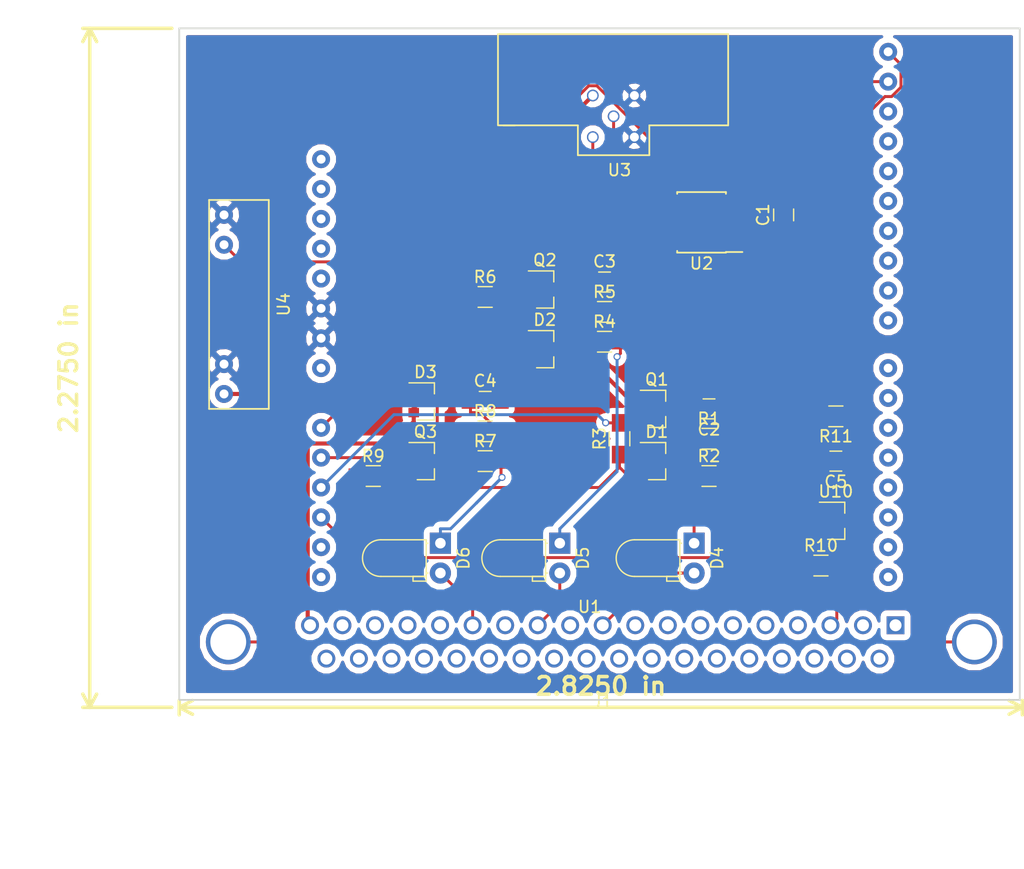
<source format=kicad_pcb>
(kicad_pcb (version 4) (host pcbnew 4.0.7)

  (general
    (links 67)
    (no_connects 7)
    (area 125.500001 73.66 212.725001 147.945001)
    (thickness 1.6)
    (drawings 6)
    (tracks 190)
    (zones 0)
    (modules 31)
    (nets 81)
  )

  (page A4)
  (layers
    (0 F.Cu signal)
    (31 B.Cu signal)
    (32 B.Adhes user)
    (33 F.Adhes user)
    (34 B.Paste user)
    (35 F.Paste user)
    (36 B.SilkS user)
    (37 F.SilkS user)
    (38 B.Mask user)
    (39 F.Mask user)
    (40 Dwgs.User user)
    (41 Cmts.User user)
    (42 Eco1.User user)
    (43 Eco2.User user)
    (44 Edge.Cuts user)
    (45 Margin user)
    (46 B.CrtYd user)
    (47 F.CrtYd user)
    (48 B.Fab user)
    (49 F.Fab user)
  )

  (setup
    (last_trace_width 0.25)
    (trace_clearance 0.2)
    (zone_clearance 0.508)
    (zone_45_only yes)
    (trace_min 0.2)
    (segment_width 0.2)
    (edge_width 0.15)
    (via_size 0.6)
    (via_drill 0.4)
    (via_min_size 0.4)
    (via_min_drill 0.3)
    (uvia_size 0.3)
    (uvia_drill 0.1)
    (uvias_allowed no)
    (uvia_min_size 0.2)
    (uvia_min_drill 0.1)
    (pcb_text_width 0.3)
    (pcb_text_size 1.5 1.5)
    (mod_edge_width 0.15)
    (mod_text_size 1 1)
    (mod_text_width 0.15)
    (pad_size 1.99898 1.99898)
    (pad_drill 0.8001)
    (pad_to_mask_clearance 0.2)
    (aux_axis_origin 0 0)
    (visible_elements 7FFFFFFF)
    (pcbplotparams
      (layerselection 0x010f0_80000001)
      (usegerberextensions true)
      (excludeedgelayer true)
      (linewidth 0.100000)
      (plotframeref false)
      (viasonmask false)
      (mode 1)
      (useauxorigin false)
      (hpglpennumber 1)
      (hpglpenspeed 20)
      (hpglpendiameter 15)
      (hpglpenoverlay 2)
      (psnegative false)
      (psa4output false)
      (plotreference true)
      (plotvalue true)
      (plotinvisibletext false)
      (padsonsilk false)
      (subtractmaskfromsilk false)
      (outputformat 1)
      (mirror false)
      (drillshape 0)
      (scaleselection 1)
      (outputdirectory ""))
  )

  (net 0 "")
  (net 1 GND)
  (net 2 /step_down_circuit1/Vin)
  (net 3 /step_down_circuit2/Vin)
  (net 4 /step_down_circuit3/Vin)
  (net 5 /step_down_circuit_analog1/Vout)
  (net 6 "Net-(J1-Pad1)")
  (net 7 "Net-(J1-Pad2)")
  (net 8 /step_down_circuit_analog1/Vin)
  (net 9 "Net-(J1-Pad4)")
  (net 10 "Net-(J1-Pad5)")
  (net 11 "Net-(J1-Pad6)")
  (net 12 "Net-(J1-Pad7)")
  (net 13 "Net-(J1-Pad8)")
  (net 14 "Net-(J1-Pad9)")
  (net 15 "Net-(J1-Pad11)")
  (net 16 "Net-(J1-Pad13)")
  (net 17 "Net-(J1-Pad15)")
  (net 18 "Net-(J1-Pad16)")
  (net 19 "Net-(J1-Pad17)")
  (net 20 "Net-(J1-Pad18)")
  (net 21 "Net-(J1-Pad20)")
  (net 22 "Net-(J1-Pad21)")
  (net 23 "Net-(J1-Pad22)")
  (net 24 "Net-(J1-Pad23)")
  (net 25 "Net-(J1-Pad24)")
  (net 26 "Net-(J1-Pad25)")
  (net 27 "Net-(J1-Pad26)")
  (net 28 "Net-(J1-Pad27)")
  (net 29 "Net-(J1-Pad28)")
  (net 30 "Net-(J1-Pad29)")
  (net 31 "Net-(J1-Pad30)")
  (net 32 "Net-(J1-Pad31)")
  (net 33 "Net-(J1-Pad32)")
  (net 34 "Net-(J1-Pad33)")
  (net 35 "Net-(J1-Pad34)")
  (net 36 "Net-(J1-Pad35)")
  (net 37 "Net-(J1-Pad36)")
  (net 38 "Net-(J1-Pad37)")
  (net 39 +12V)
  (net 40 /step_down_circuit1/Vout)
  (net 41 /step_down_circuit2/Vout)
  (net 42 /step_down_circuit3/Vout)
  (net 43 "Net-(U1-Pad1)")
  (net 44 "Net-(U1-Pad2)")
  (net 45 "Net-(U1-Pad3)")
  (net 46 "Net-(U1-Pad4)")
  (net 47 "Net-(U1-Pad5)")
  (net 48 "Net-(U1-Pad8)")
  (net 49 "Net-(U1-Pad25)")
  (net 50 "Net-(U1-Pad13)")
  (net 51 "Net-(U1-Pad14)")
  (net 52 "Net-(U1-Pad15)")
  (net 53 "Net-(U1-Pad16)")
  (net 54 "Net-(U1-Pad17)")
  (net 55 "Net-(U1-Pad18)")
  (net 56 "Net-(U1-Pad19)")
  (net 57 "Net-(U1-Pad20)")
  (net 58 "Net-(U1-Pad21)")
  (net 59 "Net-(U1-Pad22)")
  (net 60 "Net-(U1-Pad23)")
  (net 61 "Net-(U1-Pad24)")
  (net 62 "Net-(U1-Pad26)")
  (net 63 "Net-(U1-Pad27)")
  (net 64 "Net-(U1-Pad28)")
  (net 65 "Net-(U1-Pad29)")
  (net 66 "Net-(U1-Pad30)")
  (net 67 "Net-(U1-Pad31)")
  (net 68 "Net-(U1-Pad32)")
  (net 69 "Net-(U2-Pad5)")
  (net 70 "Net-(U2-Pad6)")
  (net 71 "Net-(U2-Pad7)")
  (net 72 "Net-(U2-Pad8)")
  (net 73 "Net-(J1-Pad0)")
  (net 74 3.3V)
  (net 75 "Net-(D1-Pad3)")
  (net 76 "Net-(D2-Pad3)")
  (net 77 "Net-(D3-Pad3)")
  (net 78 "Net-(D4-Pad2)")
  (net 79 "Net-(D5-Pad2)")
  (net 80 "Net-(D6-Pad2)")

  (net_class Default "This is the default net class."
    (clearance 0.2)
    (trace_width 0.25)
    (via_dia 0.6)
    (via_drill 0.4)
    (uvia_dia 0.3)
    (uvia_drill 0.1)
    (add_net /step_down_circuit1/Vin)
    (add_net /step_down_circuit1/Vout)
    (add_net /step_down_circuit2/Vin)
    (add_net /step_down_circuit2/Vout)
    (add_net /step_down_circuit3/Vin)
    (add_net /step_down_circuit3/Vout)
    (add_net /step_down_circuit_analog1/Vin)
    (add_net /step_down_circuit_analog1/Vout)
    (add_net 3.3V)
    (add_net GND)
    (add_net "Net-(D1-Pad3)")
    (add_net "Net-(D2-Pad3)")
    (add_net "Net-(D3-Pad3)")
    (add_net "Net-(D4-Pad2)")
    (add_net "Net-(D5-Pad2)")
    (add_net "Net-(D6-Pad2)")
    (add_net "Net-(J1-Pad0)")
    (add_net "Net-(J1-Pad1)")
    (add_net "Net-(J1-Pad11)")
    (add_net "Net-(J1-Pad13)")
    (add_net "Net-(J1-Pad15)")
    (add_net "Net-(J1-Pad16)")
    (add_net "Net-(J1-Pad17)")
    (add_net "Net-(J1-Pad18)")
    (add_net "Net-(J1-Pad2)")
    (add_net "Net-(J1-Pad20)")
    (add_net "Net-(J1-Pad21)")
    (add_net "Net-(J1-Pad22)")
    (add_net "Net-(J1-Pad23)")
    (add_net "Net-(J1-Pad24)")
    (add_net "Net-(J1-Pad25)")
    (add_net "Net-(J1-Pad26)")
    (add_net "Net-(J1-Pad27)")
    (add_net "Net-(J1-Pad28)")
    (add_net "Net-(J1-Pad29)")
    (add_net "Net-(J1-Pad30)")
    (add_net "Net-(J1-Pad31)")
    (add_net "Net-(J1-Pad32)")
    (add_net "Net-(J1-Pad33)")
    (add_net "Net-(J1-Pad34)")
    (add_net "Net-(J1-Pad35)")
    (add_net "Net-(J1-Pad36)")
    (add_net "Net-(J1-Pad37)")
    (add_net "Net-(J1-Pad4)")
    (add_net "Net-(J1-Pad5)")
    (add_net "Net-(J1-Pad6)")
    (add_net "Net-(J1-Pad7)")
    (add_net "Net-(J1-Pad8)")
    (add_net "Net-(J1-Pad9)")
    (add_net "Net-(U1-Pad1)")
    (add_net "Net-(U1-Pad13)")
    (add_net "Net-(U1-Pad14)")
    (add_net "Net-(U1-Pad15)")
    (add_net "Net-(U1-Pad16)")
    (add_net "Net-(U1-Pad17)")
    (add_net "Net-(U1-Pad18)")
    (add_net "Net-(U1-Pad19)")
    (add_net "Net-(U1-Pad2)")
    (add_net "Net-(U1-Pad20)")
    (add_net "Net-(U1-Pad21)")
    (add_net "Net-(U1-Pad22)")
    (add_net "Net-(U1-Pad23)")
    (add_net "Net-(U1-Pad24)")
    (add_net "Net-(U1-Pad25)")
    (add_net "Net-(U1-Pad26)")
    (add_net "Net-(U1-Pad27)")
    (add_net "Net-(U1-Pad28)")
    (add_net "Net-(U1-Pad29)")
    (add_net "Net-(U1-Pad3)")
    (add_net "Net-(U1-Pad30)")
    (add_net "Net-(U1-Pad31)")
    (add_net "Net-(U1-Pad32)")
    (add_net "Net-(U1-Pad4)")
    (add_net "Net-(U1-Pad5)")
    (add_net "Net-(U1-Pad8)")
    (add_net "Net-(U2-Pad5)")
    (add_net "Net-(U2-Pad6)")
    (add_net "Net-(U2-Pad7)")
    (add_net "Net-(U2-Pad8)")
  )

  (net_class Power12 ""
    (clearance 0.2)
    (trace_width 0.35)
    (via_dia 0.6)
    (via_drill 0.4)
    (uvia_dia 0.3)
    (uvia_drill 0.1)
    (add_net +12V)
  )

  (module Capacitors_SMD:C_0805_HandSoldering (layer F.Cu) (tedit 58AA84A8) (tstamp 59F278DF)
    (at 192.405 92.075 90)
    (descr "Capacitor SMD 0805, hand soldering")
    (tags "capacitor 0805")
    (path /59F29741)
    (attr smd)
    (fp_text reference C1 (at 0 -1.75 90) (layer F.SilkS)
      (effects (font (size 1 1) (thickness 0.15)))
    )
    (fp_text value C (at 0 1.75 90) (layer F.Fab)
      (effects (font (size 1 1) (thickness 0.15)))
    )
    (fp_text user %R (at 0 -1.75 90) (layer F.Fab)
      (effects (font (size 1 1) (thickness 0.15)))
    )
    (fp_line (start -1 0.62) (end -1 -0.62) (layer F.Fab) (width 0.1))
    (fp_line (start 1 0.62) (end -1 0.62) (layer F.Fab) (width 0.1))
    (fp_line (start 1 -0.62) (end 1 0.62) (layer F.Fab) (width 0.1))
    (fp_line (start -1 -0.62) (end 1 -0.62) (layer F.Fab) (width 0.1))
    (fp_line (start 0.5 -0.85) (end -0.5 -0.85) (layer F.SilkS) (width 0.12))
    (fp_line (start -0.5 0.85) (end 0.5 0.85) (layer F.SilkS) (width 0.12))
    (fp_line (start -2.25 -0.88) (end 2.25 -0.88) (layer F.CrtYd) (width 0.05))
    (fp_line (start -2.25 -0.88) (end -2.25 0.87) (layer F.CrtYd) (width 0.05))
    (fp_line (start 2.25 0.87) (end 2.25 -0.88) (layer F.CrtYd) (width 0.05))
    (fp_line (start 2.25 0.87) (end -2.25 0.87) (layer F.CrtYd) (width 0.05))
    (pad 1 smd rect (at -1.25 0 90) (size 1.5 1.25) (layers F.Cu F.Paste F.Mask)
      (net 1 GND))
    (pad 2 smd rect (at 1.25 0 90) (size 1.5 1.25) (layers F.Cu F.Paste F.Mask)
      (net 74 3.3V))
    (model Capacitors_SMD.3dshapes/C_0805.wrl
      (at (xyz 0 0 0))
      (scale (xyz 1 1 1))
      (rotate (xyz 0 0 0))
    )
  )

  (module Capacitors_SMD:C_0805_HandSoldering (layer F.Cu) (tedit 58AA84A8) (tstamp 59F278E5)
    (at 186.055 108.585 180)
    (descr "Capacitor SMD 0805, hand soldering")
    (tags "capacitor 0805")
    (path /59EC784F/59EC7CB5)
    (attr smd)
    (fp_text reference C2 (at 0 -1.75 180) (layer F.SilkS)
      (effects (font (size 1 1) (thickness 0.15)))
    )
    (fp_text value 100nF (at 0 1.75 180) (layer F.Fab)
      (effects (font (size 1 1) (thickness 0.15)))
    )
    (fp_text user %R (at 0 -1.75 180) (layer F.Fab)
      (effects (font (size 1 1) (thickness 0.15)))
    )
    (fp_line (start -1 0.62) (end -1 -0.62) (layer F.Fab) (width 0.1))
    (fp_line (start 1 0.62) (end -1 0.62) (layer F.Fab) (width 0.1))
    (fp_line (start 1 -0.62) (end 1 0.62) (layer F.Fab) (width 0.1))
    (fp_line (start -1 -0.62) (end 1 -0.62) (layer F.Fab) (width 0.1))
    (fp_line (start 0.5 -0.85) (end -0.5 -0.85) (layer F.SilkS) (width 0.12))
    (fp_line (start -0.5 0.85) (end 0.5 0.85) (layer F.SilkS) (width 0.12))
    (fp_line (start -2.25 -0.88) (end 2.25 -0.88) (layer F.CrtYd) (width 0.05))
    (fp_line (start -2.25 -0.88) (end -2.25 0.87) (layer F.CrtYd) (width 0.05))
    (fp_line (start 2.25 0.87) (end 2.25 -0.88) (layer F.CrtYd) (width 0.05))
    (fp_line (start 2.25 0.87) (end -2.25 0.87) (layer F.CrtYd) (width 0.05))
    (pad 1 smd rect (at -1.25 0 180) (size 1.5 1.25) (layers F.Cu F.Paste F.Mask)
      (net 2 /step_down_circuit1/Vin))
    (pad 2 smd rect (at 1.25 0 180) (size 1.5 1.25) (layers F.Cu F.Paste F.Mask)
      (net 1 GND))
    (model Capacitors_SMD.3dshapes/C_0805.wrl
      (at (xyz 0 0 0))
      (scale (xyz 1 1 1))
      (rotate (xyz 0 0 0))
    )
  )

  (module Capacitors_SMD:C_0805_HandSoldering (layer F.Cu) (tedit 58AA84A8) (tstamp 59F278EB)
    (at 177.165 97.79)
    (descr "Capacitor SMD 0805, hand soldering")
    (tags "capacitor 0805")
    (path /59EC8586/59EC7CB5)
    (attr smd)
    (fp_text reference C3 (at 0 -1.75) (layer F.SilkS)
      (effects (font (size 1 1) (thickness 0.15)))
    )
    (fp_text value 100nF (at 0 1.75) (layer F.Fab)
      (effects (font (size 1 1) (thickness 0.15)))
    )
    (fp_text user %R (at 0 -1.75) (layer F.Fab)
      (effects (font (size 1 1) (thickness 0.15)))
    )
    (fp_line (start -1 0.62) (end -1 -0.62) (layer F.Fab) (width 0.1))
    (fp_line (start 1 0.62) (end -1 0.62) (layer F.Fab) (width 0.1))
    (fp_line (start 1 -0.62) (end 1 0.62) (layer F.Fab) (width 0.1))
    (fp_line (start -1 -0.62) (end 1 -0.62) (layer F.Fab) (width 0.1))
    (fp_line (start 0.5 -0.85) (end -0.5 -0.85) (layer F.SilkS) (width 0.12))
    (fp_line (start -0.5 0.85) (end 0.5 0.85) (layer F.SilkS) (width 0.12))
    (fp_line (start -2.25 -0.88) (end 2.25 -0.88) (layer F.CrtYd) (width 0.05))
    (fp_line (start -2.25 -0.88) (end -2.25 0.87) (layer F.CrtYd) (width 0.05))
    (fp_line (start 2.25 0.87) (end 2.25 -0.88) (layer F.CrtYd) (width 0.05))
    (fp_line (start 2.25 0.87) (end -2.25 0.87) (layer F.CrtYd) (width 0.05))
    (pad 1 smd rect (at -1.25 0) (size 1.5 1.25) (layers F.Cu F.Paste F.Mask)
      (net 3 /step_down_circuit2/Vin))
    (pad 2 smd rect (at 1.25 0) (size 1.5 1.25) (layers F.Cu F.Paste F.Mask)
      (net 1 GND))
    (model Capacitors_SMD.3dshapes/C_0805.wrl
      (at (xyz 0 0 0))
      (scale (xyz 1 1 1))
      (rotate (xyz 0 0 0))
    )
  )

  (module Capacitors_SMD:C_0805_HandSoldering (layer F.Cu) (tedit 58AA84A8) (tstamp 59F278F1)
    (at 167.005 107.95)
    (descr "Capacitor SMD 0805, hand soldering")
    (tags "capacitor 0805")
    (path /59EC8F0E/59EC7CB5)
    (attr smd)
    (fp_text reference C4 (at 0 -1.75) (layer F.SilkS)
      (effects (font (size 1 1) (thickness 0.15)))
    )
    (fp_text value 100nF (at 0 1.75) (layer F.Fab)
      (effects (font (size 1 1) (thickness 0.15)))
    )
    (fp_text user %R (at 0 -1.75) (layer F.Fab)
      (effects (font (size 1 1) (thickness 0.15)))
    )
    (fp_line (start -1 0.62) (end -1 -0.62) (layer F.Fab) (width 0.1))
    (fp_line (start 1 0.62) (end -1 0.62) (layer F.Fab) (width 0.1))
    (fp_line (start 1 -0.62) (end 1 0.62) (layer F.Fab) (width 0.1))
    (fp_line (start -1 -0.62) (end 1 -0.62) (layer F.Fab) (width 0.1))
    (fp_line (start 0.5 -0.85) (end -0.5 -0.85) (layer F.SilkS) (width 0.12))
    (fp_line (start -0.5 0.85) (end 0.5 0.85) (layer F.SilkS) (width 0.12))
    (fp_line (start -2.25 -0.88) (end 2.25 -0.88) (layer F.CrtYd) (width 0.05))
    (fp_line (start -2.25 -0.88) (end -2.25 0.87) (layer F.CrtYd) (width 0.05))
    (fp_line (start 2.25 0.87) (end 2.25 -0.88) (layer F.CrtYd) (width 0.05))
    (fp_line (start 2.25 0.87) (end -2.25 0.87) (layer F.CrtYd) (width 0.05))
    (pad 1 smd rect (at -1.25 0) (size 1.5 1.25) (layers F.Cu F.Paste F.Mask)
      (net 4 /step_down_circuit3/Vin))
    (pad 2 smd rect (at 1.25 0) (size 1.5 1.25) (layers F.Cu F.Paste F.Mask)
      (net 1 GND))
    (model Capacitors_SMD.3dshapes/C_0805.wrl
      (at (xyz 0 0 0))
      (scale (xyz 1 1 1))
      (rotate (xyz 0 0 0))
    )
  )

  (module Capacitors_SMD:C_0805_HandSoldering (layer F.Cu) (tedit 58AA84A8) (tstamp 59F278F7)
    (at 196.85 113.03 180)
    (descr "Capacitor SMD 0805, hand soldering")
    (tags "capacitor 0805")
    (path /59F275D4/59F28116)
    (attr smd)
    (fp_text reference C5 (at 0 -1.75 180) (layer F.SilkS)
      (effects (font (size 1 1) (thickness 0.15)))
    )
    (fp_text value 100nF (at 0 1.75 180) (layer F.Fab)
      (effects (font (size 1 1) (thickness 0.15)))
    )
    (fp_text user %R (at 0 -1.75 180) (layer F.Fab)
      (effects (font (size 1 1) (thickness 0.15)))
    )
    (fp_line (start -1 0.62) (end -1 -0.62) (layer F.Fab) (width 0.1))
    (fp_line (start 1 0.62) (end -1 0.62) (layer F.Fab) (width 0.1))
    (fp_line (start 1 -0.62) (end 1 0.62) (layer F.Fab) (width 0.1))
    (fp_line (start -1 -0.62) (end 1 -0.62) (layer F.Fab) (width 0.1))
    (fp_line (start 0.5 -0.85) (end -0.5 -0.85) (layer F.SilkS) (width 0.12))
    (fp_line (start -0.5 0.85) (end 0.5 0.85) (layer F.SilkS) (width 0.12))
    (fp_line (start -2.25 -0.88) (end 2.25 -0.88) (layer F.CrtYd) (width 0.05))
    (fp_line (start -2.25 -0.88) (end -2.25 0.87) (layer F.CrtYd) (width 0.05))
    (fp_line (start 2.25 0.87) (end 2.25 -0.88) (layer F.CrtYd) (width 0.05))
    (fp_line (start 2.25 0.87) (end -2.25 0.87) (layer F.CrtYd) (width 0.05))
    (pad 1 smd rect (at -1.25 0 180) (size 1.5 1.25) (layers F.Cu F.Paste F.Mask)
      (net 5 /step_down_circuit_analog1/Vout))
    (pad 2 smd rect (at 1.25 0 180) (size 1.5 1.25) (layers F.Cu F.Paste F.Mask)
      (net 1 GND))
    (model Capacitors_SMD.3dshapes/C_0805.wrl
      (at (xyz 0 0 0))
      (scale (xyz 1 1 1))
      (rotate (xyz 0 0 0))
    )
  )

  (module UTSVT_board:DB37FC (layer F.Cu) (tedit 59F273CF) (tstamp 59F27922)
    (at 201.93 127 180)
    (descr "Connecteur DB37 femelle couche")
    (tags "CONN DB37")
    (path /59EB8D19)
    (fp_text reference J1 (at 24.92 -6.5 360) (layer F.SilkS)
      (effects (font (size 1 1) (thickness 0.15)))
    )
    (fp_text value DB37_Female_MountingHoles (at 24.92 -9.04 360) (layer F.Fab)
      (effects (font (size 1 1) (thickness 0.15)))
    )
    (fp_line (start 59.84 1.75) (end -10.01 1.75) (layer F.Fab) (width 0.1))
    (fp_line (start -10.01 1.75) (end -10.01 -13.49) (layer F.Fab) (width 0.1))
    (fp_line (start -10.01 -13.49) (end 59.84 -13.49) (layer F.Fab) (width 0.1))
    (fp_line (start 59.84 -13.49) (end 59.84 1.75) (layer F.Fab) (width 0.1))
    (fp_line (start 50.32 -13.49) (end 50.32 -20.47) (layer F.Fab) (width 0.1))
    (fp_line (start 50.32 -20.47) (end -0.48 -20.47) (layer F.Fab) (width 0.1))
    (fp_line (start -0.48 -20.47) (end -0.48 -13.49) (layer F.Fab) (width 0.1))
    (fp_line (start 52.22 -13.49) (end 52.22 1.75) (layer F.Fab) (width 0.1))
    (fp_line (start -2.39 -13.49) (end -2.39 1.75) (layer F.Fab) (width 0.1))
    (fp_line (start -10.26 -20.72) (end 60.09 -20.72) (layer F.CrtYd) (width 0.05))
    (fp_line (start -10.26 -20.72) (end -10.26 2) (layer F.CrtYd) (width 0.05))
    (fp_line (start 60.09 2) (end 60.09 -20.72) (layer F.CrtYd) (width 0.05))
    (fp_line (start 60.09 2) (end -10.26 2) (layer F.CrtYd) (width 0.05))
    (pad 1 thru_hole rect (at 0 0) (size 1.52 1.52) (drill 1.02) (layers *.Cu *.Mask *.Fab)
      (net 6 "Net-(J1-Pad1)"))
    (pad 2 thru_hole circle (at 2.77 0) (size 1.52 1.52) (drill 1.02) (layers *.Cu *.Mask)
      (net 7 "Net-(J1-Pad2)"))
    (pad 3 thru_hole circle (at 5.54 0) (size 1.52 1.52) (drill 1.02) (layers *.Cu *.Mask)
      (net 8 /step_down_circuit_analog1/Vin))
    (pad 4 thru_hole circle (at 8.31 0) (size 1.52 1.52) (drill 1.02) (layers *.Cu *.Mask)
      (net 9 "Net-(J1-Pad4)"))
    (pad 5 thru_hole circle (at 11.07 0) (size 1.52 1.52) (drill 1.02) (layers *.Cu *.Mask)
      (net 10 "Net-(J1-Pad5)"))
    (pad 6 thru_hole circle (at 13.84 0) (size 1.52 1.52) (drill 1.02) (layers *.Cu *.Mask)
      (net 11 "Net-(J1-Pad6)"))
    (pad 7 thru_hole circle (at 16.61 0) (size 1.52 1.52) (drill 1.02) (layers *.Cu *.Mask)
      (net 12 "Net-(J1-Pad7)"))
    (pad 8 thru_hole circle (at 19.38 0) (size 1.52 1.52) (drill 1.02) (layers *.Cu *.Mask)
      (net 13 "Net-(J1-Pad8)"))
    (pad 9 thru_hole circle (at 22.15 0) (size 1.52 1.52) (drill 1.02) (layers *.Cu *.Mask)
      (net 14 "Net-(J1-Pad9)"))
    (pad 0 thru_hole circle (at -6.71 -1.42) (size 3.81 3.81) (drill 3.05) (layers *.Cu *.Mask)
      (net 73 "Net-(J1-Pad0)"))
    (pad 0 thru_hole circle (at 56.79 -1.42) (size 3.81 3.81) (drill 3.05) (layers *.Cu *.Mask)
      (net 73 "Net-(J1-Pad0)"))
    (pad 10 thru_hole circle (at 24.92 0) (size 1.52 1.52) (drill 1.02) (layers *.Cu *.Mask)
      (net 78 "Net-(D4-Pad2)"))
    (pad 11 thru_hole circle (at 27.69 0) (size 1.52 1.52) (drill 1.02) (layers *.Cu *.Mask)
      (net 15 "Net-(J1-Pad11)"))
    (pad 12 thru_hole circle (at 30.45 0) (size 1.52 1.52) (drill 1.02) (layers *.Cu *.Mask)
      (net 79 "Net-(D5-Pad2)"))
    (pad 13 thru_hole circle (at 33.22 0) (size 1.52 1.52) (drill 1.02) (layers *.Cu *.Mask)
      (net 16 "Net-(J1-Pad13)"))
    (pad 14 thru_hole circle (at 35.99 0) (size 1.52 1.52) (drill 1.02) (layers *.Cu *.Mask)
      (net 80 "Net-(D6-Pad2)"))
    (pad 15 thru_hole circle (at 38.76 0) (size 1.52 1.52) (drill 1.02) (layers *.Cu *.Mask)
      (net 17 "Net-(J1-Pad15)"))
    (pad 16 thru_hole circle (at 41.53 0) (size 1.52 1.52) (drill 1.02) (layers *.Cu *.Mask)
      (net 18 "Net-(J1-Pad16)"))
    (pad 17 thru_hole circle (at 44.3 0) (size 1.52 1.52) (drill 1.02) (layers *.Cu *.Mask)
      (net 19 "Net-(J1-Pad17)"))
    (pad 18 thru_hole circle (at 47.07 0) (size 1.52 1.52) (drill 1.02) (layers *.Cu *.Mask)
      (net 20 "Net-(J1-Pad18)"))
    (pad 19 thru_hole circle (at 49.83 0) (size 1.52 1.52) (drill 1.02) (layers *.Cu *.Mask)
      (net 39 +12V))
    (pad 20 thru_hole circle (at 1.37 -2.84) (size 1.52 1.52) (drill 1.02) (layers *.Cu *.Mask)
      (net 21 "Net-(J1-Pad20)"))
    (pad 21 thru_hole circle (at 4.14 -2.84) (size 1.52 1.52) (drill 1.02) (layers *.Cu *.Mask)
      (net 22 "Net-(J1-Pad21)"))
    (pad 22 thru_hole circle (at 6.91 -2.84) (size 1.52 1.52) (drill 1.02) (layers *.Cu *.Mask)
      (net 23 "Net-(J1-Pad22)"))
    (pad 23 thru_hole circle (at 9.68 -2.84) (size 1.52 1.52) (drill 1.02) (layers *.Cu *.Mask)
      (net 24 "Net-(J1-Pad23)"))
    (pad 24 thru_hole circle (at 12.45 -2.84) (size 1.52 1.52) (drill 1.02) (layers *.Cu *.Mask)
      (net 25 "Net-(J1-Pad24)"))
    (pad 25 thru_hole circle (at 15.21 -2.84) (size 1.52 1.52) (drill 1.02) (layers *.Cu *.Mask)
      (net 26 "Net-(J1-Pad25)"))
    (pad 26 thru_hole circle (at 17.98 -2.84) (size 1.52 1.52) (drill 1.02) (layers *.Cu *.Mask)
      (net 27 "Net-(J1-Pad26)"))
    (pad 27 thru_hole circle (at 20.75 -2.84) (size 1.52 1.52) (drill 1.02) (layers *.Cu *.Mask)
      (net 28 "Net-(J1-Pad27)"))
    (pad 28 thru_hole circle (at 23.52 -2.84) (size 1.52 1.52) (drill 1.02) (layers *.Cu *.Mask)
      (net 29 "Net-(J1-Pad28)"))
    (pad 29 thru_hole circle (at 26.29 -2.84) (size 1.52 1.52) (drill 1.02) (layers *.Cu *.Mask)
      (net 30 "Net-(J1-Pad29)"))
    (pad 30 thru_hole circle (at 29.06 -2.84) (size 1.52 1.52) (drill 1.02) (layers *.Cu *.Mask)
      (net 31 "Net-(J1-Pad30)"))
    (pad 31 thru_hole circle (at 31.83 -2.84) (size 1.52 1.52) (drill 1.02) (layers *.Cu *.Mask)
      (net 32 "Net-(J1-Pad31)"))
    (pad 32 thru_hole circle (at 34.59 -2.84) (size 1.52 1.52) (drill 1.02) (layers *.Cu *.Mask)
      (net 33 "Net-(J1-Pad32)"))
    (pad 33 thru_hole circle (at 37.36 -2.84) (size 1.52 1.52) (drill 1.02) (layers *.Cu *.Mask)
      (net 34 "Net-(J1-Pad33)"))
    (pad 34 thru_hole circle (at 40.13 -2.84) (size 1.52 1.52) (drill 1.02) (layers *.Cu *.Mask)
      (net 35 "Net-(J1-Pad34)"))
    (pad 35 thru_hole circle (at 42.9 -2.84) (size 1.52 1.52) (drill 1.02) (layers *.Cu *.Mask)
      (net 36 "Net-(J1-Pad35)"))
    (pad 36 thru_hole circle (at 45.67 -2.84) (size 1.52 1.52) (drill 1.02) (layers *.Cu *.Mask)
      (net 37 "Net-(J1-Pad36)"))
    (pad 37 thru_hole circle (at 48.44 -2.84) (size 1.52 1.52) (drill 1.02) (layers *.Cu *.Mask)
      (net 38 "Net-(J1-Pad37)"))
    (model ${KISYS3DMOD}/Connectors.3dshapes/DB37FC.wrl
      (at (xyz 0.98 0.06 0))
      (scale (xyz 1 1 1))
      (rotate (xyz 0 0 0))
    )
  )

  (module Resistors_SMD:R_0805_HandSoldering (layer F.Cu) (tedit 58E0A804) (tstamp 59F27928)
    (at 186.055 111.125)
    (descr "Resistor SMD 0805, hand soldering")
    (tags "resistor 0805")
    (path /59EC784F/59EC7CBC)
    (attr smd)
    (fp_text reference R1 (at 0 -1.7) (layer F.SilkS)
      (effects (font (size 1 1) (thickness 0.15)))
    )
    (fp_text value 10K (at 0 1.75) (layer F.Fab)
      (effects (font (size 1 1) (thickness 0.15)))
    )
    (fp_text user %R (at 0 0) (layer F.Fab)
      (effects (font (size 0.5 0.5) (thickness 0.075)))
    )
    (fp_line (start -1 0.62) (end -1 -0.62) (layer F.Fab) (width 0.1))
    (fp_line (start 1 0.62) (end -1 0.62) (layer F.Fab) (width 0.1))
    (fp_line (start 1 -0.62) (end 1 0.62) (layer F.Fab) (width 0.1))
    (fp_line (start -1 -0.62) (end 1 -0.62) (layer F.Fab) (width 0.1))
    (fp_line (start 0.6 0.88) (end -0.6 0.88) (layer F.SilkS) (width 0.12))
    (fp_line (start -0.6 -0.88) (end 0.6 -0.88) (layer F.SilkS) (width 0.12))
    (fp_line (start -2.35 -0.9) (end 2.35 -0.9) (layer F.CrtYd) (width 0.05))
    (fp_line (start -2.35 -0.9) (end -2.35 0.9) (layer F.CrtYd) (width 0.05))
    (fp_line (start 2.35 0.9) (end 2.35 -0.9) (layer F.CrtYd) (width 0.05))
    (fp_line (start 2.35 0.9) (end -2.35 0.9) (layer F.CrtYd) (width 0.05))
    (pad 1 smd rect (at -1.35 0) (size 1.5 1.3) (layers F.Cu F.Paste F.Mask)
      (net 39 +12V))
    (pad 2 smd rect (at 1.35 0) (size 1.5 1.3) (layers F.Cu F.Paste F.Mask)
      (net 2 /step_down_circuit1/Vin))
    (model ${KISYS3DMOD}/Resistors_SMD.3dshapes/R_0805.wrl
      (at (xyz 0 0 0))
      (scale (xyz 1 1 1))
      (rotate (xyz 0 0 0))
    )
  )

  (module Resistors_SMD:R_0805_HandSoldering (layer F.Cu) (tedit 58E0A804) (tstamp 59F2792E)
    (at 186.055 114.3)
    (descr "Resistor SMD 0805, hand soldering")
    (tags "resistor 0805")
    (path /59EC784F/59EC7CC3)
    (attr smd)
    (fp_text reference R2 (at 0 -1.7) (layer F.SilkS)
      (effects (font (size 1 1) (thickness 0.15)))
    )
    (fp_text value 10K (at 0 1.75) (layer F.Fab)
      (effects (font (size 1 1) (thickness 0.15)))
    )
    (fp_text user %R (at 0 0) (layer F.Fab)
      (effects (font (size 0.5 0.5) (thickness 0.075)))
    )
    (fp_line (start -1 0.62) (end -1 -0.62) (layer F.Fab) (width 0.1))
    (fp_line (start 1 0.62) (end -1 0.62) (layer F.Fab) (width 0.1))
    (fp_line (start 1 -0.62) (end 1 0.62) (layer F.Fab) (width 0.1))
    (fp_line (start -1 -0.62) (end 1 -0.62) (layer F.Fab) (width 0.1))
    (fp_line (start 0.6 0.88) (end -0.6 0.88) (layer F.SilkS) (width 0.12))
    (fp_line (start -0.6 -0.88) (end 0.6 -0.88) (layer F.SilkS) (width 0.12))
    (fp_line (start -2.35 -0.9) (end 2.35 -0.9) (layer F.CrtYd) (width 0.05))
    (fp_line (start -2.35 -0.9) (end -2.35 0.9) (layer F.CrtYd) (width 0.05))
    (fp_line (start 2.35 0.9) (end 2.35 -0.9) (layer F.CrtYd) (width 0.05))
    (fp_line (start 2.35 0.9) (end -2.35 0.9) (layer F.CrtYd) (width 0.05))
    (pad 1 smd rect (at -1.35 0) (size 1.5 1.3) (layers F.Cu F.Paste F.Mask)
      (net 75 "Net-(D1-Pad3)"))
    (pad 2 smd rect (at 1.35 0) (size 1.5 1.3) (layers F.Cu F.Paste F.Mask)
      (net 2 /step_down_circuit1/Vin))
    (model ${KISYS3DMOD}/Resistors_SMD.3dshapes/R_0805.wrl
      (at (xyz 0 0 0))
      (scale (xyz 1 1 1))
      (rotate (xyz 0 0 0))
    )
  )

  (module Resistors_SMD:R_0805_HandSoldering (layer F.Cu) (tedit 58E0A804) (tstamp 59F27934)
    (at 178.435 111.125 90)
    (descr "Resistor SMD 0805, hand soldering")
    (tags "resistor 0805")
    (path /59EC784F/59EC7CD8)
    (attr smd)
    (fp_text reference R3 (at 0 -1.7 90) (layer F.SilkS)
      (effects (font (size 1 1) (thickness 0.15)))
    )
    (fp_text value 10K (at 0 1.75 90) (layer F.Fab)
      (effects (font (size 1 1) (thickness 0.15)))
    )
    (fp_text user %R (at 0 0 90) (layer F.Fab)
      (effects (font (size 0.5 0.5) (thickness 0.075)))
    )
    (fp_line (start -1 0.62) (end -1 -0.62) (layer F.Fab) (width 0.1))
    (fp_line (start 1 0.62) (end -1 0.62) (layer F.Fab) (width 0.1))
    (fp_line (start 1 -0.62) (end 1 0.62) (layer F.Fab) (width 0.1))
    (fp_line (start -1 -0.62) (end 1 -0.62) (layer F.Fab) (width 0.1))
    (fp_line (start 0.6 0.88) (end -0.6 0.88) (layer F.SilkS) (width 0.12))
    (fp_line (start -0.6 -0.88) (end 0.6 -0.88) (layer F.SilkS) (width 0.12))
    (fp_line (start -2.35 -0.9) (end 2.35 -0.9) (layer F.CrtYd) (width 0.05))
    (fp_line (start -2.35 -0.9) (end -2.35 0.9) (layer F.CrtYd) (width 0.05))
    (fp_line (start 2.35 0.9) (end 2.35 -0.9) (layer F.CrtYd) (width 0.05))
    (fp_line (start 2.35 0.9) (end -2.35 0.9) (layer F.CrtYd) (width 0.05))
    (pad 1 smd rect (at -1.35 0 90) (size 1.5 1.3) (layers F.Cu F.Paste F.Mask)
      (net 74 3.3V))
    (pad 2 smd rect (at 1.35 0 90) (size 1.5 1.3) (layers F.Cu F.Paste F.Mask)
      (net 40 /step_down_circuit1/Vout))
    (model ${KISYS3DMOD}/Resistors_SMD.3dshapes/R_0805.wrl
      (at (xyz 0 0 0))
      (scale (xyz 1 1 1))
      (rotate (xyz 0 0 0))
    )
  )

  (module Resistors_SMD:R_0805_HandSoldering (layer F.Cu) (tedit 58E0A804) (tstamp 59F2793A)
    (at 177.165 102.87)
    (descr "Resistor SMD 0805, hand soldering")
    (tags "resistor 0805")
    (path /59EC8586/59EC7CBC)
    (attr smd)
    (fp_text reference R4 (at 0 -1.7) (layer F.SilkS)
      (effects (font (size 1 1) (thickness 0.15)))
    )
    (fp_text value 10K (at 0 1.75) (layer F.Fab)
      (effects (font (size 1 1) (thickness 0.15)))
    )
    (fp_text user %R (at 0 0) (layer F.Fab)
      (effects (font (size 0.5 0.5) (thickness 0.075)))
    )
    (fp_line (start -1 0.62) (end -1 -0.62) (layer F.Fab) (width 0.1))
    (fp_line (start 1 0.62) (end -1 0.62) (layer F.Fab) (width 0.1))
    (fp_line (start 1 -0.62) (end 1 0.62) (layer F.Fab) (width 0.1))
    (fp_line (start -1 -0.62) (end 1 -0.62) (layer F.Fab) (width 0.1))
    (fp_line (start 0.6 0.88) (end -0.6 0.88) (layer F.SilkS) (width 0.12))
    (fp_line (start -0.6 -0.88) (end 0.6 -0.88) (layer F.SilkS) (width 0.12))
    (fp_line (start -2.35 -0.9) (end 2.35 -0.9) (layer F.CrtYd) (width 0.05))
    (fp_line (start -2.35 -0.9) (end -2.35 0.9) (layer F.CrtYd) (width 0.05))
    (fp_line (start 2.35 0.9) (end 2.35 -0.9) (layer F.CrtYd) (width 0.05))
    (fp_line (start 2.35 0.9) (end -2.35 0.9) (layer F.CrtYd) (width 0.05))
    (pad 1 smd rect (at -1.35 0) (size 1.5 1.3) (layers F.Cu F.Paste F.Mask)
      (net 39 +12V))
    (pad 2 smd rect (at 1.35 0) (size 1.5 1.3) (layers F.Cu F.Paste F.Mask)
      (net 3 /step_down_circuit2/Vin))
    (model ${KISYS3DMOD}/Resistors_SMD.3dshapes/R_0805.wrl
      (at (xyz 0 0 0))
      (scale (xyz 1 1 1))
      (rotate (xyz 0 0 0))
    )
  )

  (module Resistors_SMD:R_0805_HandSoldering (layer F.Cu) (tedit 58E0A804) (tstamp 59F27940)
    (at 177.165 100.33)
    (descr "Resistor SMD 0805, hand soldering")
    (tags "resistor 0805")
    (path /59EC8586/59EC7CC3)
    (attr smd)
    (fp_text reference R5 (at 0 -1.7) (layer F.SilkS)
      (effects (font (size 1 1) (thickness 0.15)))
    )
    (fp_text value 10K (at 0 1.75) (layer F.Fab)
      (effects (font (size 1 1) (thickness 0.15)))
    )
    (fp_text user %R (at 0 0) (layer F.Fab)
      (effects (font (size 0.5 0.5) (thickness 0.075)))
    )
    (fp_line (start -1 0.62) (end -1 -0.62) (layer F.Fab) (width 0.1))
    (fp_line (start 1 0.62) (end -1 0.62) (layer F.Fab) (width 0.1))
    (fp_line (start 1 -0.62) (end 1 0.62) (layer F.Fab) (width 0.1))
    (fp_line (start -1 -0.62) (end 1 -0.62) (layer F.Fab) (width 0.1))
    (fp_line (start 0.6 0.88) (end -0.6 0.88) (layer F.SilkS) (width 0.12))
    (fp_line (start -0.6 -0.88) (end 0.6 -0.88) (layer F.SilkS) (width 0.12))
    (fp_line (start -2.35 -0.9) (end 2.35 -0.9) (layer F.CrtYd) (width 0.05))
    (fp_line (start -2.35 -0.9) (end -2.35 0.9) (layer F.CrtYd) (width 0.05))
    (fp_line (start 2.35 0.9) (end 2.35 -0.9) (layer F.CrtYd) (width 0.05))
    (fp_line (start 2.35 0.9) (end -2.35 0.9) (layer F.CrtYd) (width 0.05))
    (pad 1 smd rect (at -1.35 0) (size 1.5 1.3) (layers F.Cu F.Paste F.Mask)
      (net 76 "Net-(D2-Pad3)"))
    (pad 2 smd rect (at 1.35 0) (size 1.5 1.3) (layers F.Cu F.Paste F.Mask)
      (net 3 /step_down_circuit2/Vin))
    (model ${KISYS3DMOD}/Resistors_SMD.3dshapes/R_0805.wrl
      (at (xyz 0 0 0))
      (scale (xyz 1 1 1))
      (rotate (xyz 0 0 0))
    )
  )

  (module Resistors_SMD:R_0805_HandSoldering (layer F.Cu) (tedit 58E0A804) (tstamp 59F27946)
    (at 167.005 99.06)
    (descr "Resistor SMD 0805, hand soldering")
    (tags "resistor 0805")
    (path /59EC8586/59EC7CD8)
    (attr smd)
    (fp_text reference R6 (at 0 -1.7) (layer F.SilkS)
      (effects (font (size 1 1) (thickness 0.15)))
    )
    (fp_text value 10K (at 0 1.75) (layer F.Fab)
      (effects (font (size 1 1) (thickness 0.15)))
    )
    (fp_text user %R (at 0 0) (layer F.Fab)
      (effects (font (size 0.5 0.5) (thickness 0.075)))
    )
    (fp_line (start -1 0.62) (end -1 -0.62) (layer F.Fab) (width 0.1))
    (fp_line (start 1 0.62) (end -1 0.62) (layer F.Fab) (width 0.1))
    (fp_line (start 1 -0.62) (end 1 0.62) (layer F.Fab) (width 0.1))
    (fp_line (start -1 -0.62) (end 1 -0.62) (layer F.Fab) (width 0.1))
    (fp_line (start 0.6 0.88) (end -0.6 0.88) (layer F.SilkS) (width 0.12))
    (fp_line (start -0.6 -0.88) (end 0.6 -0.88) (layer F.SilkS) (width 0.12))
    (fp_line (start -2.35 -0.9) (end 2.35 -0.9) (layer F.CrtYd) (width 0.05))
    (fp_line (start -2.35 -0.9) (end -2.35 0.9) (layer F.CrtYd) (width 0.05))
    (fp_line (start 2.35 0.9) (end 2.35 -0.9) (layer F.CrtYd) (width 0.05))
    (fp_line (start 2.35 0.9) (end -2.35 0.9) (layer F.CrtYd) (width 0.05))
    (pad 1 smd rect (at -1.35 0) (size 1.5 1.3) (layers F.Cu F.Paste F.Mask)
      (net 74 3.3V))
    (pad 2 smd rect (at 1.35 0) (size 1.5 1.3) (layers F.Cu F.Paste F.Mask)
      (net 41 /step_down_circuit2/Vout))
    (model ${KISYS3DMOD}/Resistors_SMD.3dshapes/R_0805.wrl
      (at (xyz 0 0 0))
      (scale (xyz 1 1 1))
      (rotate (xyz 0 0 0))
    )
  )

  (module Resistors_SMD:R_0805_HandSoldering (layer F.Cu) (tedit 58E0A804) (tstamp 59F2794C)
    (at 167.005 113.03)
    (descr "Resistor SMD 0805, hand soldering")
    (tags "resistor 0805")
    (path /59EC8F0E/59EC7CBC)
    (attr smd)
    (fp_text reference R7 (at 0 -1.7) (layer F.SilkS)
      (effects (font (size 1 1) (thickness 0.15)))
    )
    (fp_text value 10K (at 0 1.75) (layer F.Fab)
      (effects (font (size 1 1) (thickness 0.15)))
    )
    (fp_text user %R (at 0 0) (layer F.Fab)
      (effects (font (size 0.5 0.5) (thickness 0.075)))
    )
    (fp_line (start -1 0.62) (end -1 -0.62) (layer F.Fab) (width 0.1))
    (fp_line (start 1 0.62) (end -1 0.62) (layer F.Fab) (width 0.1))
    (fp_line (start 1 -0.62) (end 1 0.62) (layer F.Fab) (width 0.1))
    (fp_line (start -1 -0.62) (end 1 -0.62) (layer F.Fab) (width 0.1))
    (fp_line (start 0.6 0.88) (end -0.6 0.88) (layer F.SilkS) (width 0.12))
    (fp_line (start -0.6 -0.88) (end 0.6 -0.88) (layer F.SilkS) (width 0.12))
    (fp_line (start -2.35 -0.9) (end 2.35 -0.9) (layer F.CrtYd) (width 0.05))
    (fp_line (start -2.35 -0.9) (end -2.35 0.9) (layer F.CrtYd) (width 0.05))
    (fp_line (start 2.35 0.9) (end 2.35 -0.9) (layer F.CrtYd) (width 0.05))
    (fp_line (start 2.35 0.9) (end -2.35 0.9) (layer F.CrtYd) (width 0.05))
    (pad 1 smd rect (at -1.35 0) (size 1.5 1.3) (layers F.Cu F.Paste F.Mask)
      (net 39 +12V))
    (pad 2 smd rect (at 1.35 0) (size 1.5 1.3) (layers F.Cu F.Paste F.Mask)
      (net 4 /step_down_circuit3/Vin))
    (model ${KISYS3DMOD}/Resistors_SMD.3dshapes/R_0805.wrl
      (at (xyz 0 0 0))
      (scale (xyz 1 1 1))
      (rotate (xyz 0 0 0))
    )
  )

  (module Resistors_SMD:R_0805_HandSoldering (layer F.Cu) (tedit 58E0A804) (tstamp 59F27952)
    (at 167.005 110.49)
    (descr "Resistor SMD 0805, hand soldering")
    (tags "resistor 0805")
    (path /59EC8F0E/59EC7CC3)
    (attr smd)
    (fp_text reference R8 (at 0 -1.7) (layer F.SilkS)
      (effects (font (size 1 1) (thickness 0.15)))
    )
    (fp_text value 10K (at 0 1.75) (layer F.Fab)
      (effects (font (size 1 1) (thickness 0.15)))
    )
    (fp_text user %R (at 0 0) (layer F.Fab)
      (effects (font (size 0.5 0.5) (thickness 0.075)))
    )
    (fp_line (start -1 0.62) (end -1 -0.62) (layer F.Fab) (width 0.1))
    (fp_line (start 1 0.62) (end -1 0.62) (layer F.Fab) (width 0.1))
    (fp_line (start 1 -0.62) (end 1 0.62) (layer F.Fab) (width 0.1))
    (fp_line (start -1 -0.62) (end 1 -0.62) (layer F.Fab) (width 0.1))
    (fp_line (start 0.6 0.88) (end -0.6 0.88) (layer F.SilkS) (width 0.12))
    (fp_line (start -0.6 -0.88) (end 0.6 -0.88) (layer F.SilkS) (width 0.12))
    (fp_line (start -2.35 -0.9) (end 2.35 -0.9) (layer F.CrtYd) (width 0.05))
    (fp_line (start -2.35 -0.9) (end -2.35 0.9) (layer F.CrtYd) (width 0.05))
    (fp_line (start 2.35 0.9) (end 2.35 -0.9) (layer F.CrtYd) (width 0.05))
    (fp_line (start 2.35 0.9) (end -2.35 0.9) (layer F.CrtYd) (width 0.05))
    (pad 1 smd rect (at -1.35 0) (size 1.5 1.3) (layers F.Cu F.Paste F.Mask)
      (net 77 "Net-(D3-Pad3)"))
    (pad 2 smd rect (at 1.35 0) (size 1.5 1.3) (layers F.Cu F.Paste F.Mask)
      (net 4 /step_down_circuit3/Vin))
    (model ${KISYS3DMOD}/Resistors_SMD.3dshapes/R_0805.wrl
      (at (xyz 0 0 0))
      (scale (xyz 1 1 1))
      (rotate (xyz 0 0 0))
    )
  )

  (module Resistors_SMD:R_0805_HandSoldering (layer F.Cu) (tedit 58E0A804) (tstamp 59F27958)
    (at 157.48 114.3)
    (descr "Resistor SMD 0805, hand soldering")
    (tags "resistor 0805")
    (path /59EC8F0E/59EC7CD8)
    (attr smd)
    (fp_text reference R9 (at 0 -1.7) (layer F.SilkS)
      (effects (font (size 1 1) (thickness 0.15)))
    )
    (fp_text value 10K (at 0 1.75) (layer F.Fab)
      (effects (font (size 1 1) (thickness 0.15)))
    )
    (fp_text user %R (at 0 0) (layer F.Fab)
      (effects (font (size 0.5 0.5) (thickness 0.075)))
    )
    (fp_line (start -1 0.62) (end -1 -0.62) (layer F.Fab) (width 0.1))
    (fp_line (start 1 0.62) (end -1 0.62) (layer F.Fab) (width 0.1))
    (fp_line (start 1 -0.62) (end 1 0.62) (layer F.Fab) (width 0.1))
    (fp_line (start -1 -0.62) (end 1 -0.62) (layer F.Fab) (width 0.1))
    (fp_line (start 0.6 0.88) (end -0.6 0.88) (layer F.SilkS) (width 0.12))
    (fp_line (start -0.6 -0.88) (end 0.6 -0.88) (layer F.SilkS) (width 0.12))
    (fp_line (start -2.35 -0.9) (end 2.35 -0.9) (layer F.CrtYd) (width 0.05))
    (fp_line (start -2.35 -0.9) (end -2.35 0.9) (layer F.CrtYd) (width 0.05))
    (fp_line (start 2.35 0.9) (end 2.35 -0.9) (layer F.CrtYd) (width 0.05))
    (fp_line (start 2.35 0.9) (end -2.35 0.9) (layer F.CrtYd) (width 0.05))
    (pad 1 smd rect (at -1.35 0) (size 1.5 1.3) (layers F.Cu F.Paste F.Mask)
      (net 74 3.3V))
    (pad 2 smd rect (at 1.35 0) (size 1.5 1.3) (layers F.Cu F.Paste F.Mask)
      (net 42 /step_down_circuit3/Vout))
    (model ${KISYS3DMOD}/Resistors_SMD.3dshapes/R_0805.wrl
      (at (xyz 0 0 0))
      (scale (xyz 1 1 1))
      (rotate (xyz 0 0 0))
    )
  )

  (module Resistors_SMD:R_0805_HandSoldering (layer F.Cu) (tedit 58E0A804) (tstamp 59F2795E)
    (at 195.58 121.92)
    (descr "Resistor SMD 0805, hand soldering")
    (tags "resistor 0805")
    (path /59F275D4/59F280F5)
    (attr smd)
    (fp_text reference R10 (at 0 -1.7) (layer F.SilkS)
      (effects (font (size 1 1) (thickness 0.15)))
    )
    (fp_text value 10K (at 0 1.75) (layer F.Fab)
      (effects (font (size 1 1) (thickness 0.15)))
    )
    (fp_text user %R (at 0 0) (layer F.Fab)
      (effects (font (size 0.5 0.5) (thickness 0.075)))
    )
    (fp_line (start -1 0.62) (end -1 -0.62) (layer F.Fab) (width 0.1))
    (fp_line (start 1 0.62) (end -1 0.62) (layer F.Fab) (width 0.1))
    (fp_line (start 1 -0.62) (end 1 0.62) (layer F.Fab) (width 0.1))
    (fp_line (start -1 -0.62) (end 1 -0.62) (layer F.Fab) (width 0.1))
    (fp_line (start 0.6 0.88) (end -0.6 0.88) (layer F.SilkS) (width 0.12))
    (fp_line (start -0.6 -0.88) (end 0.6 -0.88) (layer F.SilkS) (width 0.12))
    (fp_line (start -2.35 -0.9) (end 2.35 -0.9) (layer F.CrtYd) (width 0.05))
    (fp_line (start -2.35 -0.9) (end -2.35 0.9) (layer F.CrtYd) (width 0.05))
    (fp_line (start 2.35 0.9) (end 2.35 -0.9) (layer F.CrtYd) (width 0.05))
    (fp_line (start 2.35 0.9) (end -2.35 0.9) (layer F.CrtYd) (width 0.05))
    (pad 1 smd rect (at -1.35 0) (size 1.5 1.3) (layers F.Cu F.Paste F.Mask)
      (net 5 /step_down_circuit_analog1/Vout))
    (pad 2 smd rect (at 1.35 0) (size 1.5 1.3) (layers F.Cu F.Paste F.Mask)
      (net 8 /step_down_circuit_analog1/Vin))
    (model ${KISYS3DMOD}/Resistors_SMD.3dshapes/R_0805.wrl
      (at (xyz 0 0 0))
      (scale (xyz 1 1 1))
      (rotate (xyz 0 0 0))
    )
  )

  (module Resistors_SMD:R_0805_HandSoldering (layer F.Cu) (tedit 58E0A804) (tstamp 59F27964)
    (at 196.85 109.22 180)
    (descr "Resistor SMD 0805, hand soldering")
    (tags "resistor 0805")
    (path /59F275D4/59F28103)
    (attr smd)
    (fp_text reference R11 (at 0 -1.7 180) (layer F.SilkS)
      (effects (font (size 1 1) (thickness 0.15)))
    )
    (fp_text value 1M (at 0 1.75 180) (layer F.Fab)
      (effects (font (size 1 1) (thickness 0.15)))
    )
    (fp_text user %R (at 0 0 180) (layer F.Fab)
      (effects (font (size 0.5 0.5) (thickness 0.075)))
    )
    (fp_line (start -1 0.62) (end -1 -0.62) (layer F.Fab) (width 0.1))
    (fp_line (start 1 0.62) (end -1 0.62) (layer F.Fab) (width 0.1))
    (fp_line (start 1 -0.62) (end 1 0.62) (layer F.Fab) (width 0.1))
    (fp_line (start -1 -0.62) (end 1 -0.62) (layer F.Fab) (width 0.1))
    (fp_line (start 0.6 0.88) (end -0.6 0.88) (layer F.SilkS) (width 0.12))
    (fp_line (start -0.6 -0.88) (end 0.6 -0.88) (layer F.SilkS) (width 0.12))
    (fp_line (start -2.35 -0.9) (end 2.35 -0.9) (layer F.CrtYd) (width 0.05))
    (fp_line (start -2.35 -0.9) (end -2.35 0.9) (layer F.CrtYd) (width 0.05))
    (fp_line (start 2.35 0.9) (end 2.35 -0.9) (layer F.CrtYd) (width 0.05))
    (fp_line (start 2.35 0.9) (end -2.35 0.9) (layer F.CrtYd) (width 0.05))
    (pad 1 smd rect (at -1.35 0 180) (size 1.5 1.3) (layers F.Cu F.Paste F.Mask)
      (net 5 /step_down_circuit_analog1/Vout))
    (pad 2 smd rect (at 1.35 0 180) (size 1.5 1.3) (layers F.Cu F.Paste F.Mask)
      (net 1 GND))
    (model ${KISYS3DMOD}/Resistors_SMD.3dshapes/R_0805.wrl
      (at (xyz 0 0 0))
      (scale (xyz 1 1 1))
      (rotate (xyz 0 0 0))
    )
  )

  (module UTSVT_board:AFBShieldBoard (layer F.Cu) (tedit 59ECF352) (tstamp 59F27988)
    (at 170.822 103.845)
    (path /59F29930)
    (fp_text reference U1 (at 5.08 21.59) (layer F.SilkS)
      (effects (font (size 1 1) (thickness 0.15)))
    )
    (fp_text value Nucleo (at 7.62 -29.21) (layer F.Fab)
      (effects (font (size 1 1) (thickness 0.15)))
    )
    (pad 1 thru_hole circle (at -17.78 -16.51) (size 1.524 1.524) (drill 0.762) (layers *.Cu *.Mask)
      (net 43 "Net-(U1-Pad1)"))
    (pad 2 thru_hole circle (at -17.78 -13.97) (size 1.524 1.524) (drill 0.762) (layers *.Cu *.Mask)
      (net 44 "Net-(U1-Pad2)"))
    (pad 3 thru_hole circle (at -17.78 -11.43) (size 1.524 1.524) (drill 0.762) (layers *.Cu *.Mask)
      (net 45 "Net-(U1-Pad3)"))
    (pad 4 thru_hole circle (at -17.78 -8.89) (size 1.524 1.524) (drill 0.762) (layers *.Cu *.Mask)
      (net 46 "Net-(U1-Pad4)"))
    (pad 5 thru_hole circle (at -17.78 -6.35) (size 1.524 1.524) (drill 0.762) (layers *.Cu *.Mask)
      (net 47 "Net-(U1-Pad5)"))
    (pad 6 thru_hole circle (at -17.78 -3.81) (size 1.524 1.524) (drill 0.762) (layers *.Cu *.Mask)
      (net 1 GND))
    (pad 7 thru_hole circle (at -17.78 -1.27) (size 1.524 1.524) (drill 0.762) (layers *.Cu *.Mask)
      (net 1 GND))
    (pad 8 thru_hole circle (at -17.78 1.27) (size 1.524 1.524) (drill 0.762) (layers *.Cu *.Mask)
      (net 48 "Net-(U1-Pad8)"))
    (pad 9 thru_hole circle (at -17.78 6.35) (size 1.524 1.524) (drill 0.762) (layers *.Cu *.Mask)
      (net 41 /step_down_circuit2/Vout))
    (pad 25 thru_hole circle (at 30.48 1.27) (size 1.524 1.524) (drill 0.762) (layers *.Cu *.Mask)
      (net 49 "Net-(U1-Pad25)"))
    (pad 10 thru_hole circle (at -17.78 8.89) (size 1.524 1.524) (drill 0.762) (layers *.Cu *.Mask)
      (net 42 /step_down_circuit3/Vout))
    (pad 11 thru_hole circle (at -17.78 11.43) (size 1.524 1.524) (drill 0.762) (layers *.Cu *.Mask)
      (net 40 /step_down_circuit1/Vout))
    (pad 12 thru_hole circle (at -17.78 13.97) (size 1.524 1.524) (drill 0.762) (layers *.Cu *.Mask)
      (net 5 /step_down_circuit_analog1/Vout))
    (pad 13 thru_hole circle (at -17.78 16.51) (size 1.524 1.524) (drill 0.762) (layers *.Cu *.Mask)
      (net 50 "Net-(U1-Pad13)"))
    (pad 14 thru_hole circle (at -17.78 19.05) (size 1.524 1.524) (drill 0.762) (layers *.Cu *.Mask)
      (net 51 "Net-(U1-Pad14)"))
    (pad 15 thru_hole circle (at 30.48 -25.65) (size 1.524 1.524) (drill 0.762) (layers *.Cu *.Mask)
      (net 52 "Net-(U1-Pad15)"))
    (pad 16 thru_hole circle (at 30.48 -23.11) (size 1.524 1.524) (drill 0.762) (layers *.Cu *.Mask)
      (net 53 "Net-(U1-Pad16)"))
    (pad 17 thru_hole circle (at 30.48 -20.57) (size 1.524 1.524) (drill 0.762) (layers *.Cu *.Mask)
      (net 54 "Net-(U1-Pad17)"))
    (pad 18 thru_hole circle (at 30.48 -18.03) (size 1.524 1.524) (drill 0.762) (layers *.Cu *.Mask)
      (net 55 "Net-(U1-Pad18)"))
    (pad 19 thru_hole circle (at 30.48 -15.49) (size 1.524 1.524) (drill 0.762) (layers *.Cu *.Mask)
      (net 56 "Net-(U1-Pad19)"))
    (pad 20 thru_hole circle (at 30.48 -12.95) (size 1.524 1.524) (drill 0.762) (layers *.Cu *.Mask)
      (net 57 "Net-(U1-Pad20)"))
    (pad 21 thru_hole circle (at 30.48 -10.41) (size 1.524 1.524) (drill 0.762) (layers *.Cu *.Mask)
      (net 58 "Net-(U1-Pad21)"))
    (pad 22 thru_hole circle (at 30.48 -7.87) (size 1.524 1.524) (drill 0.762) (layers *.Cu *.Mask)
      (net 59 "Net-(U1-Pad22)"))
    (pad 23 thru_hole circle (at 30.48 -5.33) (size 1.524 1.524) (drill 0.762) (layers *.Cu *.Mask)
      (net 60 "Net-(U1-Pad23)"))
    (pad 24 thru_hole circle (at 30.48 -2.79) (size 1.524 1.524) (drill 0.762) (layers *.Cu *.Mask)
      (net 61 "Net-(U1-Pad24)"))
    (pad 26 thru_hole circle (at 30.48 3.81) (size 1.524 1.524) (drill 0.762) (layers *.Cu *.Mask)
      (net 62 "Net-(U1-Pad26)"))
    (pad 27 thru_hole circle (at 30.48 6.35) (size 1.524 1.524) (drill 0.762) (layers *.Cu *.Mask)
      (net 63 "Net-(U1-Pad27)"))
    (pad 28 thru_hole circle (at 30.48 8.89) (size 1.524 1.524) (drill 0.762) (layers *.Cu *.Mask)
      (net 64 "Net-(U1-Pad28)"))
    (pad 29 thru_hole circle (at 30.48 11.43) (size 1.524 1.524) (drill 0.762) (layers *.Cu *.Mask)
      (net 65 "Net-(U1-Pad29)"))
    (pad 30 thru_hole circle (at 30.48 13.97) (size 1.524 1.524) (drill 0.762) (layers *.Cu *.Mask)
      (net 66 "Net-(U1-Pad30)"))
    (pad 31 thru_hole circle (at 30.48 16.51) (size 1.524 1.524) (drill 0.762) (layers *.Cu *.Mask)
      (net 67 "Net-(U1-Pad31)"))
    (pad 32 thru_hole circle (at 30.48 19.05) (size 1.524 1.524) (drill 0.762) (layers *.Cu *.Mask)
      (net 68 "Net-(U1-Pad32)"))
  )

  (module Housings_SOIC:SOIC-8_3.9x4.9mm_Pitch1.27mm (layer F.Cu) (tedit 58CD0CDA) (tstamp 59F27994)
    (at 185.42 92.71 180)
    (descr "8-Lead Plastic Small Outline (SN) - Narrow, 3.90 mm Body [SOIC] (see Microchip Packaging Specification 00000049BS.pdf)")
    (tags "SOIC 1.27")
    (path /59EBA1A8)
    (attr smd)
    (fp_text reference U2 (at 0 -3.5 180) (layer F.SilkS)
      (effects (font (size 1 1) (thickness 0.15)))
    )
    (fp_text value SN65HVD230 (at 0 3.5 180) (layer F.Fab)
      (effects (font (size 1 1) (thickness 0.15)))
    )
    (fp_text user %R (at 0 0 180) (layer F.Fab)
      (effects (font (size 1 1) (thickness 0.15)))
    )
    (fp_line (start -0.95 -2.45) (end 1.95 -2.45) (layer F.Fab) (width 0.1))
    (fp_line (start 1.95 -2.45) (end 1.95 2.45) (layer F.Fab) (width 0.1))
    (fp_line (start 1.95 2.45) (end -1.95 2.45) (layer F.Fab) (width 0.1))
    (fp_line (start -1.95 2.45) (end -1.95 -1.45) (layer F.Fab) (width 0.1))
    (fp_line (start -1.95 -1.45) (end -0.95 -2.45) (layer F.Fab) (width 0.1))
    (fp_line (start -3.73 -2.7) (end -3.73 2.7) (layer F.CrtYd) (width 0.05))
    (fp_line (start 3.73 -2.7) (end 3.73 2.7) (layer F.CrtYd) (width 0.05))
    (fp_line (start -3.73 -2.7) (end 3.73 -2.7) (layer F.CrtYd) (width 0.05))
    (fp_line (start -3.73 2.7) (end 3.73 2.7) (layer F.CrtYd) (width 0.05))
    (fp_line (start -2.075 -2.575) (end -2.075 -2.525) (layer F.SilkS) (width 0.15))
    (fp_line (start 2.075 -2.575) (end 2.075 -2.43) (layer F.SilkS) (width 0.15))
    (fp_line (start 2.075 2.575) (end 2.075 2.43) (layer F.SilkS) (width 0.15))
    (fp_line (start -2.075 2.575) (end -2.075 2.43) (layer F.SilkS) (width 0.15))
    (fp_line (start -2.075 -2.575) (end 2.075 -2.575) (layer F.SilkS) (width 0.15))
    (fp_line (start -2.075 2.575) (end 2.075 2.575) (layer F.SilkS) (width 0.15))
    (fp_line (start -2.075 -2.525) (end -3.475 -2.525) (layer F.SilkS) (width 0.15))
    (pad 1 smd rect (at -2.7 -1.905 180) (size 1.55 0.6) (layers F.Cu F.Paste F.Mask)
      (net 52 "Net-(U1-Pad15)"))
    (pad 2 smd rect (at -2.7 -0.635 180) (size 1.55 0.6) (layers F.Cu F.Paste F.Mask)
      (net 1 GND))
    (pad 3 smd rect (at -2.7 0.635 180) (size 1.55 0.6) (layers F.Cu F.Paste F.Mask)
      (net 74 3.3V))
    (pad 4 smd rect (at -2.7 1.905 180) (size 1.55 0.6) (layers F.Cu F.Paste F.Mask)
      (net 53 "Net-(U1-Pad16)"))
    (pad 5 smd rect (at 2.7 1.905 180) (size 1.55 0.6) (layers F.Cu F.Paste F.Mask)
      (net 69 "Net-(U2-Pad5)"))
    (pad 6 smd rect (at 2.7 0.635 180) (size 1.55 0.6) (layers F.Cu F.Paste F.Mask)
      (net 70 "Net-(U2-Pad6)"))
    (pad 7 smd rect (at 2.7 -0.635 180) (size 1.55 0.6) (layers F.Cu F.Paste F.Mask)
      (net 71 "Net-(U2-Pad7)"))
    (pad 8 smd rect (at 2.7 -1.905 180) (size 1.55 0.6) (layers F.Cu F.Paste F.Mask)
      (net 72 "Net-(U2-Pad8)"))
    (model ${KISYS3DMOD}/Housings_SOIC.3dshapes/SOIC-8_3.9x4.9mm_Pitch1.27mm.wrl
      (at (xyz 0 0 0))
      (scale (xyz 1 1 1))
      (rotate (xyz 0 0 0))
    )
  )

  (module UTSVT_board:CAN_adapter (layer F.Cu) (tedit 59DED71D) (tstamp 59F2799D)
    (at 178.435 83.185)
    (path /59EC9235)
    (fp_text reference U3 (at 0 5.08) (layer F.SilkS)
      (effects (font (size 1 1) (thickness 0.15)))
    )
    (fp_text value CAN_adapter (at 0 -7.62) (layer F.Fab)
      (effects (font (size 1 1) (thickness 0.15)))
    )
    (fp_line (start -10.25 -6.5) (end 9.25 -6.5) (layer F.SilkS) (width 0.15))
    (fp_line (start -9.89 1.27) (end -3.54 1.27) (layer F.SilkS) (width 0.15))
    (fp_line (start -3.54 1.27) (end -3.54 3.81) (layer F.SilkS) (width 0.15))
    (fp_line (start -3.54 3.81) (end 2.54 3.81) (layer F.SilkS) (width 0.15))
    (fp_line (start 2.54 3.81) (end 2.54 1.27) (layer F.SilkS) (width 0.15))
    (fp_line (start 2.54 1.27) (end 9.25 1.27) (layer F.SilkS) (width 0.15))
    (fp_line (start 9.25 1.27) (end 9.25 -6.5) (layer F.SilkS) (width 0.15))
    (fp_line (start -10.34 -6.5) (end -10.34 1.27) (layer F.SilkS) (width 0.15))
    (fp_line (start -10.25 1.27) (end -8.89 1.27) (layer F.SilkS) (width 0.15))
    (pad 1 thru_hole circle (at 1.27 -1.27) (size 1 1) (drill 0.762) (layers *.Cu *.Mask)
      (net 1 GND))
    (pad 2 thru_hole circle (at -2.27 -1.27) (size 1 1) (drill 0.762) (layers *.Cu *.Mask)
      (net 39 +12V))
    (pad 3 thru_hole circle (at 1.27 2.27) (size 1 1) (drill 0.762) (layers *.Cu *.Mask)
      (net 1 GND))
    (pad 4 thru_hole circle (at -2.27 2.27) (size 1 1) (drill 0.762) (layers *.Cu *.Mask)
      (net 71 "Net-(U2-Pad7)"))
    (pad 5 thru_hole circle (at -0.5 0.5) (size 1 1) (drill 0.762) (layers *.Cu *.Mask)
      (net 70 "Net-(U2-Pad6)"))
  )

  (module TO_SOT_Packages_SMD:SOT-23 (layer F.Cu) (tedit 58CE4E7E) (tstamp 59F4DF9B)
    (at 181.61 113.03)
    (descr "SOT-23, Standard")
    (tags SOT-23)
    (path /59EC784F/59EC7CE6)
    (attr smd)
    (fp_text reference D1 (at 0 -2.5) (layer F.SilkS)
      (effects (font (size 1 1) (thickness 0.15)))
    )
    (fp_text value BAV99 (at 0 2.5) (layer F.Fab)
      (effects (font (size 1 1) (thickness 0.15)))
    )
    (fp_text user %R (at 0 0 90) (layer F.Fab)
      (effects (font (size 0.5 0.5) (thickness 0.075)))
    )
    (fp_line (start -0.7 -0.95) (end -0.7 1.5) (layer F.Fab) (width 0.1))
    (fp_line (start -0.15 -1.52) (end 0.7 -1.52) (layer F.Fab) (width 0.1))
    (fp_line (start -0.7 -0.95) (end -0.15 -1.52) (layer F.Fab) (width 0.1))
    (fp_line (start 0.7 -1.52) (end 0.7 1.52) (layer F.Fab) (width 0.1))
    (fp_line (start -0.7 1.52) (end 0.7 1.52) (layer F.Fab) (width 0.1))
    (fp_line (start 0.76 1.58) (end 0.76 0.65) (layer F.SilkS) (width 0.12))
    (fp_line (start 0.76 -1.58) (end 0.76 -0.65) (layer F.SilkS) (width 0.12))
    (fp_line (start -1.7 -1.75) (end 1.7 -1.75) (layer F.CrtYd) (width 0.05))
    (fp_line (start 1.7 -1.75) (end 1.7 1.75) (layer F.CrtYd) (width 0.05))
    (fp_line (start 1.7 1.75) (end -1.7 1.75) (layer F.CrtYd) (width 0.05))
    (fp_line (start -1.7 1.75) (end -1.7 -1.75) (layer F.CrtYd) (width 0.05))
    (fp_line (start 0.76 -1.58) (end -1.4 -1.58) (layer F.SilkS) (width 0.12))
    (fp_line (start 0.76 1.58) (end -0.7 1.58) (layer F.SilkS) (width 0.12))
    (pad 1 smd rect (at -1 -0.95) (size 0.9 0.8) (layers F.Cu F.Paste F.Mask)
      (net 1 GND))
    (pad 2 smd rect (at -1 0.95) (size 0.9 0.8) (layers F.Cu F.Paste F.Mask)
      (net 39 +12V))
    (pad 3 smd rect (at 1 0) (size 0.9 0.8) (layers F.Cu F.Paste F.Mask)
      (net 75 "Net-(D1-Pad3)"))
    (model ${KISYS3DMOD}/TO_SOT_Packages_SMD.3dshapes/SOT-23.wrl
      (at (xyz 0 0 0))
      (scale (xyz 1 1 1))
      (rotate (xyz 0 0 0))
    )
  )

  (module TO_SOT_Packages_SMD:SOT-23 (layer F.Cu) (tedit 58CE4E7E) (tstamp 59F4DFA2)
    (at 172.085 103.505)
    (descr "SOT-23, Standard")
    (tags SOT-23)
    (path /59EC8586/59EC7CE6)
    (attr smd)
    (fp_text reference D2 (at 0 -2.5) (layer F.SilkS)
      (effects (font (size 1 1) (thickness 0.15)))
    )
    (fp_text value BAV99 (at 0 2.5) (layer F.Fab)
      (effects (font (size 1 1) (thickness 0.15)))
    )
    (fp_text user %R (at 0 0 90) (layer F.Fab)
      (effects (font (size 0.5 0.5) (thickness 0.075)))
    )
    (fp_line (start -0.7 -0.95) (end -0.7 1.5) (layer F.Fab) (width 0.1))
    (fp_line (start -0.15 -1.52) (end 0.7 -1.52) (layer F.Fab) (width 0.1))
    (fp_line (start -0.7 -0.95) (end -0.15 -1.52) (layer F.Fab) (width 0.1))
    (fp_line (start 0.7 -1.52) (end 0.7 1.52) (layer F.Fab) (width 0.1))
    (fp_line (start -0.7 1.52) (end 0.7 1.52) (layer F.Fab) (width 0.1))
    (fp_line (start 0.76 1.58) (end 0.76 0.65) (layer F.SilkS) (width 0.12))
    (fp_line (start 0.76 -1.58) (end 0.76 -0.65) (layer F.SilkS) (width 0.12))
    (fp_line (start -1.7 -1.75) (end 1.7 -1.75) (layer F.CrtYd) (width 0.05))
    (fp_line (start 1.7 -1.75) (end 1.7 1.75) (layer F.CrtYd) (width 0.05))
    (fp_line (start 1.7 1.75) (end -1.7 1.75) (layer F.CrtYd) (width 0.05))
    (fp_line (start -1.7 1.75) (end -1.7 -1.75) (layer F.CrtYd) (width 0.05))
    (fp_line (start 0.76 -1.58) (end -1.4 -1.58) (layer F.SilkS) (width 0.12))
    (fp_line (start 0.76 1.58) (end -0.7 1.58) (layer F.SilkS) (width 0.12))
    (pad 1 smd rect (at -1 -0.95) (size 0.9 0.8) (layers F.Cu F.Paste F.Mask)
      (net 1 GND))
    (pad 2 smd rect (at -1 0.95) (size 0.9 0.8) (layers F.Cu F.Paste F.Mask)
      (net 39 +12V))
    (pad 3 smd rect (at 1 0) (size 0.9 0.8) (layers F.Cu F.Paste F.Mask)
      (net 76 "Net-(D2-Pad3)"))
    (model ${KISYS3DMOD}/TO_SOT_Packages_SMD.3dshapes/SOT-23.wrl
      (at (xyz 0 0 0))
      (scale (xyz 1 1 1))
      (rotate (xyz 0 0 0))
    )
  )

  (module TO_SOT_Packages_SMD:SOT-23 (layer F.Cu) (tedit 58CE4E7E) (tstamp 59F4DFA9)
    (at 161.925 107.95)
    (descr "SOT-23, Standard")
    (tags SOT-23)
    (path /59EC8F0E/59EC7CE6)
    (attr smd)
    (fp_text reference D3 (at 0 -2.5) (layer F.SilkS)
      (effects (font (size 1 1) (thickness 0.15)))
    )
    (fp_text value BAV99 (at 0 2.5) (layer F.Fab)
      (effects (font (size 1 1) (thickness 0.15)))
    )
    (fp_text user %R (at 0 0 90) (layer F.Fab)
      (effects (font (size 0.5 0.5) (thickness 0.075)))
    )
    (fp_line (start -0.7 -0.95) (end -0.7 1.5) (layer F.Fab) (width 0.1))
    (fp_line (start -0.15 -1.52) (end 0.7 -1.52) (layer F.Fab) (width 0.1))
    (fp_line (start -0.7 -0.95) (end -0.15 -1.52) (layer F.Fab) (width 0.1))
    (fp_line (start 0.7 -1.52) (end 0.7 1.52) (layer F.Fab) (width 0.1))
    (fp_line (start -0.7 1.52) (end 0.7 1.52) (layer F.Fab) (width 0.1))
    (fp_line (start 0.76 1.58) (end 0.76 0.65) (layer F.SilkS) (width 0.12))
    (fp_line (start 0.76 -1.58) (end 0.76 -0.65) (layer F.SilkS) (width 0.12))
    (fp_line (start -1.7 -1.75) (end 1.7 -1.75) (layer F.CrtYd) (width 0.05))
    (fp_line (start 1.7 -1.75) (end 1.7 1.75) (layer F.CrtYd) (width 0.05))
    (fp_line (start 1.7 1.75) (end -1.7 1.75) (layer F.CrtYd) (width 0.05))
    (fp_line (start -1.7 1.75) (end -1.7 -1.75) (layer F.CrtYd) (width 0.05))
    (fp_line (start 0.76 -1.58) (end -1.4 -1.58) (layer F.SilkS) (width 0.12))
    (fp_line (start 0.76 1.58) (end -0.7 1.58) (layer F.SilkS) (width 0.12))
    (pad 1 smd rect (at -1 -0.95) (size 0.9 0.8) (layers F.Cu F.Paste F.Mask)
      (net 1 GND))
    (pad 2 smd rect (at -1 0.95) (size 0.9 0.8) (layers F.Cu F.Paste F.Mask)
      (net 39 +12V))
    (pad 3 smd rect (at 1 0) (size 0.9 0.8) (layers F.Cu F.Paste F.Mask)
      (net 77 "Net-(D3-Pad3)"))
    (model ${KISYS3DMOD}/TO_SOT_Packages_SMD.3dshapes/SOT-23.wrl
      (at (xyz 0 0 0))
      (scale (xyz 1 1 1))
      (rotate (xyz 0 0 0))
    )
  )

  (module TO_SOT_Packages_SMD:SOT-23 (layer F.Cu) (tedit 58CE4E7E) (tstamp 59F4DFB0)
    (at 181.61 108.585)
    (descr "SOT-23, Standard")
    (tags SOT-23)
    (path /59EC784F/59EC7CD1)
    (attr smd)
    (fp_text reference Q1 (at 0 -2.5) (layer F.SilkS)
      (effects (font (size 1 1) (thickness 0.15)))
    )
    (fp_text value 2N7002 (at 0 2.5) (layer F.Fab)
      (effects (font (size 1 1) (thickness 0.15)))
    )
    (fp_text user %R (at 0 0 90) (layer F.Fab)
      (effects (font (size 0.5 0.5) (thickness 0.075)))
    )
    (fp_line (start -0.7 -0.95) (end -0.7 1.5) (layer F.Fab) (width 0.1))
    (fp_line (start -0.15 -1.52) (end 0.7 -1.52) (layer F.Fab) (width 0.1))
    (fp_line (start -0.7 -0.95) (end -0.15 -1.52) (layer F.Fab) (width 0.1))
    (fp_line (start 0.7 -1.52) (end 0.7 1.52) (layer F.Fab) (width 0.1))
    (fp_line (start -0.7 1.52) (end 0.7 1.52) (layer F.Fab) (width 0.1))
    (fp_line (start 0.76 1.58) (end 0.76 0.65) (layer F.SilkS) (width 0.12))
    (fp_line (start 0.76 -1.58) (end 0.76 -0.65) (layer F.SilkS) (width 0.12))
    (fp_line (start -1.7 -1.75) (end 1.7 -1.75) (layer F.CrtYd) (width 0.05))
    (fp_line (start 1.7 -1.75) (end 1.7 1.75) (layer F.CrtYd) (width 0.05))
    (fp_line (start 1.7 1.75) (end -1.7 1.75) (layer F.CrtYd) (width 0.05))
    (fp_line (start -1.7 1.75) (end -1.7 -1.75) (layer F.CrtYd) (width 0.05))
    (fp_line (start 0.76 -1.58) (end -1.4 -1.58) (layer F.SilkS) (width 0.12))
    (fp_line (start 0.76 1.58) (end -0.7 1.58) (layer F.SilkS) (width 0.12))
    (pad 1 smd rect (at -1 -0.95) (size 0.9 0.8) (layers F.Cu F.Paste F.Mask)
      (net 1 GND))
    (pad 2 smd rect (at -1 0.95) (size 0.9 0.8) (layers F.Cu F.Paste F.Mask)
      (net 40 /step_down_circuit1/Vout))
    (pad 3 smd rect (at 1 0) (size 0.9 0.8) (layers F.Cu F.Paste F.Mask)
      (net 75 "Net-(D1-Pad3)"))
    (model ${KISYS3DMOD}/TO_SOT_Packages_SMD.3dshapes/SOT-23.wrl
      (at (xyz 0 0 0))
      (scale (xyz 1 1 1))
      (rotate (xyz 0 0 0))
    )
  )

  (module TO_SOT_Packages_SMD:SOT-23 (layer F.Cu) (tedit 58CE4E7E) (tstamp 59F4DFB7)
    (at 172.085 98.425)
    (descr "SOT-23, Standard")
    (tags SOT-23)
    (path /59EC8586/59EC7CD1)
    (attr smd)
    (fp_text reference Q2 (at 0 -2.5) (layer F.SilkS)
      (effects (font (size 1 1) (thickness 0.15)))
    )
    (fp_text value 2N7002 (at 0 2.5) (layer F.Fab)
      (effects (font (size 1 1) (thickness 0.15)))
    )
    (fp_text user %R (at 0 0 90) (layer F.Fab)
      (effects (font (size 0.5 0.5) (thickness 0.075)))
    )
    (fp_line (start -0.7 -0.95) (end -0.7 1.5) (layer F.Fab) (width 0.1))
    (fp_line (start -0.15 -1.52) (end 0.7 -1.52) (layer F.Fab) (width 0.1))
    (fp_line (start -0.7 -0.95) (end -0.15 -1.52) (layer F.Fab) (width 0.1))
    (fp_line (start 0.7 -1.52) (end 0.7 1.52) (layer F.Fab) (width 0.1))
    (fp_line (start -0.7 1.52) (end 0.7 1.52) (layer F.Fab) (width 0.1))
    (fp_line (start 0.76 1.58) (end 0.76 0.65) (layer F.SilkS) (width 0.12))
    (fp_line (start 0.76 -1.58) (end 0.76 -0.65) (layer F.SilkS) (width 0.12))
    (fp_line (start -1.7 -1.75) (end 1.7 -1.75) (layer F.CrtYd) (width 0.05))
    (fp_line (start 1.7 -1.75) (end 1.7 1.75) (layer F.CrtYd) (width 0.05))
    (fp_line (start 1.7 1.75) (end -1.7 1.75) (layer F.CrtYd) (width 0.05))
    (fp_line (start -1.7 1.75) (end -1.7 -1.75) (layer F.CrtYd) (width 0.05))
    (fp_line (start 0.76 -1.58) (end -1.4 -1.58) (layer F.SilkS) (width 0.12))
    (fp_line (start 0.76 1.58) (end -0.7 1.58) (layer F.SilkS) (width 0.12))
    (pad 1 smd rect (at -1 -0.95) (size 0.9 0.8) (layers F.Cu F.Paste F.Mask)
      (net 1 GND))
    (pad 2 smd rect (at -1 0.95) (size 0.9 0.8) (layers F.Cu F.Paste F.Mask)
      (net 41 /step_down_circuit2/Vout))
    (pad 3 smd rect (at 1 0) (size 0.9 0.8) (layers F.Cu F.Paste F.Mask)
      (net 76 "Net-(D2-Pad3)"))
    (model ${KISYS3DMOD}/TO_SOT_Packages_SMD.3dshapes/SOT-23.wrl
      (at (xyz 0 0 0))
      (scale (xyz 1 1 1))
      (rotate (xyz 0 0 0))
    )
  )

  (module TO_SOT_Packages_SMD:SOT-23 (layer F.Cu) (tedit 58CE4E7E) (tstamp 59F4DFBE)
    (at 161.925 113.03)
    (descr "SOT-23, Standard")
    (tags SOT-23)
    (path /59EC8F0E/59EC7CD1)
    (attr smd)
    (fp_text reference Q3 (at 0 -2.5) (layer F.SilkS)
      (effects (font (size 1 1) (thickness 0.15)))
    )
    (fp_text value 2N7002 (at 0 2.5) (layer F.Fab)
      (effects (font (size 1 1) (thickness 0.15)))
    )
    (fp_text user %R (at 0 0 90) (layer F.Fab)
      (effects (font (size 0.5 0.5) (thickness 0.075)))
    )
    (fp_line (start -0.7 -0.95) (end -0.7 1.5) (layer F.Fab) (width 0.1))
    (fp_line (start -0.15 -1.52) (end 0.7 -1.52) (layer F.Fab) (width 0.1))
    (fp_line (start -0.7 -0.95) (end -0.15 -1.52) (layer F.Fab) (width 0.1))
    (fp_line (start 0.7 -1.52) (end 0.7 1.52) (layer F.Fab) (width 0.1))
    (fp_line (start -0.7 1.52) (end 0.7 1.52) (layer F.Fab) (width 0.1))
    (fp_line (start 0.76 1.58) (end 0.76 0.65) (layer F.SilkS) (width 0.12))
    (fp_line (start 0.76 -1.58) (end 0.76 -0.65) (layer F.SilkS) (width 0.12))
    (fp_line (start -1.7 -1.75) (end 1.7 -1.75) (layer F.CrtYd) (width 0.05))
    (fp_line (start 1.7 -1.75) (end 1.7 1.75) (layer F.CrtYd) (width 0.05))
    (fp_line (start 1.7 1.75) (end -1.7 1.75) (layer F.CrtYd) (width 0.05))
    (fp_line (start -1.7 1.75) (end -1.7 -1.75) (layer F.CrtYd) (width 0.05))
    (fp_line (start 0.76 -1.58) (end -1.4 -1.58) (layer F.SilkS) (width 0.12))
    (fp_line (start 0.76 1.58) (end -0.7 1.58) (layer F.SilkS) (width 0.12))
    (pad 1 smd rect (at -1 -0.95) (size 0.9 0.8) (layers F.Cu F.Paste F.Mask)
      (net 1 GND))
    (pad 2 smd rect (at -1 0.95) (size 0.9 0.8) (layers F.Cu F.Paste F.Mask)
      (net 42 /step_down_circuit3/Vout))
    (pad 3 smd rect (at 1 0) (size 0.9 0.8) (layers F.Cu F.Paste F.Mask)
      (net 77 "Net-(D3-Pad3)"))
    (model ${KISYS3DMOD}/TO_SOT_Packages_SMD.3dshapes/SOT-23.wrl
      (at (xyz 0 0 0))
      (scale (xyz 1 1 1))
      (rotate (xyz 0 0 0))
    )
  )

  (module MotorControllerStuff:REM1_12to3.3 (layer F.Cu) (tedit 59F4DCF3) (tstamp 59F4E621)
    (at 144.78 99.695 90)
    (path /59F4D82D)
    (fp_text reference U4 (at 0 5.08 90) (layer F.SilkS)
      (effects (font (size 1 1) (thickness 0.15)))
    )
    (fp_text value REM1_12to3.3 (at 0 -2.54 90) (layer F.Fab)
      (effects (font (size 1 1) (thickness 0.15)))
    )
    (fp_line (start -8.89 -1.27) (end -8.89 3.81) (layer F.SilkS) (width 0.15))
    (fp_line (start -8.89 3.81) (end 8.89 3.81) (layer F.SilkS) (width 0.15))
    (fp_line (start 8.89 3.81) (end 8.89 -1.27) (layer F.SilkS) (width 0.15))
    (fp_line (start 8.89 -1.27) (end -8.89 -1.27) (layer F.SilkS) (width 0.15))
    (pad 1 thru_hole circle (at -7.62 0 90) (size 1.524 1.524) (drill 0.762) (layers *.Cu *.Mask)
      (net 39 +12V))
    (pad 2 thru_hole circle (at -5.08 0 90) (size 1.524 1.524) (drill 0.762) (layers *.Cu *.Mask)
      (net 1 GND))
    (pad 3 thru_hole circle (at 5.08 0 90) (size 1.524 1.524) (drill 0.762) (layers *.Cu *.Mask)
      (net 74 3.3V))
    (pad 4 thru_hole circle (at 7.62 0 90) (size 1.524 1.524) (drill 0.762) (layers *.Cu *.Mask)
      (net 1 GND))
  )

  (module TO_SOT_Packages_SMD:SOT-23 (layer F.Cu) (tedit 58CE4E7E) (tstamp 59F4E628)
    (at 196.85 118.11)
    (descr "SOT-23, Standard")
    (tags SOT-23)
    (path /59F275D4/59F29DD7)
    (attr smd)
    (fp_text reference U10 (at 0 -2.5) (layer F.SilkS)
      (effects (font (size 1 1) (thickness 0.15)))
    )
    (fp_text value BAV99 (at 0 2.5) (layer F.Fab)
      (effects (font (size 1 1) (thickness 0.15)))
    )
    (fp_text user %R (at 0 0 90) (layer F.Fab)
      (effects (font (size 0.5 0.5) (thickness 0.075)))
    )
    (fp_line (start -0.7 -0.95) (end -0.7 1.5) (layer F.Fab) (width 0.1))
    (fp_line (start -0.15 -1.52) (end 0.7 -1.52) (layer F.Fab) (width 0.1))
    (fp_line (start -0.7 -0.95) (end -0.15 -1.52) (layer F.Fab) (width 0.1))
    (fp_line (start 0.7 -1.52) (end 0.7 1.52) (layer F.Fab) (width 0.1))
    (fp_line (start -0.7 1.52) (end 0.7 1.52) (layer F.Fab) (width 0.1))
    (fp_line (start 0.76 1.58) (end 0.76 0.65) (layer F.SilkS) (width 0.12))
    (fp_line (start 0.76 -1.58) (end 0.76 -0.65) (layer F.SilkS) (width 0.12))
    (fp_line (start -1.7 -1.75) (end 1.7 -1.75) (layer F.CrtYd) (width 0.05))
    (fp_line (start 1.7 -1.75) (end 1.7 1.75) (layer F.CrtYd) (width 0.05))
    (fp_line (start 1.7 1.75) (end -1.7 1.75) (layer F.CrtYd) (width 0.05))
    (fp_line (start -1.7 1.75) (end -1.7 -1.75) (layer F.CrtYd) (width 0.05))
    (fp_line (start 0.76 -1.58) (end -1.4 -1.58) (layer F.SilkS) (width 0.12))
    (fp_line (start 0.76 1.58) (end -0.7 1.58) (layer F.SilkS) (width 0.12))
    (pad 1 smd rect (at -1 -0.95) (size 0.9 0.8) (layers F.Cu F.Paste F.Mask)
      (net 1 GND))
    (pad 2 smd rect (at -1 0.95) (size 0.9 0.8) (layers F.Cu F.Paste F.Mask)
      (net 74 3.3V))
    (pad 3 smd rect (at 1 0) (size 0.9 0.8) (layers F.Cu F.Paste F.Mask)
      (net 5 /step_down_circuit_analog1/Vout))
    (model ${KISYS3DMOD}/TO_SOT_Packages_SMD.3dshapes/SOT-23.wrl
      (at (xyz 0 0 0))
      (scale (xyz 1 1 1))
      (rotate (xyz 0 0 0))
    )
  )

  (module LEDs:LED_D3.0mm_Horizontal_O1.27mm_Z10.0mm (layer F.Cu) (tedit 5880A862) (tstamp 59F9263D)
    (at 184.785 120.015 270)
    (descr "LED, diameter 3.0mm z-position of LED center 2.0mm, 2 pins, diameter 3.0mm z-position of LED center 2.0mm, 2 pins, diameter 3.0mm z-position of LED center 2.0mm, 2 pins, diameter 3.0mm z-position of LED center 6.0mm, 2 pins, diameter 3.0mm z-position of LED center 6.0mm, 2 pins, diameter 3.0mm z-position of LED center 6.0mm, 2 pins, diameter 3.0mm z-position of LED center 10.0mm, 2 pins")
    (tags "LED diameter 3.0mm z-position of LED center 2.0mm 2 pins diameter 3.0mm z-position of LED center 2.0mm 2 pins diameter 3.0mm z-position of LED center 2.0mm 2 pins diameter 3.0mm z-position of LED center 6.0mm 2 pins diameter 3.0mm z-position of LED center 6.0mm 2 pins diameter 3.0mm z-position of LED center 6.0mm 2 pins diameter 3.0mm z-position of LED center 10.0mm 2 pins")
    (path /59F90198)
    (fp_text reference D4 (at 1.27 -1.96 270) (layer F.SilkS)
      (effects (font (size 1 1) (thickness 0.15)))
    )
    (fp_text value LED (at 1.27 7.63 270) (layer F.Fab)
      (effects (font (size 1 1) (thickness 0.15)))
    )
    (fp_arc (start 1.27 5.07) (end -0.23 5.07) (angle -180) (layer F.Fab) (width 0.1))
    (fp_arc (start 1.27 5.07) (end -0.29 5.07) (angle -180) (layer F.SilkS) (width 0.12))
    (fp_line (start -0.23 1.27) (end -0.23 5.07) (layer F.Fab) (width 0.1))
    (fp_line (start 2.77 1.27) (end 2.77 5.07) (layer F.Fab) (width 0.1))
    (fp_line (start -0.23 1.27) (end 2.77 1.27) (layer F.Fab) (width 0.1))
    (fp_line (start 3.17 1.27) (end 3.17 2.27) (layer F.Fab) (width 0.1))
    (fp_line (start 3.17 2.27) (end 2.77 2.27) (layer F.Fab) (width 0.1))
    (fp_line (start 2.77 2.27) (end 2.77 1.27) (layer F.Fab) (width 0.1))
    (fp_line (start 2.77 1.27) (end 3.17 1.27) (layer F.Fab) (width 0.1))
    (fp_line (start 0 0) (end 0 1.27) (layer F.Fab) (width 0.1))
    (fp_line (start 0 1.27) (end 0 1.27) (layer F.Fab) (width 0.1))
    (fp_line (start 0 1.27) (end 0 0) (layer F.Fab) (width 0.1))
    (fp_line (start 0 0) (end 0 0) (layer F.Fab) (width 0.1))
    (fp_line (start 2.54 0) (end 2.54 1.27) (layer F.Fab) (width 0.1))
    (fp_line (start 2.54 1.27) (end 2.54 1.27) (layer F.Fab) (width 0.1))
    (fp_line (start 2.54 1.27) (end 2.54 0) (layer F.Fab) (width 0.1))
    (fp_line (start 2.54 0) (end 2.54 0) (layer F.Fab) (width 0.1))
    (fp_line (start -0.29 1.21) (end -0.29 5.07) (layer F.SilkS) (width 0.12))
    (fp_line (start 2.83 1.21) (end 2.83 5.07) (layer F.SilkS) (width 0.12))
    (fp_line (start -0.29 1.21) (end 2.83 1.21) (layer F.SilkS) (width 0.12))
    (fp_line (start 3.23 1.21) (end 3.23 2.33) (layer F.SilkS) (width 0.12))
    (fp_line (start 3.23 2.33) (end 2.83 2.33) (layer F.SilkS) (width 0.12))
    (fp_line (start 2.83 2.33) (end 2.83 1.21) (layer F.SilkS) (width 0.12))
    (fp_line (start 2.83 1.21) (end 3.23 1.21) (layer F.SilkS) (width 0.12))
    (fp_line (start 0 1.08) (end 0 1.21) (layer F.SilkS) (width 0.12))
    (fp_line (start 0 1.21) (end 0 1.21) (layer F.SilkS) (width 0.12))
    (fp_line (start 0 1.21) (end 0 1.08) (layer F.SilkS) (width 0.12))
    (fp_line (start 0 1.08) (end 0 1.08) (layer F.SilkS) (width 0.12))
    (fp_line (start 2.54 1.08) (end 2.54 1.21) (layer F.SilkS) (width 0.12))
    (fp_line (start 2.54 1.21) (end 2.54 1.21) (layer F.SilkS) (width 0.12))
    (fp_line (start 2.54 1.21) (end 2.54 1.08) (layer F.SilkS) (width 0.12))
    (fp_line (start 2.54 1.08) (end 2.54 1.08) (layer F.SilkS) (width 0.12))
    (fp_line (start -1.25 -1.25) (end -1.25 6.9) (layer F.CrtYd) (width 0.05))
    (fp_line (start -1.25 6.9) (end 3.75 6.9) (layer F.CrtYd) (width 0.05))
    (fp_line (start 3.75 6.9) (end 3.75 -1.25) (layer F.CrtYd) (width 0.05))
    (fp_line (start 3.75 -1.25) (end -1.25 -1.25) (layer F.CrtYd) (width 0.05))
    (pad 1 thru_hole rect (at 0 0 270) (size 1.8 1.8) (drill 0.9) (layers *.Cu *.Mask)
      (net 2 /step_down_circuit1/Vin))
    (pad 2 thru_hole circle (at 2.54 0 270) (size 1.8 1.8) (drill 0.9) (layers *.Cu *.Mask)
      (net 78 "Net-(D4-Pad2)"))
    (model ${KISYS3DMOD}/LEDs.3dshapes/LED_D3.0mm_Horizontal_O1.27mm_Z10.0mm.wrl
      (at (xyz 0 0 0))
      (scale (xyz 0.393701 0.393701 0.393701))
      (rotate (xyz 0 0 0))
    )
  )

  (module LEDs:LED_D3.0mm_Horizontal_O1.27mm_Z10.0mm (layer F.Cu) (tedit 5880A862) (tstamp 59F92667)
    (at 173.355 120.015 270)
    (descr "LED, diameter 3.0mm z-position of LED center 2.0mm, 2 pins, diameter 3.0mm z-position of LED center 2.0mm, 2 pins, diameter 3.0mm z-position of LED center 2.0mm, 2 pins, diameter 3.0mm z-position of LED center 6.0mm, 2 pins, diameter 3.0mm z-position of LED center 6.0mm, 2 pins, diameter 3.0mm z-position of LED center 6.0mm, 2 pins, diameter 3.0mm z-position of LED center 10.0mm, 2 pins")
    (tags "LED diameter 3.0mm z-position of LED center 2.0mm 2 pins diameter 3.0mm z-position of LED center 2.0mm 2 pins diameter 3.0mm z-position of LED center 2.0mm 2 pins diameter 3.0mm z-position of LED center 6.0mm 2 pins diameter 3.0mm z-position of LED center 6.0mm 2 pins diameter 3.0mm z-position of LED center 6.0mm 2 pins diameter 3.0mm z-position of LED center 10.0mm 2 pins")
    (path /59F902D9)
    (fp_text reference D5 (at 1.27 -1.96 270) (layer F.SilkS)
      (effects (font (size 1 1) (thickness 0.15)))
    )
    (fp_text value LED (at 1.27 7.63 270) (layer F.Fab)
      (effects (font (size 1 1) (thickness 0.15)))
    )
    (fp_arc (start 1.27 5.07) (end -0.23 5.07) (angle -180) (layer F.Fab) (width 0.1))
    (fp_arc (start 1.27 5.07) (end -0.29 5.07) (angle -180) (layer F.SilkS) (width 0.12))
    (fp_line (start -0.23 1.27) (end -0.23 5.07) (layer F.Fab) (width 0.1))
    (fp_line (start 2.77 1.27) (end 2.77 5.07) (layer F.Fab) (width 0.1))
    (fp_line (start -0.23 1.27) (end 2.77 1.27) (layer F.Fab) (width 0.1))
    (fp_line (start 3.17 1.27) (end 3.17 2.27) (layer F.Fab) (width 0.1))
    (fp_line (start 3.17 2.27) (end 2.77 2.27) (layer F.Fab) (width 0.1))
    (fp_line (start 2.77 2.27) (end 2.77 1.27) (layer F.Fab) (width 0.1))
    (fp_line (start 2.77 1.27) (end 3.17 1.27) (layer F.Fab) (width 0.1))
    (fp_line (start 0 0) (end 0 1.27) (layer F.Fab) (width 0.1))
    (fp_line (start 0 1.27) (end 0 1.27) (layer F.Fab) (width 0.1))
    (fp_line (start 0 1.27) (end 0 0) (layer F.Fab) (width 0.1))
    (fp_line (start 0 0) (end 0 0) (layer F.Fab) (width 0.1))
    (fp_line (start 2.54 0) (end 2.54 1.27) (layer F.Fab) (width 0.1))
    (fp_line (start 2.54 1.27) (end 2.54 1.27) (layer F.Fab) (width 0.1))
    (fp_line (start 2.54 1.27) (end 2.54 0) (layer F.Fab) (width 0.1))
    (fp_line (start 2.54 0) (end 2.54 0) (layer F.Fab) (width 0.1))
    (fp_line (start -0.29 1.21) (end -0.29 5.07) (layer F.SilkS) (width 0.12))
    (fp_line (start 2.83 1.21) (end 2.83 5.07) (layer F.SilkS) (width 0.12))
    (fp_line (start -0.29 1.21) (end 2.83 1.21) (layer F.SilkS) (width 0.12))
    (fp_line (start 3.23 1.21) (end 3.23 2.33) (layer F.SilkS) (width 0.12))
    (fp_line (start 3.23 2.33) (end 2.83 2.33) (layer F.SilkS) (width 0.12))
    (fp_line (start 2.83 2.33) (end 2.83 1.21) (layer F.SilkS) (width 0.12))
    (fp_line (start 2.83 1.21) (end 3.23 1.21) (layer F.SilkS) (width 0.12))
    (fp_line (start 0 1.08) (end 0 1.21) (layer F.SilkS) (width 0.12))
    (fp_line (start 0 1.21) (end 0 1.21) (layer F.SilkS) (width 0.12))
    (fp_line (start 0 1.21) (end 0 1.08) (layer F.SilkS) (width 0.12))
    (fp_line (start 0 1.08) (end 0 1.08) (layer F.SilkS) (width 0.12))
    (fp_line (start 2.54 1.08) (end 2.54 1.21) (layer F.SilkS) (width 0.12))
    (fp_line (start 2.54 1.21) (end 2.54 1.21) (layer F.SilkS) (width 0.12))
    (fp_line (start 2.54 1.21) (end 2.54 1.08) (layer F.SilkS) (width 0.12))
    (fp_line (start 2.54 1.08) (end 2.54 1.08) (layer F.SilkS) (width 0.12))
    (fp_line (start -1.25 -1.25) (end -1.25 6.9) (layer F.CrtYd) (width 0.05))
    (fp_line (start -1.25 6.9) (end 3.75 6.9) (layer F.CrtYd) (width 0.05))
    (fp_line (start 3.75 6.9) (end 3.75 -1.25) (layer F.CrtYd) (width 0.05))
    (fp_line (start 3.75 -1.25) (end -1.25 -1.25) (layer F.CrtYd) (width 0.05))
    (pad 1 thru_hole rect (at 0 0 270) (size 1.8 1.8) (drill 0.9) (layers *.Cu *.Mask)
      (net 3 /step_down_circuit2/Vin))
    (pad 2 thru_hole circle (at 2.54 0 270) (size 1.8 1.8) (drill 0.9) (layers *.Cu *.Mask)
      (net 79 "Net-(D5-Pad2)"))
    (model ${KISYS3DMOD}/LEDs.3dshapes/LED_D3.0mm_Horizontal_O1.27mm_Z10.0mm.wrl
      (at (xyz 0 0 0))
      (scale (xyz 0.393701 0.393701 0.393701))
      (rotate (xyz 0 0 0))
    )
  )

  (module LEDs:LED_D3.0mm_Horizontal_O1.27mm_Z10.0mm (layer F.Cu) (tedit 5880A862) (tstamp 59F92691)
    (at 163.195 120.015 270)
    (descr "LED, diameter 3.0mm z-position of LED center 2.0mm, 2 pins, diameter 3.0mm z-position of LED center 2.0mm, 2 pins, diameter 3.0mm z-position of LED center 2.0mm, 2 pins, diameter 3.0mm z-position of LED center 6.0mm, 2 pins, diameter 3.0mm z-position of LED center 6.0mm, 2 pins, diameter 3.0mm z-position of LED center 6.0mm, 2 pins, diameter 3.0mm z-position of LED center 10.0mm, 2 pins")
    (tags "LED diameter 3.0mm z-position of LED center 2.0mm 2 pins diameter 3.0mm z-position of LED center 2.0mm 2 pins diameter 3.0mm z-position of LED center 2.0mm 2 pins diameter 3.0mm z-position of LED center 6.0mm 2 pins diameter 3.0mm z-position of LED center 6.0mm 2 pins diameter 3.0mm z-position of LED center 6.0mm 2 pins diameter 3.0mm z-position of LED center 10.0mm 2 pins")
    (path /59F909C1)
    (fp_text reference D6 (at 1.27 -1.96 270) (layer F.SilkS)
      (effects (font (size 1 1) (thickness 0.15)))
    )
    (fp_text value LED (at 1.27 7.63 270) (layer F.Fab)
      (effects (font (size 1 1) (thickness 0.15)))
    )
    (fp_arc (start 1.27 5.07) (end -0.23 5.07) (angle -180) (layer F.Fab) (width 0.1))
    (fp_arc (start 1.27 5.07) (end -0.29 5.07) (angle -180) (layer F.SilkS) (width 0.12))
    (fp_line (start -0.23 1.27) (end -0.23 5.07) (layer F.Fab) (width 0.1))
    (fp_line (start 2.77 1.27) (end 2.77 5.07) (layer F.Fab) (width 0.1))
    (fp_line (start -0.23 1.27) (end 2.77 1.27) (layer F.Fab) (width 0.1))
    (fp_line (start 3.17 1.27) (end 3.17 2.27) (layer F.Fab) (width 0.1))
    (fp_line (start 3.17 2.27) (end 2.77 2.27) (layer F.Fab) (width 0.1))
    (fp_line (start 2.77 2.27) (end 2.77 1.27) (layer F.Fab) (width 0.1))
    (fp_line (start 2.77 1.27) (end 3.17 1.27) (layer F.Fab) (width 0.1))
    (fp_line (start 0 0) (end 0 1.27) (layer F.Fab) (width 0.1))
    (fp_line (start 0 1.27) (end 0 1.27) (layer F.Fab) (width 0.1))
    (fp_line (start 0 1.27) (end 0 0) (layer F.Fab) (width 0.1))
    (fp_line (start 0 0) (end 0 0) (layer F.Fab) (width 0.1))
    (fp_line (start 2.54 0) (end 2.54 1.27) (layer F.Fab) (width 0.1))
    (fp_line (start 2.54 1.27) (end 2.54 1.27) (layer F.Fab) (width 0.1))
    (fp_line (start 2.54 1.27) (end 2.54 0) (layer F.Fab) (width 0.1))
    (fp_line (start 2.54 0) (end 2.54 0) (layer F.Fab) (width 0.1))
    (fp_line (start -0.29 1.21) (end -0.29 5.07) (layer F.SilkS) (width 0.12))
    (fp_line (start 2.83 1.21) (end 2.83 5.07) (layer F.SilkS) (width 0.12))
    (fp_line (start -0.29 1.21) (end 2.83 1.21) (layer F.SilkS) (width 0.12))
    (fp_line (start 3.23 1.21) (end 3.23 2.33) (layer F.SilkS) (width 0.12))
    (fp_line (start 3.23 2.33) (end 2.83 2.33) (layer F.SilkS) (width 0.12))
    (fp_line (start 2.83 2.33) (end 2.83 1.21) (layer F.SilkS) (width 0.12))
    (fp_line (start 2.83 1.21) (end 3.23 1.21) (layer F.SilkS) (width 0.12))
    (fp_line (start 0 1.08) (end 0 1.21) (layer F.SilkS) (width 0.12))
    (fp_line (start 0 1.21) (end 0 1.21) (layer F.SilkS) (width 0.12))
    (fp_line (start 0 1.21) (end 0 1.08) (layer F.SilkS) (width 0.12))
    (fp_line (start 0 1.08) (end 0 1.08) (layer F.SilkS) (width 0.12))
    (fp_line (start 2.54 1.08) (end 2.54 1.21) (layer F.SilkS) (width 0.12))
    (fp_line (start 2.54 1.21) (end 2.54 1.21) (layer F.SilkS) (width 0.12))
    (fp_line (start 2.54 1.21) (end 2.54 1.08) (layer F.SilkS) (width 0.12))
    (fp_line (start 2.54 1.08) (end 2.54 1.08) (layer F.SilkS) (width 0.12))
    (fp_line (start -1.25 -1.25) (end -1.25 6.9) (layer F.CrtYd) (width 0.05))
    (fp_line (start -1.25 6.9) (end 3.75 6.9) (layer F.CrtYd) (width 0.05))
    (fp_line (start 3.75 6.9) (end 3.75 -1.25) (layer F.CrtYd) (width 0.05))
    (fp_line (start 3.75 -1.25) (end -1.25 -1.25) (layer F.CrtYd) (width 0.05))
    (pad 1 thru_hole rect (at 0 0 270) (size 1.8 1.8) (drill 0.9) (layers *.Cu *.Mask)
      (net 4 /step_down_circuit3/Vin))
    (pad 2 thru_hole circle (at 2.54 0 270) (size 1.8 1.8) (drill 0.9) (layers *.Cu *.Mask)
      (net 80 "Net-(D6-Pad2)"))
    (model ${KISYS3DMOD}/LEDs.3dshapes/LED_D3.0mm_Horizontal_O1.27mm_Z10.0mm.wrl
      (at (xyz 0 0 0))
      (scale (xyz 0.393701 0.393701 0.393701))
      (rotate (xyz 0 0 0))
    )
  )

  (dimension 57.785 (width 0.3) (layer F.SilkS)
    (gr_text "57.785 mm" (at 132 105.0925 270) (layer F.SilkS)
      (effects (font (size 1.5 1.5) (thickness 0.3)))
    )
    (feature1 (pts (xy 140.335 133.985) (xy 130.65 133.985)))
    (feature2 (pts (xy 140.335 76.2) (xy 130.65 76.2)))
    (crossbar (pts (xy 133.35 76.2) (xy 133.35 133.985)))
    (arrow1a (pts (xy 133.35 133.985) (xy 132.763579 132.858496)))
    (arrow1b (pts (xy 133.35 133.985) (xy 133.936421 132.858496)))
    (arrow2a (pts (xy 133.35 76.2) (xy 132.763579 77.326504)))
    (arrow2b (pts (xy 133.35 76.2) (xy 133.936421 77.326504)))
  )
  (dimension 71.755 (width 0.3) (layer F.SilkS)
    (gr_text "71.755 mm" (at 176.8475 133.985) (layer F.SilkS)
      (effects (font (size 1.5 1.5) (thickness 0.3)))
    )
    (feature1 (pts (xy 212.725 134.62) (xy 212.725 133.985)))
    (feature2 (pts (xy 140.97 134.62) (xy 140.97 133.985)))
    (crossbar (pts (xy 140.97 133.985) (xy 212.725 133.985)))
    (arrow1a (pts (xy 212.725 133.985) (xy 211.598496 134.571421)))
    (arrow1b (pts (xy 212.725 133.985) (xy 211.598496 133.398579)))
    (arrow2a (pts (xy 140.97 133.985) (xy 142.096504 134.571421)))
    (arrow2b (pts (xy 140.97 133.985) (xy 142.096504 133.398579)))
  )
  (gr_line (start 140.97 76.2) (end 140.97 133.35) (angle 90) (layer Edge.Cuts) (width 0.15))
  (gr_line (start 212.5 76.2) (end 140.97 76.2) (angle 90) (layer Edge.Cuts) (width 0.15))
  (gr_line (start 212.5 133.35) (end 212.5 76.2) (angle 90) (layer Edge.Cuts) (width 0.15))
  (gr_line (start 140.97 133.35) (end 212.5 133.35) (angle 90) (layer Edge.Cuts) (width 0.15))

  (segment (start 187.305 110.0497) (end 187.305 108.585) (width 0.25) (layer F.Cu) (net 2))
  (segment (start 187.405 110.1497) (end 187.305 110.0497) (width 0.25) (layer F.Cu) (net 2))
  (segment (start 187.405 111.125) (end 187.405 110.1497) (width 0.25) (layer F.Cu) (net 2))
  (segment (start 187.405 111.125) (end 187.405 114.3) (width 0.25) (layer F.Cu) (net 2))
  (segment (start 184.785 117.8953) (end 187.405 115.2753) (width 0.25) (layer F.Cu) (net 2))
  (segment (start 184.785 120.015) (end 184.785 117.8953) (width 0.25) (layer F.Cu) (net 2))
  (segment (start 187.405 114.3) (end 187.405 115.2753) (width 0.25) (layer F.Cu) (net 2))
  (via (at 178.23 104.1475) (size 0.6) (layers F.Cu B.Cu) (net 3))
  (segment (start 175.915 97.79) (end 175.915 98.7403) (width 0.25) (layer F.Cu) (net 3))
  (segment (start 178.515 100.33) (end 178.515 102.87) (width 0.25) (layer F.Cu) (net 3))
  (segment (start 176.5294 99.3547) (end 175.915 98.7403) (width 0.25) (layer F.Cu) (net 3))
  (segment (start 178.515 99.3547) (end 176.5294 99.3547) (width 0.25) (layer F.Cu) (net 3))
  (segment (start 178.515 100.33) (end 178.515 99.3547) (width 0.25) (layer F.Cu) (net 3))
  (segment (start 178.23 113.915) (end 178.23 104.148) (width 0.25) (layer B.Cu) (net 3))
  (segment (start 173.355 118.79) (end 178.23 113.915) (width 0.25) (layer B.Cu) (net 3))
  (segment (start 173.355 120.015) (end 173.355 118.79) (width 0.25) (layer B.Cu) (net 3))
  (segment (start 178.23 104.148) (end 178.23 104.1475) (width 0.25) (layer B.Cu) (net 3))
  (segment (start 178.515 103.8625) (end 178.515 102.87) (width 0.25) (layer F.Cu) (net 3))
  (segment (start 178.23 104.1475) (end 178.515 103.8625) (width 0.25) (layer F.Cu) (net 3))
  (via (at 168.4371 114.4151) (size 0.6) (layers F.Cu B.Cu) (net 4))
  (segment (start 164.062 118.79) (end 166.2495 116.6025) (width 0.25) (layer B.Cu) (net 4))
  (segment (start 163.195 118.79) (end 164.062 118.79) (width 0.25) (layer B.Cu) (net 4))
  (segment (start 163.195 120.015) (end 163.195 118.79) (width 0.25) (layer B.Cu) (net 4))
  (segment (start 166.2495 116.6025) (end 168.437 114.415) (width 0.25) (layer B.Cu) (net 4))
  (segment (start 166.2497 116.6025) (end 168.4371 114.4151) (width 0.25) (layer B.Cu) (net 4))
  (segment (start 166.2495 116.6025) (end 166.2497 116.6025) (width 0.25) (layer B.Cu) (net 4))
  (segment (start 168.355 114.333) (end 168.355 113.03) (width 0.25) (layer F.Cu) (net 4))
  (segment (start 168.4371 114.4151) (end 168.355 114.333) (width 0.25) (layer F.Cu) (net 4))
  (segment (start 168.355 113.03) (end 168.355 110.69) (width 0.25) (layer F.Cu) (net 4))
  (segment (start 168.355 110.69) (end 168.355 110.49) (width 0.25) (layer F.Cu) (net 4))
  (segment (start 166.5653 108.9003) (end 165.755 108.9003) (width 0.25) (layer F.Cu) (net 4))
  (segment (start 168.355 110.69) (end 166.5653 108.9003) (width 0.25) (layer F.Cu) (net 4))
  (segment (start 165.755 107.95) (end 165.755 108.9003) (width 0.25) (layer F.Cu) (net 4))
  (segment (start 195.3053 121.38) (end 195.3053 121.92) (width 0.25) (layer F.Cu) (net 5))
  (segment (start 197.85 118.8353) (end 195.3053 121.38) (width 0.25) (layer F.Cu) (net 5))
  (segment (start 194.23 121.92) (end 195.3053 121.92) (width 0.25) (layer F.Cu) (net 5))
  (segment (start 192.4751 121.2404) (end 193.1547 121.92) (width 0.25) (layer F.Cu) (net 5))
  (segment (start 156.4674 121.2404) (end 192.4751 121.2404) (width 0.25) (layer F.Cu) (net 5))
  (segment (start 153.042 117.815) (end 156.4674 121.2404) (width 0.25) (layer F.Cu) (net 5))
  (segment (start 194.23 121.92) (end 193.1547 121.92) (width 0.25) (layer F.Cu) (net 5))
  (segment (start 198.1 110.2953) (end 198.1 113.03) (width 0.25) (layer F.Cu) (net 5))
  (segment (start 198.2 110.1953) (end 198.1 110.2953) (width 0.25) (layer F.Cu) (net 5))
  (segment (start 198.2 109.22) (end 198.2 110.1953) (width 0.25) (layer F.Cu) (net 5))
  (segment (start 197.85 118.11) (end 197.85 118.4726) (width 0.25) (layer F.Cu) (net 5))
  (segment (start 197.85 118.4726) (end 197.85 118.8353) (width 0.25) (layer F.Cu) (net 5))
  (segment (start 198.1 118.2226) (end 198.1 113.03) (width 0.25) (layer F.Cu) (net 5))
  (segment (start 197.85 118.4726) (end 198.1 118.2226) (width 0.25) (layer F.Cu) (net 5))
  (segment (start 196.93 126.46) (end 196.39 127) (width 0.25) (layer F.Cu) (net 8))
  (segment (start 196.93 121.92) (end 196.93 126.46) (width 0.25) (layer F.Cu) (net 8))
  (segment (start 160.925 108.8999) (end 160.925 108.5123) (width 0.35) (layer F.Cu) (net 39))
  (segment (start 184.705 111.125) (end 184.705 110.0997) (width 0.35) (layer F.Cu) (net 39))
  (segment (start 180.61 113.98) (end 180.61 113.2047) (width 0.35) (layer F.Cu) (net 39))
  (segment (start 175.815 102.87) (end 175.815 103.8953) (width 0.35) (layer F.Cu) (net 39))
  (segment (start 164.9823 104.455) (end 160.925 108.5123) (width 0.35) (layer F.Cu) (net 39))
  (segment (start 171.085 104.455) (end 164.9823 104.455) (width 0.35) (layer F.Cu) (net 39))
  (segment (start 181.4354 112.67) (end 181.4354 108.422) (width 0.35) (layer F.Cu) (net 39))
  (segment (start 180.9007 113.2047) (end 181.4354 112.67) (width 0.35) (layer F.Cu) (net 39))
  (segment (start 180.61 113.2047) (end 180.9007 113.2047) (width 0.35) (layer F.Cu) (net 39))
  (segment (start 184.3204 110.0997) (end 184.705 110.0997) (width 0.35) (layer F.Cu) (net 39))
  (segment (start 183.6797 109.459) (end 184.3204 110.0997) (width 0.35) (layer F.Cu) (net 39))
  (segment (start 183.6797 108.2563) (end 183.6797 109.459) (width 0.35) (layer F.Cu) (net 39))
  (segment (start 183.1952 107.7718) (end 183.6797 108.2563) (width 0.35) (layer F.Cu) (net 39))
  (segment (start 181.9981 107.7718) (end 183.1952 107.7718) (width 0.35) (layer F.Cu) (net 39))
  (segment (start 181.4354 108.3345) (end 181.9981 107.7718) (width 0.35) (layer F.Cu) (net 39))
  (segment (start 181.4354 108.422) (end 181.4354 108.3345) (width 0.35) (layer F.Cu) (net 39))
  (segment (start 179.9219 108.422) (end 175.6051 104.1052) (width 0.35) (layer F.Cu) (net 39))
  (segment (start 181.4354 108.422) (end 179.9219 108.422) (width 0.35) (layer F.Cu) (net 39))
  (segment (start 175.6051 104.1052) (end 175.815 103.8953) (width 0.35) (layer F.Cu) (net 39))
  (segment (start 160.925 108.8999) (end 160.925 108.9) (width 0.35) (layer F.Cu) (net 39))
  (segment (start 151.9019 126.8019) (end 151.9019 111.5978) (width 0.35) (layer F.Cu) (net 39))
  (segment (start 152.1 127) (end 151.9019 126.8019) (width 0.35) (layer F.Cu) (net 39))
  (segment (start 147.6191 107.315) (end 144.78 107.315) (width 0.35) (layer F.Cu) (net 39))
  (segment (start 151.9019 111.5978) (end 147.6191 107.315) (width 0.35) (layer F.Cu) (net 39))
  (segment (start 160.925 108.9) (end 160.925 109.6753) (width 0.35) (layer F.Cu) (net 39))
  (segment (start 165.655 113.03) (end 164.5297 113.03) (width 0.35) (layer F.Cu) (net 39))
  (segment (start 151.9683 111.5314) (end 159.1353 111.5314) (width 0.35) (layer F.Cu) (net 39))
  (segment (start 151.9019 111.5978) (end 151.9683 111.5314) (width 0.35) (layer F.Cu) (net 39))
  (segment (start 159.1353 111.465) (end 159.1353 111.5314) (width 0.35) (layer F.Cu) (net 39))
  (segment (start 160.925 109.6753) (end 159.1353 111.465) (width 0.35) (layer F.Cu) (net 39))
  (segment (start 163.7543 113.8054) (end 164.5297 113.03) (width 0.35) (layer F.Cu) (net 39))
  (segment (start 162.1944 113.8054) (end 163.7543 113.8054) (width 0.35) (layer F.Cu) (net 39))
  (segment (start 161.2444 112.8554) (end 162.1944 113.8054) (width 0.35) (layer F.Cu) (net 39))
  (segment (start 160.2451 112.8554) (end 161.2444 112.8554) (width 0.35) (layer F.Cu) (net 39))
  (segment (start 159.1353 111.7456) (end 160.2451 112.8554) (width 0.35) (layer F.Cu) (net 39))
  (segment (start 159.1353 111.5314) (end 159.1353 111.7456) (width 0.35) (layer F.Cu) (net 39))
  (segment (start 172.2345 85.8455) (end 176.165 81.915) (width 0.35) (layer F.Cu) (net 39))
  (segment (start 172.2345 104.3019) (end 172.2345 85.8455) (width 0.35) (layer F.Cu) (net 39))
  (segment (start 172.0814 104.455) (end 172.2345 104.3019) (width 0.35) (layer F.Cu) (net 39))
  (segment (start 171.085 104.455) (end 172.0814 104.455) (width 0.35) (layer F.Cu) (net 39))
  (segment (start 175.4084 104.3019) (end 175.6051 104.1052) (width 0.35) (layer F.Cu) (net 39))
  (segment (start 172.2345 104.3019) (end 175.4084 104.3019) (width 0.35) (layer F.Cu) (net 39))
  (via (at 177.2603 109.7675) (size 0.6) (layers F.Cu B.Cu) (net 40))
  (segment (start 179.6503 109.535) (end 179.4103 109.775) (width 0.25) (layer F.Cu) (net 40))
  (segment (start 180.61 109.535) (end 179.6503 109.535) (width 0.25) (layer F.Cu) (net 40))
  (segment (start 178.435 109.775) (end 179.4103 109.775) (width 0.25) (layer F.Cu) (net 40))
  (segment (start 159.241 109.076) (end 153.042 115.275) (width 0.25) (layer B.Cu) (net 40))
  (segment (start 171.994 109.076) (end 159.241 109.076) (width 0.25) (layer B.Cu) (net 40))
  (segment (start 176.5688 109.076) (end 177.2603 109.7675) (width 0.25) (layer B.Cu) (net 40))
  (segment (start 171.994 109.076) (end 176.5688 109.076) (width 0.25) (layer B.Cu) (net 40))
  (segment (start 177.4522 109.7675) (end 177.4597 109.775) (width 0.25) (layer F.Cu) (net 40))
  (segment (start 177.2603 109.7675) (end 177.4522 109.7675) (width 0.25) (layer F.Cu) (net 40))
  (segment (start 178.435 109.775) (end 177.4597 109.775) (width 0.25) (layer F.Cu) (net 40))
  (segment (start 169.7453 99.375) (end 169.4303 99.06) (width 0.25) (layer F.Cu) (net 41))
  (segment (start 171.085 99.375) (end 169.7453 99.375) (width 0.25) (layer F.Cu) (net 41))
  (segment (start 168.355 99.06) (end 169.4303 99.06) (width 0.25) (layer F.Cu) (net 41))
  (segment (start 163.2017 100.0353) (end 168.355 100.0353) (width 0.25) (layer F.Cu) (net 41))
  (segment (start 153.042 110.195) (end 163.2017 100.0353) (width 0.25) (layer F.Cu) (net 41))
  (segment (start 168.355 99.06) (end 168.355 100.0353) (width 0.25) (layer F.Cu) (net 41))
  (segment (start 158.2403 112.735) (end 158.83 113.3247) (width 0.25) (layer F.Cu) (net 42))
  (segment (start 153.042 112.735) (end 158.2403 112.735) (width 0.25) (layer F.Cu) (net 42))
  (segment (start 158.83 114.3) (end 158.83 113.3247) (width 0.25) (layer F.Cu) (net 42))
  (segment (start 160.1497 114.0556) (end 159.9053 114.3) (width 0.25) (layer F.Cu) (net 42))
  (segment (start 160.1497 113.98) (end 160.1497 114.0556) (width 0.25) (layer F.Cu) (net 42))
  (segment (start 158.83 114.3) (end 159.9053 114.3) (width 0.25) (layer F.Cu) (net 42))
  (segment (start 160.925 113.98) (end 160.1497 113.98) (width 0.25) (layer F.Cu) (net 42))
  (segment (start 202.3921 79.2851) (end 201.302 78.195) (width 0.25) (layer F.Cu) (net 52))
  (segment (start 202.3921 81.2074) (end 202.3921 79.2851) (width 0.25) (layer F.Cu) (net 52))
  (segment (start 201.5945 82.005) (end 202.3921 81.2074) (width 0.25) (layer F.Cu) (net 52))
  (segment (start 201.0252 82.005) (end 201.5945 82.005) (width 0.25) (layer F.Cu) (net 52))
  (segment (start 193.674 89.3562) (end 201.0252 82.005) (width 0.25) (layer F.Cu) (net 52))
  (segment (start 193.674 91.4112) (end 193.674 89.3562) (width 0.25) (layer F.Cu) (net 52))
  (segment (start 193.1542 91.931) (end 193.674 91.4112) (width 0.25) (layer F.Cu) (net 52))
  (segment (start 191.9043 91.931) (end 193.1542 91.931) (width 0.25) (layer F.Cu) (net 52))
  (segment (start 189.2203 94.615) (end 191.9043 91.931) (width 0.25) (layer F.Cu) (net 52))
  (segment (start 188.12 94.615) (end 189.2203 94.615) (width 0.25) (layer F.Cu) (net 52))
  (segment (start 199.2903 80.735) (end 201.302 80.735) (width 0.25) (layer F.Cu) (net 53))
  (segment (start 189.2203 90.805) (end 199.2903 80.735) (width 0.25) (layer F.Cu) (net 53))
  (segment (start 188.12 90.805) (end 189.2203 90.805) (width 0.25) (layer F.Cu) (net 53))
  (segment (start 177.935 88.3903) (end 181.6197 92.075) (width 0.25) (layer F.Cu) (net 70))
  (segment (start 177.935 83.685) (end 177.935 88.3903) (width 0.25) (layer F.Cu) (net 70))
  (segment (start 182.72 92.075) (end 181.6197 92.075) (width 0.25) (layer F.Cu) (net 70))
  (segment (start 176.165 87.8903) (end 181.6197 93.345) (width 0.25) (layer F.Cu) (net 71))
  (segment (start 176.165 85.455) (end 176.165 87.8903) (width 0.25) (layer F.Cu) (net 71))
  (segment (start 182.72 93.345) (end 181.6197 93.345) (width 0.25) (layer F.Cu) (net 71))
  (segment (start 145.14 128.42) (end 208.64 128.42) (width 0.25) (layer F.Cu) (net 73))
  (segment (start 192.405 90.825) (end 191.4547 90.825) (width 0.25) (layer F.Cu) (net 74))
  (segment (start 165.655 99.06) (end 165.655 98.0847) (width 0.25) (layer F.Cu) (net 74))
  (segment (start 190.2047 92.075) (end 188.12 92.075) (width 0.25) (layer F.Cu) (net 74))
  (segment (start 191.4547 90.825) (end 190.2047 92.075) (width 0.25) (layer F.Cu) (net 74))
  (segment (start 188.12 92.075) (end 187.0197 92.075) (width 0.25) (layer F.Cu) (net 74))
  (segment (start 146.2391 96.0741) (end 163.7953 96.0741) (width 0.25) (layer F.Cu) (net 74))
  (segment (start 144.78 94.615) (end 146.2391 96.0741) (width 0.25) (layer F.Cu) (net 74))
  (segment (start 163.7953 96.225) (end 163.7953 96.0741) (width 0.25) (layer F.Cu) (net 74))
  (segment (start 165.655 98.0847) (end 163.7953 96.225) (width 0.25) (layer F.Cu) (net 74))
  (segment (start 187.0197 91.5968) (end 187.0197 92.075) (width 0.25) (layer F.Cu) (net 74))
  (segment (start 176.5094 81.0865) (end 187.0197 91.5968) (width 0.25) (layer F.Cu) (net 74))
  (segment (start 175.8183 81.0865) (end 176.5094 81.0865) (width 0.25) (layer F.Cu) (net 74))
  (segment (start 163.7953 93.1095) (end 175.8183 81.0865) (width 0.25) (layer F.Cu) (net 74))
  (segment (start 163.7953 96.0741) (end 163.7953 93.1095) (width 0.25) (layer F.Cu) (net 74))
  (segment (start 195.85 119.06) (end 195.85 118.3347) (width 0.25) (layer F.Cu) (net 74))
  (segment (start 178.435 112.475) (end 178.435 113.5503) (width 0.25) (layer F.Cu) (net 74))
  (segment (start 180.165 115.2803) (end 178.435 113.5503) (width 0.25) (layer F.Cu) (net 74))
  (segment (start 185.5986 115.2803) (end 180.165 115.2803) (width 0.25) (layer F.Cu) (net 74))
  (segment (start 186.2296 114.6493) (end 185.5986 115.2803) (width 0.25) (layer F.Cu) (net 74))
  (segment (start 186.2296 107.8061) (end 186.2296 114.6493) (width 0.25) (layer F.Cu) (net 74))
  (segment (start 187.3002 106.7355) (end 186.2296 107.8061) (width 0.25) (layer F.Cu) (net 74))
  (segment (start 187.0197 106.455) (end 187.3002 106.7355) (width 0.25) (layer F.Cu) (net 74))
  (segment (start 187.0197 92.075) (end 187.0197 106.455) (width 0.25) (layer F.Cu) (net 74))
  (segment (start 195.6687 118.3347) (end 195.85 118.3347) (width 0.25) (layer F.Cu) (net 74))
  (segment (start 191.7775 114.4435) (end 195.6687 118.3347) (width 0.25) (layer F.Cu) (net 74))
  (segment (start 191.7775 111.2128) (end 191.7775 114.4435) (width 0.25) (layer F.Cu) (net 74))
  (segment (start 187.3002 106.7355) (end 191.7775 111.2128) (width 0.25) (layer F.Cu) (net 74))
  (segment (start 176.71 115.2753) (end 178.435 113.5503) (width 0.25) (layer F.Cu) (net 74))
  (segment (start 156.13 115.2753) (end 176.71 115.2753) (width 0.25) (layer F.Cu) (net 74))
  (segment (start 156.13 114.3) (end 156.13 115.2753) (width 0.25) (layer F.Cu) (net 74))
  (segment (start 182.61 108.585) (end 182.61 113.03) (width 0.25) (layer F.Cu) (net 75))
  (segment (start 183.085 113.7553) (end 183.6297 114.3) (width 0.25) (layer F.Cu) (net 75))
  (segment (start 182.61 113.7553) (end 183.085 113.7553) (width 0.25) (layer F.Cu) (net 75))
  (segment (start 182.61 113.03) (end 182.61 113.7553) (width 0.25) (layer F.Cu) (net 75))
  (segment (start 184.705 114.3) (end 183.6297 114.3) (width 0.25) (layer F.Cu) (net 75))
  (segment (start 175.6106 99.1503) (end 175.815 99.3547) (width 0.25) (layer F.Cu) (net 76))
  (segment (start 173.085 99.1503) (end 175.6106 99.1503) (width 0.25) (layer F.Cu) (net 76))
  (segment (start 173.085 98.425) (end 173.085 99.1503) (width 0.25) (layer F.Cu) (net 76))
  (segment (start 175.815 100.33) (end 175.815 99.3547) (width 0.25) (layer F.Cu) (net 76))
  (segment (start 174.5594 101.3053) (end 175.815 101.3053) (width 0.25) (layer F.Cu) (net 76))
  (segment (start 173.085 102.7797) (end 174.5594 101.3053) (width 0.25) (layer F.Cu) (net 76))
  (segment (start 173.085 103.505) (end 173.085 102.7797) (width 0.25) (layer F.Cu) (net 76))
  (segment (start 175.815 100.33) (end 175.815 101.3053) (width 0.25) (layer F.Cu) (net 76))
  (segment (start 162.925 113.03) (end 162.925 112.3047) (width 0.25) (layer F.Cu) (net 77))
  (segment (start 165.655 110.49) (end 165.655 111.4653) (width 0.25) (layer F.Cu) (net 77))
  (segment (start 162.925 110.6259) (end 162.925 107.95) (width 0.25) (layer F.Cu) (net 77))
  (segment (start 163.7644 111.4653) (end 162.925 110.6259) (width 0.25) (layer F.Cu) (net 77))
  (segment (start 162.925 112.3047) (end 163.7644 111.4653) (width 0.25) (layer F.Cu) (net 77))
  (segment (start 163.7644 111.4653) (end 165.655 111.4653) (width 0.25) (layer F.Cu) (net 77))
  (segment (start 181.455 122.555) (end 177.01 127) (width 0.25) (layer F.Cu) (net 78))
  (segment (start 184.785 122.555) (end 181.455 122.555) (width 0.25) (layer F.Cu) (net 78))
  (segment (start 173.355 125.125) (end 173.355 122.555) (width 0.25) (layer F.Cu) (net 79))
  (segment (start 171.48 127) (end 173.355 125.125) (width 0.25) (layer F.Cu) (net 79))
  (segment (start 165.94 125.3) (end 163.195 122.555) (width 0.25) (layer F.Cu) (net 80))
  (segment (start 165.94 127) (end 165.94 125.3) (width 0.25) (layer F.Cu) (net 80))

  (zone (net 1) (net_name GND) (layer F.Cu) (tstamp 59F92906) (hatch edge 0.508)
    (connect_pads (clearance 0.508))
    (min_thickness 0.254)
    (fill yes (arc_segments 16) (thermal_gap 0.508) (thermal_bridge_width 0.508))
    (polygon
      (pts
        (xy 212.09 133.35) (xy 140.97 133.35) (xy 140.97 76.2) (xy 212.09 76.2)
      )
    )
    (filled_polygon
      (pts
        (xy 200.511697 77.00999) (xy 200.118371 77.40263) (xy 199.905243 77.9159) (xy 199.904758 78.471661) (xy 200.11699 78.985303)
        (xy 200.50963 79.378629) (xy 200.717512 79.464949) (xy 200.511697 79.54999) (xy 200.118371 79.94263) (xy 200.10493 79.975)
        (xy 199.2903 79.975) (xy 198.999461 80.032852) (xy 198.752899 80.197599) (xy 189.059605 89.890893) (xy 188.895 89.85756)
        (xy 187.345 89.85756) (xy 187.109683 89.901838) (xy 186.893559 90.04091) (xy 186.749479 90.251777) (xy 179.560758 83.063056)
        (xy 180.010375 83.031217) (xy 180.278352 82.920217) (xy 180.315499 82.705104) (xy 179.705 82.094605) (xy 179.690858 82.108748)
        (xy 179.511253 81.929143) (xy 179.525395 81.915) (xy 179.884605 81.915) (xy 180.495104 82.525499) (xy 180.710217 82.488352)
        (xy 180.853112 82.060028) (xy 180.821217 81.609625) (xy 180.710217 81.341648) (xy 180.495104 81.304501) (xy 179.884605 81.915)
        (xy 179.525395 81.915) (xy 178.914896 81.304501) (xy 178.699783 81.341648) (xy 178.556888 81.769972) (xy 178.578929 82.081227)
        (xy 177.622598 81.124896) (xy 179.094501 81.124896) (xy 179.705 81.735395) (xy 180.315499 81.124896) (xy 180.278352 80.909783)
        (xy 179.850028 80.766888) (xy 179.399625 80.798783) (xy 179.131648 80.909783) (xy 179.094501 81.124896) (xy 177.622598 81.124896)
        (xy 177.046801 80.549099) (xy 176.800239 80.384352) (xy 176.5094 80.3265) (xy 175.8183 80.3265) (xy 175.527461 80.384352)
        (xy 175.280899 80.549099) (xy 163.257899 92.572099) (xy 163.093152 92.818661) (xy 163.0353 93.1095) (xy 163.0353 95.3141)
        (xy 154.405538 95.3141) (xy 154.438757 95.2341) (xy 154.439242 94.678339) (xy 154.22701 94.164697) (xy 153.83437 93.771371)
        (xy 153.626488 93.685051) (xy 153.832303 93.60001) (xy 154.225629 93.20737) (xy 154.438757 92.6941) (xy 154.439242 92.138339)
        (xy 154.22701 91.624697) (xy 153.83437 91.231371) (xy 153.626488 91.145051) (xy 153.832303 91.06001) (xy 154.225629 90.66737)
        (xy 154.438757 90.1541) (xy 154.439242 89.598339) (xy 154.22701 89.084697) (xy 153.83437 88.691371) (xy 153.626488 88.605051)
        (xy 153.832303 88.52001) (xy 154.225629 88.12737) (xy 154.438757 87.6141) (xy 154.439242 87.058339) (xy 154.22701 86.544697)
        (xy 153.83437 86.151371) (xy 153.3211 85.938243) (xy 152.765339 85.937758) (xy 152.251697 86.14999) (xy 151.858371 86.54263)
        (xy 151.645243 87.0559) (xy 151.644758 87.611661) (xy 151.85699 88.125303) (xy 152.24963 88.518629) (xy 152.457512 88.604949)
        (xy 152.251697 88.68999) (xy 151.858371 89.08263) (xy 151.645243 89.5959) (xy 151.644758 90.151661) (xy 151.85699 90.665303)
        (xy 152.24963 91.058629) (xy 152.457512 91.144949) (xy 152.251697 91.22999) (xy 151.858371 91.62263) (xy 151.645243 92.1359)
        (xy 151.644758 92.691661) (xy 151.85699 93.205303) (xy 152.24963 93.598629) (xy 152.457512 93.684949) (xy 152.251697 93.76999)
        (xy 151.858371 94.16263) (xy 151.645243 94.6759) (xy 151.644758 95.231661) (xy 151.678821 95.3141) (xy 146.553902 95.3141)
        (xy 146.164183 94.924381) (xy 146.176757 94.8941) (xy 146.177242 94.338339) (xy 145.96501 93.824697) (xy 145.57237 93.431371)
        (xy 145.380273 93.351605) (xy 145.511143 93.297397) (xy 145.580608 93.055213) (xy 144.78 92.254605) (xy 143.979392 93.055213)
        (xy 144.048857 93.297397) (xy 144.189318 93.347509) (xy 143.989697 93.42999) (xy 143.596371 93.82263) (xy 143.383243 94.3359)
        (xy 143.382758 94.891661) (xy 143.59499 95.405303) (xy 143.98763 95.798629) (xy 144.5009 96.011757) (xy 145.056661 96.012242)
        (xy 145.089055 95.998857) (xy 145.701699 96.611501) (xy 145.948261 96.776248) (xy 146.2391 96.8341) (xy 151.80378 96.8341)
        (xy 151.645243 97.2159) (xy 151.644758 97.771661) (xy 151.85699 98.285303) (xy 152.24963 98.678629) (xy 152.441727 98.758395)
        (xy 152.310857 98.812603) (xy 152.241392 99.054787) (xy 153.042 99.855395) (xy 153.842608 99.054787) (xy 153.773143 98.812603)
        (xy 153.632682 98.762491) (xy 153.832303 98.68001) (xy 154.225629 98.28737) (xy 154.438757 97.7741) (xy 154.439242 97.218339)
        (xy 154.280478 96.8341) (xy 163.329598 96.8341) (xy 164.448627 97.953129) (xy 164.308569 98.15811) (xy 164.25756 98.41)
        (xy 164.25756 99.2753) (xy 163.2017 99.2753) (xy 162.910861 99.333152) (xy 162.664299 99.497899) (xy 153.351381 108.810817)
        (xy 153.3211 108.798243) (xy 152.765339 108.797758) (xy 152.251697 109.00999) (xy 151.858371 109.40263) (xy 151.645243 109.9159)
        (xy 151.644999 110.195386) (xy 148.191856 106.742244) (xy 148.123654 106.696673) (xy 147.929074 106.566658) (xy 147.6191 106.505)
        (xy 145.945347 106.505) (xy 145.57237 106.131371) (xy 145.380273 106.051605) (xy 145.511143 105.997397) (xy 145.580608 105.755213)
        (xy 144.78 104.954605) (xy 143.979392 105.755213) (xy 144.048857 105.997397) (xy 144.189318 106.047509) (xy 143.989697 106.12999)
        (xy 143.596371 106.52263) (xy 143.383243 107.0359) (xy 143.382758 107.591661) (xy 143.59499 108.105303) (xy 143.98763 108.498629)
        (xy 144.5009 108.711757) (xy 145.056661 108.712242) (xy 145.570303 108.50001) (xy 145.945968 108.125) (xy 147.283588 108.125)
        (xy 151.0919 111.933313) (xy 151.0919 126.035233) (xy 150.918066 126.208764) (xy 150.705242 126.7213) (xy 150.704758 127.276265)
        (xy 150.863314 127.66) (xy 147.574258 127.66) (xy 147.294563 126.983085) (xy 146.580673 126.267948) (xy 145.647454 125.880441)
        (xy 144.636979 125.87956) (xy 143.703085 126.265437) (xy 142.987948 126.979327) (xy 142.600441 127.912546) (xy 142.59956 128.923021)
        (xy 142.985437 129.856915) (xy 143.699327 130.572052) (xy 144.632546 130.959559) (xy 145.643021 130.96044) (xy 146.576915 130.574563)
        (xy 147.292052 129.860673) (xy 147.574693 129.18) (xy 152.253572 129.18) (xy 152.095242 129.5613) (xy 152.094758 130.116265)
        (xy 152.306687 130.629172) (xy 152.698764 131.021934) (xy 153.2113 131.234758) (xy 153.766265 131.235242) (xy 154.279172 131.023313)
        (xy 154.671934 130.631236) (xy 154.875238 130.141628) (xy 155.076687 130.629172) (xy 155.468764 131.021934) (xy 155.9813 131.234758)
        (xy 156.536265 131.235242) (xy 157.049172 131.023313) (xy 157.441934 130.631236) (xy 157.645238 130.141628) (xy 157.846687 130.629172)
        (xy 158.238764 131.021934) (xy 158.7513 131.234758) (xy 159.306265 131.235242) (xy 159.819172 131.023313) (xy 160.211934 130.631236)
        (xy 160.415238 130.141628) (xy 160.616687 130.629172) (xy 161.008764 131.021934) (xy 161.5213 131.234758) (xy 162.076265 131.235242)
        (xy 162.589172 131.023313) (xy 162.981934 130.631236) (xy 163.185238 130.141628) (xy 163.386687 130.629172) (xy 163.778764 131.021934)
        (xy 164.2913 131.234758) (xy 164.846265 131.235242) (xy 165.359172 131.023313) (xy 165.751934 130.631236) (xy 165.955238 130.141628)
        (xy 166.156687 130.629172) (xy 166.548764 131.021934) (xy 167.0613 131.234758) (xy 167.616265 131.235242) (xy 168.129172 131.023313)
        (xy 168.521934 130.631236) (xy 168.720225 130.153699) (xy 168.916687 130.629172) (xy 169.308764 131.021934) (xy 169.8213 131.234758)
        (xy 170.376265 131.235242) (xy 170.889172 131.023313) (xy 171.281934 130.631236) (xy 171.485238 130.141628) (xy 171.686687 130.629172)
        (xy 172.078764 131.021934) (xy 172.5913 131.234758) (xy 173.146265 131.235242) (xy 173.659172 131.023313) (xy 174.051934 130.631236)
        (xy 174.255238 130.141628) (xy 174.456687 130.629172) (xy 174.848764 131.021934) (xy 175.3613 131.234758) (xy 175.916265 131.235242)
        (xy 176.429172 131.023313) (xy 176.821934 130.631236) (xy 177.025238 130.141628) (xy 177.226687 130.629172) (xy 177.618764 131.021934)
        (xy 178.1313 131.234758) (xy 178.686265 131.235242) (xy 179.199172 131.023313) (xy 179.591934 130.631236) (xy 179.795238 130.141628)
        (xy 179.996687 130.629172) (xy 180.388764 131.021934) (xy 180.9013 131.234758) (xy 181.456265 131.235242) (xy 181.969172 131.023313)
        (xy 182.361934 130.631236) (xy 182.565238 130.141628) (xy 182.766687 130.629172) (xy 183.158764 131.021934) (xy 183.6713 131.234758)
        (xy 184.226265 131.235242) (xy 184.739172 131.023313) (xy 185.131934 130.631236) (xy 185.335238 130.141628) (xy 185.536687 130.629172)
        (xy 185.928764 131.021934) (xy 186.4413 131.234758) (xy 186.996265 131.235242) (xy 187.509172 131.023313) (xy 187.901934 130.631236)
        (xy 188.100225 130.153699) (xy 188.296687 130.629172) (xy 188.688764 131.021934) (xy 189.2013 131.234758) (xy 189.756265 131.235242)
        (xy 190.269172 131.023313) (xy 190.661934 130.631236) (xy 190.865238 130.141628) (xy 191.066687 130.629172) (xy 191.458764 131.021934)
        (xy 191.9713 131.234758) (xy 192.526265 131.235242) (xy 193.039172 131.023313) (xy 193.431934 130.631236) (xy 193.635238 130.141628)
        (xy 193.836687 130.629172) (xy 194.228764 131.021934) (xy 194.7413 131.234758) (xy 195.296265 131.235242) (xy 195.809172 131.023313)
        (xy 196.201934 130.631236) (xy 196.405238 130.141628) (xy 196.606687 130.629172) (xy 196.998764 131.021934) (xy 197.5113 131.234758)
        (xy 198.066265 131.235242) (xy 198.579172 131.023313) (xy 198.971934 130.631236) (xy 199.175238 130.141628) (xy 199.376687 130.629172)
        (xy 199.768764 131.021934) (xy 200.2813 131.234758) (xy 200.836265 131.235242) (xy 201.349172 131.023313) (xy 201.741934 130.631236)
        (xy 201.954758 130.1187) (xy 201.955242 129.563735) (xy 201.796686 129.18) (xy 206.205742 129.18) (xy 206.485437 129.856915)
        (xy 207.199327 130.572052) (xy 208.132546 130.959559) (xy 209.143021 130.96044) (xy 210.076915 130.574563) (xy 210.792052 129.860673)
        (xy 211.179559 128.927454) (xy 211.18044 127.916979) (xy 210.794563 126.983085) (xy 210.080673 126.267948) (xy 209.147454 125.880441)
        (xy 208.136979 125.87956) (xy 207.203085 126.265437) (xy 206.487948 126.979327) (xy 206.205307 127.66) (xy 203.33744 127.66)
        (xy 203.33744 126.24) (xy 203.293162 126.004683) (xy 203.15409 125.788559) (xy 202.94189 125.643569) (xy 202.69 125.59256)
        (xy 201.17 125.59256) (xy 200.934683 125.636838) (xy 200.718559 125.77591) (xy 200.573569 125.98811) (xy 200.52256 126.24)
        (xy 200.52256 126.644639) (xy 200.343313 126.210828) (xy 199.951236 125.818066) (xy 199.4387 125.605242) (xy 198.883735 125.604758)
        (xy 198.370828 125.816687) (xy 197.978066 126.208764) (xy 197.774762 126.698372) (xy 197.685538 126.482433) (xy 197.69 126.46)
        (xy 197.69 123.215558) (xy 197.915317 123.173162) (xy 198.131441 123.03409) (xy 198.276431 122.82189) (xy 198.32744 122.57)
        (xy 198.32744 121.27) (xy 198.283162 121.034683) (xy 198.14409 120.818559) (xy 197.93189 120.673569) (xy 197.68 120.62256)
        (xy 197.137542 120.62256) (xy 198.387401 119.372701) (xy 198.552148 119.12614) (xy 198.557579 119.098837) (xy 198.751441 118.97409)
        (xy 198.896431 118.76189) (xy 198.94744 118.51) (xy 198.94744 117.71) (xy 198.903162 117.474683) (xy 198.86 117.407607)
        (xy 198.86 114.300558) (xy 199.085317 114.258162) (xy 199.301441 114.11909) (xy 199.446431 113.90689) (xy 199.49744 113.655)
        (xy 199.49744 112.405) (xy 199.453162 112.169683) (xy 199.31409 111.953559) (xy 199.10189 111.808569) (xy 198.86 111.759585)
        (xy 198.86 110.549219) (xy 198.881234 110.51744) (xy 198.95 110.51744) (xy 199.185317 110.473162) (xy 199.401441 110.33409)
        (xy 199.546431 110.12189) (xy 199.59744 109.87) (xy 199.59744 108.57) (xy 199.553162 108.334683) (xy 199.41409 108.118559)
        (xy 199.20189 107.973569) (xy 198.95 107.92256) (xy 197.45 107.92256) (xy 197.214683 107.966838) (xy 196.998559 108.10591)
        (xy 196.853569 108.31811) (xy 196.846809 108.35149) (xy 196.788327 108.210301) (xy 196.609698 108.031673) (xy 196.376309 107.935)
        (xy 195.78575 107.935) (xy 195.627 108.09375) (xy 195.627 109.093) (xy 195.647 109.093) (xy 195.647 109.347)
        (xy 195.627 109.347) (xy 195.627 110.34625) (xy 195.78575 110.505) (xy 196.376309 110.505) (xy 196.609698 110.408327)
        (xy 196.788327 110.229699) (xy 196.844654 110.093713) (xy 196.846838 110.105317) (xy 196.98591 110.321441) (xy 197.19811 110.466431)
        (xy 197.34 110.495164) (xy 197.34 111.759442) (xy 197.114683 111.801838) (xy 196.898559 111.94091) (xy 196.852031 112.009006)
        (xy 196.709698 111.866673) (xy 196.476309 111.77) (xy 195.88575 111.77) (xy 195.727 111.92875) (xy 195.727 112.903)
        (xy 195.747 112.903) (xy 195.747 113.157) (xy 195.727 113.157) (xy 195.727 114.13125) (xy 195.88575 114.29)
        (xy 196.476309 114.29) (xy 196.709698 114.193327) (xy 196.850936 114.05209) (xy 196.88591 114.106441) (xy 197.09811 114.251431)
        (xy 197.34 114.300415) (xy 197.34 117.07385) (xy 197.164683 117.106838) (xy 196.948559 117.24591) (xy 196.861936 117.372686)
        (xy 196.77625 117.287) (xy 195.977 117.287) (xy 195.977 117.307) (xy 195.723 117.307) (xy 195.723 117.287)
        (xy 195.703 117.287) (xy 195.703 117.033) (xy 195.723 117.033) (xy 195.723 116.28375) (xy 195.977 116.28375)
        (xy 195.977 117.033) (xy 196.77625 117.033) (xy 196.935 116.87425) (xy 196.935 116.63369) (xy 196.838327 116.400301)
        (xy 196.659698 116.221673) (xy 196.426309 116.125) (xy 196.13575 116.125) (xy 195.977 116.28375) (xy 195.723 116.28375)
        (xy 195.56425 116.125) (xy 195.273691 116.125) (xy 195.040302 116.221673) (xy 194.861673 116.400301) (xy 194.846276 116.437474)
        (xy 192.5375 114.128698) (xy 192.5375 113.31575) (xy 194.215 113.31575) (xy 194.215 113.78131) (xy 194.311673 114.014699)
        (xy 194.490302 114.193327) (xy 194.723691 114.29) (xy 195.31425 114.29) (xy 195.473 114.13125) (xy 195.473 113.157)
        (xy 194.37375 113.157) (xy 194.215 113.31575) (xy 192.5375 113.31575) (xy 192.5375 112.27869) (xy 194.215 112.27869)
        (xy 194.215 112.74425) (xy 194.37375 112.903) (xy 195.473 112.903) (xy 195.473 111.92875) (xy 195.31425 111.77)
        (xy 194.723691 111.77) (xy 194.490302 111.866673) (xy 194.311673 112.045301) (xy 194.215 112.27869) (xy 192.5375 112.27869)
        (xy 192.5375 111.2128) (xy 192.500153 111.025044) (xy 192.479648 110.92196) (xy 192.314901 110.675399) (xy 191.145252 109.50575)
        (xy 194.115 109.50575) (xy 194.115 109.99631) (xy 194.211673 110.229699) (xy 194.390302 110.408327) (xy 194.623691 110.505)
        (xy 195.21425 110.505) (xy 195.373 110.34625) (xy 195.373 109.347) (xy 194.27375 109.347) (xy 194.115 109.50575)
        (xy 191.145252 109.50575) (xy 190.083192 108.44369) (xy 194.115 108.44369) (xy 194.115 108.93425) (xy 194.27375 109.093)
        (xy 195.373 109.093) (xy 195.373 108.09375) (xy 195.21425 107.935) (xy 194.623691 107.935) (xy 194.390302 108.031673)
        (xy 194.211673 108.210301) (xy 194.115 108.44369) (xy 190.083192 108.44369) (xy 187.7797 106.140198) (xy 187.7797 105.391661)
        (xy 199.904758 105.391661) (xy 200.11699 105.905303) (xy 200.50963 106.298629) (xy 200.717512 106.384949) (xy 200.511697 106.46999)
        (xy 200.118371 106.86263) (xy 199.905243 107.3759) (xy 199.904758 107.931661) (xy 200.11699 108.445303) (xy 200.50963 108.838629)
        (xy 200.717512 108.924949) (xy 200.511697 109.00999) (xy 200.118371 109.40263) (xy 199.905243 109.9159) (xy 199.904758 110.471661)
        (xy 200.11699 110.985303) (xy 200.50963 111.378629) (xy 200.717512 111.464949) (xy 200.511697 111.54999) (xy 200.118371 111.94263)
        (xy 199.905243 112.4559) (xy 199.904758 113.011661) (xy 200.11699 113.525303) (xy 200.50963 113.918629) (xy 200.717512 114.004949)
        (xy 200.511697 114.08999) (xy 200.118371 114.48263) (xy 199.905243 114.9959) (xy 199.904758 115.551661) (xy 200.11699 116.065303)
        (xy 200.50963 116.458629) (xy 200.717512 116.544949) (xy 200.511697 116.62999) (xy 200.118371 117.02263) (xy 199.905243 117.5359)
        (xy 199.904758 118.091661) (xy 200.11699 118.605303) (xy 200.50963 118.998629) (xy 200.717512 119.084949) (xy 200.511697 119.16999)
        (xy 200.118371 119.56263) (xy 199.905243 120.0759) (xy 199.904758 120.631661) (xy 200.11699 121.145303) (xy 200.50963 121.538629)
        (xy 200.717512 121.624949) (xy 200.511697 121.70999) (xy 200.118371 122.10263) (xy 199.905243 122.6159) (xy 199.904758 123.171661)
        (xy 200.11699 123.685303) (xy 200.50963 124.078629) (xy 201.0229 124.291757) (xy 201.578661 124.292242) (xy 202.092303 124.08001)
        (xy 202.485629 123.68737) (xy 202.698757 123.1741) (xy 202.699242 122.618339) (xy 202.48701 122.104697) (xy 202.09437 121.711371)
        (xy 201.886488 121.625051) (xy 202.092303 121.54001) (xy 202.485629 121.14737) (xy 202.698757 120.6341) (xy 202.699242 120.078339)
        (xy 202.48701 119.564697) (xy 202.09437 119.171371) (xy 201.886488 119.085051) (xy 202.092303 119.00001) (xy 202.485629 118.60737)
        (xy 202.698757 118.0941) (xy 202.699242 117.538339) (xy 202.48701 117.024697) (xy 202.09437 116.631371) (xy 201.886488 116.545051)
        (xy 202.092303 116.46001) (xy 202.485629 116.06737) (xy 202.698757 115.5541) (xy 202.699242 114.998339) (xy 202.48701 114.484697)
        (xy 202.09437 114.091371) (xy 201.886488 114.005051) (xy 202.092303 113.92001) (xy 202.485629 113.52737) (xy 202.698757 113.0141)
        (xy 202.699242 112.458339) (xy 202.48701 111.944697) (xy 202.09437 111.551371) (xy 201.886488 111.465051) (xy 202.092303 111.38001)
        (xy 202.485629 110.98737) (xy 202.698757 110.4741) (xy 202.699242 109.918339) (xy 202.48701 109.404697) (xy 202.09437 109.011371)
        (xy 201.886488 108.925051) (xy 202.092303 108.84001) (xy 202.485629 108.44737) (xy 202.698757 107.9341) (xy 202.699242 107.378339)
        (xy 202.48701 106.864697) (xy 202.09437 106.471371) (xy 201.886488 106.385051) (xy 202.092303 106.30001) (xy 202.485629 105.90737)
        (xy 202.698757 105.3941) (xy 202.699242 104.838339) (xy 202.48701 104.324697) (xy 202.09437 103.931371) (xy 201.5811 103.718243)
        (xy 201.025339 103.717758) (xy 200.511697 103.92999) (xy 200.118371 104.32263) (xy 199.905243 104.8359) (xy 199.904758 105.391661)
        (xy 187.7797 105.391661) (xy 187.7797 95.56244) (xy 188.895 95.56244) (xy 189.130317 95.518162) (xy 189.346441 95.37909)
        (xy 189.369516 95.345319) (xy 189.511139 95.317148) (xy 189.757701 95.152401) (xy 191.145 93.765102) (xy 191.145 94.201309)
        (xy 191.241673 94.434698) (xy 191.420301 94.613327) (xy 191.65369 94.71) (xy 192.11925 94.71) (xy 192.278 94.55125)
        (xy 192.278 93.452) (xy 192.532 93.452) (xy 192.532 94.55125) (xy 192.69075 94.71) (xy 193.15631 94.71)
        (xy 193.389699 94.613327) (xy 193.568327 94.434698) (xy 193.665 94.201309) (xy 193.665 93.61075) (xy 193.50625 93.452)
        (xy 192.532 93.452) (xy 192.278 93.452) (xy 192.258 93.452) (xy 192.258 93.198) (xy 192.278 93.198)
        (xy 192.278 93.178) (xy 192.532 93.178) (xy 192.532 93.198) (xy 193.50625 93.198) (xy 193.665 93.03925)
        (xy 193.665 92.486175) (xy 193.691601 92.468401) (xy 194.211401 91.948601) (xy 194.376148 91.70204) (xy 194.434 91.4112)
        (xy 194.434 89.671002) (xy 200.094392 84.01061) (xy 200.11699 84.065303) (xy 200.50963 84.458629) (xy 200.717512 84.544949)
        (xy 200.511697 84.62999) (xy 200.118371 85.02263) (xy 199.905243 85.5359) (xy 199.904758 86.091661) (xy 200.11699 86.605303)
        (xy 200.50963 86.998629) (xy 200.717512 87.084949) (xy 200.511697 87.16999) (xy 200.118371 87.56263) (xy 199.905243 88.0759)
        (xy 199.904758 88.631661) (xy 200.11699 89.145303) (xy 200.50963 89.538629) (xy 200.717512 89.624949) (xy 200.511697 89.70999)
        (xy 200.118371 90.10263) (xy 199.905243 90.6159) (xy 199.904758 91.171661) (xy 200.11699 91.685303) (xy 200.50963 92.078629)
        (xy 200.717512 92.164949) (xy 200.511697 92.24999) (xy 200.118371 92.64263) (xy 199.905243 93.1559) (xy 199.904758 93.711661)
        (xy 200.11699 94.225303) (xy 200.50963 94.618629) (xy 200.717512 94.704949) (xy 200.511697 94.78999) (xy 200.118371 95.18263)
        (xy 199.905243 95.6959) (xy 199.904758 96.251661) (xy 200.11699 96.765303) (xy 200.50963 97.158629) (xy 200.717512 97.244949)
        (xy 200.511697 97.32999) (xy 200.118371 97.72263) (xy 199.905243 98.2359) (xy 199.904758 98.791661) (xy 200.11699 99.305303)
        (xy 200.50963 99.698629) (xy 200.717512 99.784949) (xy 200.511697 99.86999) (xy 200.118371 100.26263) (xy 199.905243 100.7759)
        (xy 199.904758 101.331661) (xy 200.11699 101.845303) (xy 200.50963 102.238629) (xy 201.0229 102.451757) (xy 201.578661 102.452242)
        (xy 202.092303 102.24001) (xy 202.485629 101.84737) (xy 202.698757 101.3341) (xy 202.699242 100.778339) (xy 202.48701 100.264697)
        (xy 202.09437 99.871371) (xy 201.886488 99.785051) (xy 202.092303 99.70001) (xy 202.485629 99.30737) (xy 202.698757 98.7941)
        (xy 202.699242 98.238339) (xy 202.48701 97.724697) (xy 202.09437 97.331371) (xy 201.886488 97.245051) (xy 202.092303 97.16001)
        (xy 202.485629 96.76737) (xy 202.698757 96.2541) (xy 202.699242 95.698339) (xy 202.48701 95.184697) (xy 202.09437 94.791371)
        (xy 201.886488 94.705051) (xy 202.092303 94.62001) (xy 202.485629 94.22737) (xy 202.698757 93.7141) (xy 202.699242 93.158339)
        (xy 202.48701 92.644697) (xy 202.09437 92.251371) (xy 201.886488 92.165051) (xy 202.092303 92.08001) (xy 202.485629 91.68737)
        (xy 202.698757 91.1741) (xy 202.699242 90.618339) (xy 202.48701 90.104697) (xy 202.09437 89.711371) (xy 201.886488 89.625051)
        (xy 202.092303 89.54001) (xy 202.485629 89.14737) (xy 202.698757 88.6341) (xy 202.699242 88.078339) (xy 202.48701 87.564697)
        (xy 202.09437 87.171371) (xy 201.886488 87.085051) (xy 202.092303 87.00001) (xy 202.485629 86.60737) (xy 202.698757 86.0941)
        (xy 202.699242 85.538339) (xy 202.48701 85.024697) (xy 202.09437 84.631371) (xy 201.886488 84.545051) (xy 202.092303 84.46001)
        (xy 202.485629 84.06737) (xy 202.698757 83.5541) (xy 202.699242 82.998339) (xy 202.48701 82.484697) (xy 202.338437 82.335865)
        (xy 202.929501 81.744801) (xy 203.094248 81.498239) (xy 203.1521 81.2074) (xy 203.1521 79.2851) (xy 203.094248 78.994261)
        (xy 203.094248 78.99426) (xy 202.929501 78.747699) (xy 202.686183 78.504381) (xy 202.698757 78.4741) (xy 202.699242 77.918339)
        (xy 202.48701 77.404697) (xy 202.09437 77.011371) (xy 201.850241 76.91) (xy 211.79 76.91) (xy 211.79 132.64)
        (xy 141.68 132.64) (xy 141.68 104.567302) (xy 143.370856 104.567302) (xy 143.398638 105.122368) (xy 143.557603 105.506143)
        (xy 143.799787 105.575608) (xy 144.600395 104.775) (xy 144.959605 104.775) (xy 145.760213 105.575608) (xy 146.002397 105.506143)
        (xy 146.04324 105.391661) (xy 151.644758 105.391661) (xy 151.85699 105.905303) (xy 152.24963 106.298629) (xy 152.7629 106.511757)
        (xy 153.318661 106.512242) (xy 153.832303 106.30001) (xy 154.225629 105.90737) (xy 154.438757 105.3941) (xy 154.439242 104.838339)
        (xy 154.22701 104.324697) (xy 153.83437 103.931371) (xy 153.642273 103.851605) (xy 153.773143 103.797397) (xy 153.842608 103.555213)
        (xy 153.042 102.754605) (xy 152.241392 103.555213) (xy 152.310857 103.797397) (xy 152.451318 103.847509) (xy 152.251697 103.92999)
        (xy 151.858371 104.32263) (xy 151.645243 104.8359) (xy 151.644758 105.391661) (xy 146.04324 105.391661) (xy 146.189144 104.982698)
        (xy 146.161362 104.427632) (xy 146.002397 104.043857) (xy 145.760213 103.974392) (xy 144.959605 104.775) (xy 144.600395 104.775)
        (xy 143.799787 103.974392) (xy 143.557603 104.043857) (xy 143.370856 104.567302) (xy 141.68 104.567302) (xy 141.68 103.794787)
        (xy 143.979392 103.794787) (xy 144.78 104.595395) (xy 145.580608 103.794787) (xy 145.511143 103.552603) (xy 144.987698 103.365856)
        (xy 144.432632 103.393638) (xy 144.048857 103.552603) (xy 143.979392 103.794787) (xy 141.68 103.794787) (xy 141.68 102.367302)
        (xy 151.632856 102.367302) (xy 151.660638 102.922368) (xy 151.819603 103.306143) (xy 152.061787 103.375608) (xy 152.862395 102.575)
        (xy 153.221605 102.575) (xy 154.022213 103.375608) (xy 154.264397 103.306143) (xy 154.451144 102.782698) (xy 154.423362 102.227632)
        (xy 154.264397 101.843857) (xy 154.022213 101.774392) (xy 153.221605 102.575) (xy 152.862395 102.575) (xy 152.061787 101.774392)
        (xy 151.819603 101.843857) (xy 151.632856 102.367302) (xy 141.68 102.367302) (xy 141.68 101.015213) (xy 152.241392 101.015213)
        (xy 152.310857 101.257397) (xy 152.434344 101.301453) (xy 152.310857 101.352603) (xy 152.241392 101.594787) (xy 153.042 102.395395)
        (xy 153.842608 101.594787) (xy 153.773143 101.352603) (xy 153.649656 101.308547) (xy 153.773143 101.257397) (xy 153.842608 101.015213)
        (xy 153.042 100.214605) (xy 152.241392 101.015213) (xy 141.68 101.015213) (xy 141.68 99.827302) (xy 151.632856 99.827302)
        (xy 151.660638 100.382368) (xy 151.819603 100.766143) (xy 152.061787 100.835608) (xy 152.862395 100.035) (xy 153.221605 100.035)
        (xy 154.022213 100.835608) (xy 154.264397 100.766143) (xy 154.451144 100.242698) (xy 154.423362 99.687632) (xy 154.264397 99.303857)
        (xy 154.022213 99.234392) (xy 153.221605 100.035) (xy 152.862395 100.035) (xy 152.061787 99.234392) (xy 151.819603 99.303857)
        (xy 151.632856 99.827302) (xy 141.68 99.827302) (xy 141.68 91.867302) (xy 143.370856 91.867302) (xy 143.398638 92.422368)
        (xy 143.557603 92.806143) (xy 143.799787 92.875608) (xy 144.600395 92.075) (xy 144.959605 92.075) (xy 145.760213 92.875608)
        (xy 146.002397 92.806143) (xy 146.189144 92.282698) (xy 146.161362 91.727632) (xy 146.002397 91.343857) (xy 145.760213 91.274392)
        (xy 144.959605 92.075) (xy 144.600395 92.075) (xy 143.799787 91.274392) (xy 143.557603 91.343857) (xy 143.370856 91.867302)
        (xy 141.68 91.867302) (xy 141.68 91.094787) (xy 143.979392 91.094787) (xy 144.78 91.895395) (xy 145.580608 91.094787)
        (xy 145.511143 90.852603) (xy 144.987698 90.665856) (xy 144.432632 90.693638) (xy 144.048857 90.852603) (xy 143.979392 91.094787)
        (xy 141.68 91.094787) (xy 141.68 76.91) (xy 200.753692 76.91)
      )
    )
    (filled_polygon
      (pts
        (xy 178.731947 108.37756) (xy 177.785 108.37756) (xy 177.549683 108.421838) (xy 177.333559 108.56091) (xy 177.188569 108.77311)
        (xy 177.176557 108.832426) (xy 177.075133 108.832338) (xy 176.731357 108.974383) (xy 176.468108 109.237173) (xy 176.325462 109.580701)
        (xy 176.325138 109.952667) (xy 176.467183 110.296443) (xy 176.729973 110.559692) (xy 177.073501 110.702338) (xy 177.170944 110.702423)
        (xy 177.181838 110.760317) (xy 177.32091 110.976441) (xy 177.53311 111.121431) (xy 177.546197 111.124081) (xy 177.333559 111.26091)
        (xy 177.188569 111.47311) (xy 177.13756 111.725) (xy 177.13756 113.225) (xy 177.181838 113.460317) (xy 177.286904 113.623594)
        (xy 176.395198 114.5153) (xy 169.372013 114.5153) (xy 169.372234 114.262624) (xy 169.556441 114.14409) (xy 169.701431 113.93189)
        (xy 169.75244 113.68) (xy 169.75244 112.38) (xy 169.708162 112.144683) (xy 169.56909 111.928559) (xy 169.35689 111.783569)
        (xy 169.245477 111.761007) (xy 169.340317 111.743162) (xy 169.556441 111.60409) (xy 169.701431 111.39189) (xy 169.75244 111.14)
        (xy 169.75244 109.84) (xy 169.708162 109.604683) (xy 169.56909 109.388559) (xy 169.35689 109.243569) (xy 169.150949 109.201865)
        (xy 169.364698 109.113327) (xy 169.543327 108.934699) (xy 169.64 108.70131) (xy 169.64 108.23575) (xy 169.48125 108.077)
        (xy 168.382 108.077) (xy 168.382 108.097) (xy 168.128 108.097) (xy 168.128 108.077) (xy 168.108 108.077)
        (xy 168.108 107.823) (xy 168.128 107.823) (xy 168.128 106.84875) (xy 168.382 106.84875) (xy 168.382 107.823)
        (xy 169.48125 107.823) (xy 169.64 107.66425) (xy 169.64 107.19869) (xy 169.543327 106.965301) (xy 169.364698 106.786673)
        (xy 169.131309 106.69) (xy 168.54075 106.69) (xy 168.382 106.84875) (xy 168.128 106.84875) (xy 167.96925 106.69)
        (xy 167.378691 106.69) (xy 167.145302 106.786673) (xy 167.004064 106.92791) (xy 166.96909 106.873559) (xy 166.75689 106.728569)
        (xy 166.505 106.67756) (xy 165.005 106.67756) (xy 164.769683 106.721838) (xy 164.553559 106.86091) (xy 164.408569 107.07311)
        (xy 164.35756 107.325) (xy 164.35756 108.575) (xy 164.401838 108.810317) (xy 164.54091 109.026441) (xy 164.75311 109.171431)
        (xy 164.880351 109.197198) (xy 164.669683 109.236838) (xy 164.453559 109.37591) (xy 164.308569 109.58811) (xy 164.25756 109.84)
        (xy 164.25756 110.7053) (xy 164.079202 110.7053) (xy 163.685 110.311098) (xy 163.685 108.905105) (xy 163.826441 108.81409)
        (xy 163.971431 108.60189) (xy 164.02244 108.35) (xy 164.02244 107.55) (xy 163.978162 107.314683) (xy 163.83909 107.098559)
        (xy 163.628288 106.954524) (xy 165.317813 105.265) (xy 170.144243 105.265) (xy 170.17091 105.306441) (xy 170.38311 105.451431)
        (xy 170.635 105.50244) (xy 171.535 105.50244) (xy 171.770317 105.458162) (xy 171.986441 105.31909) (xy 172.023399 105.265)
        (xy 172.0814 105.265) (xy 172.391374 105.203342) (xy 172.528226 105.1119) (xy 175.4084 105.1119) (xy 175.456684 105.102296)
      )
    )
    (filled_polygon
      (pts
        (xy 179.90811 110.531431) (xy 180.16 110.58244) (xy 180.6254 110.58244) (xy 180.6254 112.227) (xy 180.483 112.227)
        (xy 180.483 112.207) (xy 180.463 112.207) (xy 180.463 111.953) (xy 180.483 111.953) (xy 180.483 111.20375)
        (xy 180.32425 111.045) (xy 180.033691 111.045) (xy 179.800302 111.141673) (xy 179.621673 111.320301) (xy 179.605027 111.360488)
        (xy 179.54909 111.273559) (xy 179.33689 111.128569) (xy 179.323803 111.125919) (xy 179.536441 110.98909) (xy 179.681431 110.77689)
        (xy 179.73244 110.525) (xy 179.73244 110.456233) (xy 179.765614 110.434067)
      )
    )
    (filled_polygon
      (pts
        (xy 169.7453 100.135) (xy 170.112069 100.135) (xy 170.17091 100.226441) (xy 170.38311 100.371431) (xy 170.635 100.42244)
        (xy 171.4245 100.42244) (xy 171.4245 101.52) (xy 171.37075 101.52) (xy 171.212 101.67875) (xy 171.212 102.428)
        (xy 171.232 102.428) (xy 171.232 102.682) (xy 171.212 102.682) (xy 171.212 102.702) (xy 170.958 102.702)
        (xy 170.958 102.682) (xy 170.15875 102.682) (xy 170 102.84075) (xy 170 103.08131) (xy 170.096673 103.314699)
        (xy 170.275302 103.493327) (xy 170.311747 103.508423) (xy 170.183559 103.59091) (xy 170.146601 103.645) (xy 164.9823 103.645)
        (xy 164.672327 103.706657) (xy 164.409544 103.882243) (xy 161.953793 106.337995) (xy 161.913327 106.240301) (xy 161.734698 106.061673)
        (xy 161.501309 105.965) (xy 161.21075 105.965) (xy 161.052 106.12375) (xy 161.052 106.873) (xy 161.072 106.873)
        (xy 161.072 107.127) (xy 161.052 107.127) (xy 161.052 107.147) (xy 160.798 107.147) (xy 160.798 107.127)
        (xy 159.99875 107.127) (xy 159.84 107.28575) (xy 159.84 107.52631) (xy 159.936673 107.759699) (xy 160.115302 107.938327)
        (xy 160.151747 107.953423) (xy 160.023559 108.03591) (xy 159.878569 108.24811) (xy 159.82756 108.5) (xy 159.82756 109.3)
        (xy 159.871838 109.535317) (xy 159.890488 109.5643) (xy 158.733388 110.7214) (xy 154.336069 110.7214) (xy 154.438757 110.4741)
        (xy 154.439242 109.918339) (xy 154.425857 109.885945) (xy 157.838112 106.47369) (xy 159.84 106.47369) (xy 159.84 106.71425)
        (xy 159.99875 106.873) (xy 160.798 106.873) (xy 160.798 106.12375) (xy 160.63925 105.965) (xy 160.348691 105.965)
        (xy 160.115302 106.061673) (xy 159.936673 106.240301) (xy 159.84 106.47369) (xy 157.838112 106.47369) (xy 162.283112 102.02869)
        (xy 170 102.02869) (xy 170 102.26925) (xy 170.15875 102.428) (xy 170.958 102.428) (xy 170.958 101.67875)
        (xy 170.79925 101.52) (xy 170.508691 101.52) (xy 170.275302 101.616673) (xy 170.096673 101.795301) (xy 170 102.02869)
        (xy 162.283112 102.02869) (xy 163.516502 100.7953) (xy 168.355 100.7953) (xy 168.645839 100.737448) (xy 168.892401 100.572701)
        (xy 169.036233 100.35744) (xy 169.105 100.35744) (xy 169.340317 100.313162) (xy 169.556441 100.17409) (xy 169.602551 100.106605)
      )
    )
    (filled_polygon
      (pts
        (xy 177.181525 82.833427) (xy 176.973355 83.041235) (xy 176.800197 83.458244) (xy 176.799803 83.909775) (xy 176.972233 84.327086)
        (xy 177.175 84.530207) (xy 177.175 84.927226) (xy 177.127767 84.812914) (xy 176.808765 84.493355) (xy 176.391756 84.320197)
        (xy 175.940225 84.319803) (xy 175.522914 84.492233) (xy 175.203355 84.811235) (xy 175.030197 85.228244) (xy 175.029803 85.679775)
        (xy 175.202233 86.097086) (xy 175.405 86.300207) (xy 175.405 87.8903) (xy 175.462852 88.181139) (xy 175.627599 88.427701)
        (xy 181.082299 93.882401) (xy 181.328861 94.047148) (xy 181.355812 94.052509) (xy 181.348569 94.06311) (xy 181.29756 94.315)
        (xy 181.29756 94.915) (xy 181.341838 95.150317) (xy 181.48091 95.366441) (xy 181.69311 95.511431) (xy 181.945 95.56244)
        (xy 183.495 95.56244) (xy 183.730317 95.518162) (xy 183.946441 95.37909) (xy 184.091431 95.16689) (xy 184.14244 94.915)
        (xy 184.14244 94.315) (xy 184.098162 94.079683) (xy 184.034322 93.980472) (xy 184.091431 93.89689) (xy 184.14244 93.645)
        (xy 184.14244 93.045) (xy 184.098162 92.809683) (xy 184.034322 92.710472) (xy 184.091431 92.62689) (xy 184.14244 92.375)
        (xy 184.14244 91.775) (xy 184.098162 91.539683) (xy 184.034322 91.440472) (xy 184.091431 91.35689) (xy 184.14244 91.105)
        (xy 184.14244 90.505) (xy 184.098162 90.269683) (xy 183.95909 90.053559) (xy 183.74689 89.908569) (xy 183.495 89.85756)
        (xy 181.945 89.85756) (xy 181.709683 89.901838) (xy 181.493559 90.04091) (xy 181.348569 90.25311) (xy 181.29756 90.505)
        (xy 181.29756 90.678058) (xy 178.695 88.075498) (xy 178.695 86.245104) (xy 179.094501 86.245104) (xy 179.131648 86.460217)
        (xy 179.559972 86.603112) (xy 180.010375 86.571217) (xy 180.278352 86.460217) (xy 180.315499 86.245104) (xy 179.705 85.634605)
        (xy 179.094501 86.245104) (xy 178.695 86.245104) (xy 178.695 86.016805) (xy 178.699783 86.028352) (xy 178.914896 86.065499)
        (xy 179.525395 85.455) (xy 178.914896 84.844501) (xy 178.699783 84.881648) (xy 178.695 84.895985) (xy 178.695 84.530059)
        (xy 178.786658 84.43856) (xy 186.2597 91.911602) (xy 186.2597 106.455) (xy 186.300547 106.660351) (xy 185.692199 107.268699)
        (xy 185.65458 107.325) (xy 185.09075 107.325) (xy 184.932 107.48375) (xy 184.932 108.458) (xy 184.952 108.458)
        (xy 184.952 108.712) (xy 184.932 108.712) (xy 184.932 108.732) (xy 184.678 108.732) (xy 184.678 108.712)
        (xy 184.658 108.712) (xy 184.658 108.458) (xy 184.678 108.458) (xy 184.678 107.48375) (xy 184.51925 107.325)
        (xy 183.928691 107.325) (xy 183.904099 107.335186) (xy 183.767956 107.199044) (xy 183.604286 107.089683) (xy 183.505174 107.023458)
        (xy 183.1952 106.9618) (xy 181.9981 106.9618) (xy 181.688126 107.023458) (xy 181.665859 107.038337) (xy 181.598327 106.875301)
        (xy 181.419698 106.696673) (xy 181.186309 106.6) (xy 180.89575 106.6) (xy 180.737 106.75875) (xy 180.737 107.508)
        (xy 180.757 107.508) (xy 180.757 107.612) (xy 180.463 107.612) (xy 180.463 107.508) (xy 180.483 107.508)
        (xy 180.483 106.75875) (xy 180.32425 106.6) (xy 180.033691 106.6) (xy 179.800302 106.696673) (xy 179.621673 106.875301)
        (xy 179.592103 106.94669) (xy 176.773601 104.128189) (xy 176.800317 104.123162) (xy 177.016441 103.98409) (xy 177.161431 103.77189)
        (xy 177.164081 103.758803) (xy 177.29516 103.962506) (xy 177.294838 104.332667) (xy 177.436883 104.676443) (xy 177.699673 104.939692)
        (xy 178.043201 105.082338) (xy 178.415167 105.082662) (xy 178.758943 104.940617) (xy 179.022192 104.677827) (xy 179.164838 104.334299)
        (xy 179.164928 104.231493) (xy 179.207726 104.16744) (xy 179.265 104.16744) (xy 179.500317 104.123162) (xy 179.716441 103.98409)
        (xy 179.861431 103.77189) (xy 179.91244 103.52) (xy 179.91244 102.22) (xy 179.868162 101.984683) (xy 179.72909 101.768559)
        (xy 179.51689 101.623569) (xy 179.405477 101.601007) (xy 179.500317 101.583162) (xy 179.716441 101.44409) (xy 179.861431 101.23189)
        (xy 179.91244 100.98) (xy 179.91244 99.68) (xy 179.868162 99.444683) (xy 179.72909 99.228559) (xy 179.51689 99.083569)
        (xy 179.310949 99.041865) (xy 179.524698 98.953327) (xy 179.703327 98.774699) (xy 179.8 98.54131) (xy 179.8 98.07575)
        (xy 179.64125 97.917) (xy 178.542 97.917) (xy 178.542 97.937) (xy 178.288 97.937) (xy 178.288 97.917)
        (xy 178.268 97.917) (xy 178.268 97.663) (xy 178.288 97.663) (xy 178.288 96.68875) (xy 178.542 96.68875)
        (xy 178.542 97.663) (xy 179.64125 97.663) (xy 179.8 97.50425) (xy 179.8 97.03869) (xy 179.703327 96.805301)
        (xy 179.524698 96.626673) (xy 179.291309 96.53) (xy 178.70075 96.53) (xy 178.542 96.68875) (xy 178.288 96.68875)
        (xy 178.12925 96.53) (xy 177.538691 96.53) (xy 177.305302 96.626673) (xy 177.164064 96.76791) (xy 177.12909 96.713559)
        (xy 176.91689 96.568569) (xy 176.665 96.51756) (xy 175.165 96.51756) (xy 174.929683 96.561838) (xy 174.713559 96.70091)
        (xy 174.568569 96.91311) (xy 174.51756 97.165) (xy 174.51756 98.3903) (xy 174.18244 98.3903) (xy 174.18244 98.025)
        (xy 174.138162 97.789683) (xy 173.99909 97.573559) (xy 173.78689 97.428569) (xy 173.535 97.37756) (xy 173.0445 97.37756)
        (xy 173.0445 86.181012) (xy 176.175503 83.05001) (xy 176.389775 83.050197) (xy 176.807086 82.877767) (xy 177.016658 82.66856)
      )
    )
    (filled_polygon
      (pts
        (xy 171.4245 96.44) (xy 171.37075 96.44) (xy 171.212 96.59875) (xy 171.212 97.348) (xy 171.232 97.348)
        (xy 171.232 97.602) (xy 171.212 97.602) (xy 171.212 97.622) (xy 170.958 97.622) (xy 170.958 97.602)
        (xy 170.15875 97.602) (xy 170 97.76075) (xy 170 98.00131) (xy 170.096673 98.234699) (xy 170.275302 98.413327)
        (xy 170.311747 98.428423) (xy 170.183559 98.51091) (xy 170.112437 98.615) (xy 170.060102 98.615) (xy 169.967701 98.522599)
        (xy 169.745718 98.374275) (xy 169.708162 98.174683) (xy 169.56909 97.958559) (xy 169.35689 97.813569) (xy 169.105 97.76256)
        (xy 167.605 97.76256) (xy 167.369683 97.806838) (xy 167.153559 97.94591) (xy 167.008569 98.15811) (xy 167.005919 98.171197)
        (xy 166.86909 97.958559) (xy 166.65689 97.813569) (xy 166.405 97.76256) (xy 166.336233 97.76256) (xy 166.192401 97.547299)
        (xy 165.593792 96.94869) (xy 170 96.94869) (xy 170 97.18925) (xy 170.15875 97.348) (xy 170.958 97.348)
        (xy 170.958 96.59875) (xy 170.79925 96.44) (xy 170.508691 96.44) (xy 170.275302 96.536673) (xy 170.096673 96.715301)
        (xy 170 96.94869) (xy 165.593792 96.94869) (xy 164.5553 95.910198) (xy 164.5553 93.424302) (xy 171.4245 86.555102)
      )
    )
    (filled_polygon
      (pts
        (xy 188.247 93.218) (xy 188.267 93.218) (xy 188.267 93.472) (xy 188.247 93.472) (xy 188.247 93.492)
        (xy 187.993 93.492) (xy 187.993 93.472) (xy 187.973 93.472) (xy 187.973 93.218) (xy 187.993 93.218)
        (xy 187.993 93.198) (xy 188.247 93.198)
      )
    )
  )
  (zone (net 1) (net_name GND) (layer B.Cu) (tstamp 59F9290A) (hatch edge 0.508)
    (connect_pads (clearance 0.508))
    (min_thickness 0.254)
    (fill yes (arc_segments 16) (thermal_gap 0.508) (thermal_bridge_width 0.508))
    (polygon
      (pts
        (xy 212.725 133.35) (xy 140.97 133.35) (xy 140.97 76.2) (xy 212.725 76.2)
      )
    )
    (filled_polygon
      (pts
        (xy 200.511697 77.00999) (xy 200.118371 77.40263) (xy 199.905243 77.9159) (xy 199.904758 78.471661) (xy 200.11699 78.985303)
        (xy 200.50963 79.378629) (xy 200.717512 79.464949) (xy 200.511697 79.54999) (xy 200.118371 79.94263) (xy 199.905243 80.4559)
        (xy 199.904758 81.011661) (xy 200.11699 81.525303) (xy 200.50963 81.918629) (xy 200.717512 82.004949) (xy 200.511697 82.08999)
        (xy 200.118371 82.48263) (xy 199.905243 82.9959) (xy 199.904758 83.551661) (xy 200.11699 84.065303) (xy 200.50963 84.458629)
        (xy 200.717512 84.544949) (xy 200.511697 84.62999) (xy 200.118371 85.02263) (xy 199.905243 85.5359) (xy 199.904758 86.091661)
        (xy 200.11699 86.605303) (xy 200.50963 86.998629) (xy 200.717512 87.084949) (xy 200.511697 87.16999) (xy 200.118371 87.56263)
        (xy 199.905243 88.0759) (xy 199.904758 88.631661) (xy 200.11699 89.145303) (xy 200.50963 89.538629) (xy 200.717512 89.624949)
        (xy 200.511697 89.70999) (xy 200.118371 90.10263) (xy 199.905243 90.6159) (xy 199.904758 91.171661) (xy 200.11699 91.685303)
        (xy 200.50963 92.078629) (xy 200.717512 92.164949) (xy 200.511697 92.24999) (xy 200.118371 92.64263) (xy 199.905243 93.1559)
        (xy 199.904758 93.711661) (xy 200.11699 94.225303) (xy 200.50963 94.618629) (xy 200.717512 94.704949) (xy 200.511697 94.78999)
        (xy 200.118371 95.18263) (xy 199.905243 95.6959) (xy 199.904758 96.251661) (xy 200.11699 96.765303) (xy 200.50963 97.158629)
        (xy 200.717512 97.244949) (xy 200.511697 97.32999) (xy 200.118371 97.72263) (xy 199.905243 98.2359) (xy 199.904758 98.791661)
        (xy 200.11699 99.305303) (xy 200.50963 99.698629) (xy 200.717512 99.784949) (xy 200.511697 99.86999) (xy 200.118371 100.26263)
        (xy 199.905243 100.7759) (xy 199.904758 101.331661) (xy 200.11699 101.845303) (xy 200.50963 102.238629) (xy 201.0229 102.451757)
        (xy 201.578661 102.452242) (xy 202.092303 102.24001) (xy 202.485629 101.84737) (xy 202.698757 101.3341) (xy 202.699242 100.778339)
        (xy 202.48701 100.264697) (xy 202.09437 99.871371) (xy 201.886488 99.785051) (xy 202.092303 99.70001) (xy 202.485629 99.30737)
        (xy 202.698757 98.7941) (xy 202.699242 98.238339) (xy 202.48701 97.724697) (xy 202.09437 97.331371) (xy 201.886488 97.245051)
        (xy 202.092303 97.16001) (xy 202.485629 96.76737) (xy 202.698757 96.2541) (xy 202.699242 95.698339) (xy 202.48701 95.184697)
        (xy 202.09437 94.791371) (xy 201.886488 94.705051) (xy 202.092303 94.62001) (xy 202.485629 94.22737) (xy 202.698757 93.7141)
        (xy 202.699242 93.158339) (xy 202.48701 92.644697) (xy 202.09437 92.251371) (xy 201.886488 92.165051) (xy 202.092303 92.08001)
        (xy 202.485629 91.68737) (xy 202.698757 91.1741) (xy 202.699242 90.618339) (xy 202.48701 90.104697) (xy 202.09437 89.711371)
        (xy 201.886488 89.625051) (xy 202.092303 89.54001) (xy 202.485629 89.14737) (xy 202.698757 88.6341) (xy 202.699242 88.078339)
        (xy 202.48701 87.564697) (xy 202.09437 87.171371) (xy 201.886488 87.085051) (xy 202.092303 87.00001) (xy 202.485629 86.60737)
        (xy 202.698757 86.0941) (xy 202.699242 85.538339) (xy 202.48701 85.024697) (xy 202.09437 84.631371) (xy 201.886488 84.545051)
        (xy 202.092303 84.46001) (xy 202.485629 84.06737) (xy 202.698757 83.5541) (xy 202.699242 82.998339) (xy 202.48701 82.484697)
        (xy 202.09437 82.091371) (xy 201.886488 82.005051) (xy 202.092303 81.92001) (xy 202.485629 81.52737) (xy 202.698757 81.0141)
        (xy 202.699242 80.458339) (xy 202.48701 79.944697) (xy 202.09437 79.551371) (xy 201.886488 79.465051) (xy 202.092303 79.38001)
        (xy 202.485629 78.98737) (xy 202.698757 78.4741) (xy 202.699242 77.918339) (xy 202.48701 77.404697) (xy 202.09437 77.011371)
        (xy 201.850241 76.91) (xy 211.79 76.91) (xy 211.79 132.64) (xy 141.68 132.64) (xy 141.68 128.923021)
        (xy 142.59956 128.923021) (xy 142.985437 129.856915) (xy 143.699327 130.572052) (xy 144.632546 130.959559) (xy 145.643021 130.96044)
        (xy 146.576915 130.574563) (xy 147.036013 130.116265) (xy 152.094758 130.116265) (xy 152.306687 130.629172) (xy 152.698764 131.021934)
        (xy 153.2113 131.234758) (xy 153.766265 131.235242) (xy 154.279172 131.023313) (xy 154.671934 130.631236) (xy 154.875238 130.141628)
        (xy 155.076687 130.629172) (xy 155.468764 131.021934) (xy 155.9813 131.234758) (xy 156.536265 131.235242) (xy 157.049172 131.023313)
        (xy 157.441934 130.631236) (xy 157.645238 130.141628) (xy 157.846687 130.629172) (xy 158.238764 131.021934) (xy 158.7513 131.234758)
        (xy 159.306265 131.235242) (xy 159.819172 131.023313) (xy 160.211934 130.631236) (xy 160.415238 130.141628) (xy 160.616687 130.629172)
        (xy 161.008764 131.021934) (xy 161.5213 131.234758) (xy 162.076265 131.235242) (xy 162.589172 131.023313) (xy 162.981934 130.631236)
        (xy 163.185238 130.141628) (xy 163.386687 130.629172) (xy 163.778764 131.021934) (xy 164.2913 131.234758) (xy 164.846265 131.235242)
        (xy 165.359172 131.023313) (xy 165.751934 130.631236) (xy 165.955238 130.141628) (xy 166.156687 130.629172) (xy 166.548764 131.021934)
        (xy 167.0613 131.234758) (xy 167.616265 131.235242) (xy 168.129172 131.023313) (xy 168.521934 130.631236) (xy 168.720225 130.153699)
        (xy 168.916687 130.629172) (xy 169.308764 131.021934) (xy 169.8213 131.234758) (xy 170.376265 131.235242) (xy 170.889172 131.023313)
        (xy 171.281934 130.631236) (xy 171.485238 130.141628) (xy 171.686687 130.629172) (xy 172.078764 131.021934) (xy 172.5913 131.234758)
        (xy 173.146265 131.235242) (xy 173.659172 131.023313) (xy 174.051934 130.631236) (xy 174.255238 130.141628) (xy 174.456687 130.629172)
        (xy 174.848764 131.021934) (xy 175.3613 131.234758) (xy 175.916265 131.235242) (xy 176.429172 131.023313) (xy 176.821934 130.631236)
        (xy 177.025238 130.141628) (xy 177.226687 130.629172) (xy 177.618764 131.021934) (xy 178.1313 131.234758) (xy 178.686265 131.235242)
        (xy 179.199172 131.023313) (xy 179.591934 130.631236) (xy 179.795238 130.141628) (xy 179.996687 130.629172) (xy 180.388764 131.021934)
        (xy 180.9013 131.234758) (xy 181.456265 131.235242) (xy 181.969172 131.023313) (xy 182.361934 130.631236) (xy 182.565238 130.141628)
        (xy 182.766687 130.629172) (xy 183.158764 131.021934) (xy 183.6713 131.234758) (xy 184.226265 131.235242) (xy 184.739172 131.023313)
        (xy 185.131934 130.631236) (xy 185.335238 130.141628) (xy 185.536687 130.629172) (xy 185.928764 131.021934) (xy 186.4413 131.234758)
        (xy 186.996265 131.235242) (xy 187.509172 131.023313) (xy 187.901934 130.631236) (xy 188.100225 130.153699) (xy 188.296687 130.629172)
        (xy 188.688764 131.021934) (xy 189.2013 131.234758) (xy 189.756265 131.235242) (xy 190.269172 131.023313) (xy 190.661934 130.631236)
        (xy 190.865238 130.141628) (xy 191.066687 130.629172) (xy 191.458764 131.021934) (xy 191.9713 131.234758) (xy 192.526265 131.235242)
        (xy 193.039172 131.023313) (xy 193.431934 130.631236) (xy 193.635238 130.141628) (xy 193.836687 130.629172) (xy 194.228764 131.021934)
        (xy 194.7413 131.234758) (xy 195.296265 131.235242) (xy 195.809172 131.023313) (xy 196.201934 130.631236) (xy 196.405238 130.141628)
        (xy 196.606687 130.629172) (xy 196.998764 131.021934) (xy 197.5113 131.234758) (xy 198.066265 131.235242) (xy 198.579172 131.023313)
        (xy 198.971934 130.631236) (xy 199.175238 130.141628) (xy 199.376687 130.629172) (xy 199.768764 131.021934) (xy 200.2813 131.234758)
        (xy 200.836265 131.235242) (xy 201.349172 131.023313) (xy 201.741934 130.631236) (xy 201.954758 130.1187) (xy 201.955242 129.563735)
        (xy 201.743313 129.050828) (xy 201.615729 128.923021) (xy 206.09956 128.923021) (xy 206.485437 129.856915) (xy 207.199327 130.572052)
        (xy 208.132546 130.959559) (xy 209.143021 130.96044) (xy 210.076915 130.574563) (xy 210.792052 129.860673) (xy 211.179559 128.927454)
        (xy 211.18044 127.916979) (xy 210.794563 126.983085) (xy 210.080673 126.267948) (xy 209.147454 125.880441) (xy 208.136979 125.87956)
        (xy 207.203085 126.265437) (xy 206.487948 126.979327) (xy 206.100441 127.912546) (xy 206.09956 128.923021) (xy 201.615729 128.923021)
        (xy 201.351236 128.658066) (xy 200.8387 128.445242) (xy 200.283735 128.444758) (xy 199.770828 128.656687) (xy 199.378066 129.048764)
        (xy 199.174762 129.538372) (xy 198.973313 129.050828) (xy 198.581236 128.658066) (xy 198.0687 128.445242) (xy 197.513735 128.444758)
        (xy 197.000828 128.656687) (xy 196.608066 129.048764) (xy 196.404762 129.538372) (xy 196.203313 129.050828) (xy 195.811236 128.658066)
        (xy 195.2987 128.445242) (xy 194.743735 128.444758) (xy 194.230828 128.656687) (xy 193.838066 129.048764) (xy 193.634762 129.538372)
        (xy 193.433313 129.050828) (xy 193.041236 128.658066) (xy 192.5287 128.445242) (xy 191.973735 128.444758) (xy 191.460828 128.656687)
        (xy 191.068066 129.048764) (xy 190.864762 129.538372) (xy 190.663313 129.050828) (xy 190.271236 128.658066) (xy 189.7587 128.445242)
        (xy 189.203735 128.444758) (xy 188.690828 128.656687) (xy 188.298066 129.048764) (xy 188.099775 129.526301) (xy 187.903313 129.050828)
        (xy 187.511236 128.658066) (xy 186.9987 128.445242) (xy 186.443735 128.444758) (xy 185.930828 128.656687) (xy 185.538066 129.048764)
        (xy 185.334762 129.538372) (xy 185.133313 129.050828) (xy 184.741236 128.658066) (xy 184.2287 128.445242) (xy 183.673735 128.444758)
        (xy 183.160828 128.656687) (xy 182.768066 129.048764) (xy 182.564762 129.538372) (xy 182.363313 129.050828) (xy 181.971236 128.658066)
        (xy 181.4587 128.445242) (xy 180.903735 128.444758) (xy 180.390828 128.656687) (xy 179.998066 129.048764) (xy 179.794762 129.538372)
        (xy 179.593313 129.050828) (xy 179.201236 128.658066) (xy 178.6887 128.445242) (xy 178.133735 128.444758) (xy 177.620828 128.656687)
        (xy 177.228066 129.048764) (xy 177.024762 129.538372) (xy 176.823313 129.050828) (xy 176.431236 128.658066) (xy 175.9187 128.445242)
        (xy 175.363735 128.444758) (xy 174.850828 128.656687) (xy 174.458066 129.048764) (xy 174.254762 129.538372) (xy 174.053313 129.050828)
        (xy 173.661236 128.658066) (xy 173.1487 128.445242) (xy 172.593735 128.444758) (xy 172.080828 128.656687) (xy 171.688066 129.048764)
        (xy 171.484762 129.538372) (xy 171.283313 129.050828) (xy 170.891236 128.658066) (xy 170.3787 128.445242) (xy 169.823735 128.444758)
        (xy 169.310828 128.656687) (xy 168.918066 129.048764) (xy 168.719775 129.526301) (xy 168.523313 129.050828) (xy 168.131236 128.658066)
        (xy 167.6187 128.445242) (xy 167.063735 128.444758) (xy 166.550828 128.656687) (xy 166.158066 129.048764) (xy 165.954762 129.538372)
        (xy 165.753313 129.050828) (xy 165.361236 128.658066) (xy 164.8487 128.445242) (xy 164.293735 128.444758) (xy 163.780828 128.656687)
        (xy 163.388066 129.048764) (xy 163.184762 129.538372) (xy 162.983313 129.050828) (xy 162.591236 128.658066) (xy 162.0787 128.445242)
        (xy 161.523735 128.444758) (xy 161.010828 128.656687) (xy 160.618066 129.048764) (xy 160.414762 129.538372) (xy 160.213313 129.050828)
        (xy 159.821236 128.658066) (xy 159.3087 128.445242) (xy 158.753735 128.444758) (xy 158.240828 128.656687) (xy 157.848066 129.048764)
        (xy 157.644762 129.538372) (xy 157.443313 129.050828) (xy 157.051236 128.658066) (xy 156.5387 128.445242) (xy 155.983735 128.444758)
        (xy 155.470828 128.656687) (xy 155.078066 129.048764) (xy 154.874762 129.538372) (xy 154.673313 129.050828) (xy 154.281236 128.658066)
        (xy 153.7687 128.445242) (xy 153.213735 128.444758) (xy 152.700828 128.656687) (xy 152.308066 129.048764) (xy 152.095242 129.5613)
        (xy 152.094758 130.116265) (xy 147.036013 130.116265) (xy 147.292052 129.860673) (xy 147.679559 128.927454) (xy 147.68044 127.916979)
        (xy 147.415703 127.276265) (xy 150.704758 127.276265) (xy 150.916687 127.789172) (xy 151.308764 128.181934) (xy 151.8213 128.394758)
        (xy 152.376265 128.395242) (xy 152.889172 128.183313) (xy 153.281934 127.791236) (xy 153.480225 127.313699) (xy 153.676687 127.789172)
        (xy 154.068764 128.181934) (xy 154.5813 128.394758) (xy 155.136265 128.395242) (xy 155.649172 128.183313) (xy 156.041934 127.791236)
        (xy 156.245238 127.301628) (xy 156.446687 127.789172) (xy 156.838764 128.181934) (xy 157.3513 128.394758) (xy 157.906265 128.395242)
        (xy 158.419172 128.183313) (xy 158.811934 127.791236) (xy 159.015238 127.301628) (xy 159.216687 127.789172) (xy 159.608764 128.181934)
        (xy 160.1213 128.394758) (xy 160.676265 128.395242) (xy 161.189172 128.183313) (xy 161.581934 127.791236) (xy 161.785238 127.301628)
        (xy 161.986687 127.789172) (xy 162.378764 128.181934) (xy 162.8913 128.394758) (xy 163.446265 128.395242) (xy 163.959172 128.183313)
        (xy 164.351934 127.791236) (xy 164.555238 127.301628) (xy 164.756687 127.789172) (xy 165.148764 128.181934) (xy 165.6613 128.394758)
        (xy 166.216265 128.395242) (xy 166.729172 128.183313) (xy 167.121934 127.791236) (xy 167.325238 127.301628) (xy 167.526687 127.789172)
        (xy 167.918764 128.181934) (xy 168.4313 128.394758) (xy 168.986265 128.395242) (xy 169.499172 128.183313) (xy 169.891934 127.791236)
        (xy 170.095238 127.301628) (xy 170.296687 127.789172) (xy 170.688764 128.181934) (xy 171.2013 128.394758) (xy 171.756265 128.395242)
        (xy 172.269172 128.183313) (xy 172.661934 127.791236) (xy 172.860225 127.313699) (xy 173.056687 127.789172) (xy 173.448764 128.181934)
        (xy 173.9613 128.394758) (xy 174.516265 128.395242) (xy 175.029172 128.183313) (xy 175.421934 127.791236) (xy 175.625238 127.301628)
        (xy 175.826687 127.789172) (xy 176.218764 128.181934) (xy 176.7313 128.394758) (xy 177.286265 128.395242) (xy 177.799172 128.183313)
        (xy 178.191934 127.791236) (xy 178.395238 127.301628) (xy 178.596687 127.789172) (xy 178.988764 128.181934) (xy 179.5013 128.394758)
        (xy 180.056265 128.395242) (xy 180.569172 128.183313) (xy 180.961934 127.791236) (xy 181.165238 127.301628) (xy 181.366687 127.789172)
        (xy 181.758764 128.181934) (xy 182.2713 128.394758) (xy 182.826265 128.395242) (xy 183.339172 128.183313) (xy 183.731934 127.791236)
        (xy 183.935238 127.301628) (xy 184.136687 127.789172) (xy 184.528764 128.181934) (xy 185.0413 128.394758) (xy 185.596265 128.395242)
        (xy 186.109172 128.183313) (xy 186.501934 127.791236) (xy 186.705238 127.301628) (xy 186.906687 127.789172) (xy 187.298764 128.181934)
        (xy 187.8113 128.394758) (xy 188.366265 128.395242) (xy 188.879172 128.183313) (xy 189.271934 127.791236) (xy 189.475238 127.301628)
        (xy 189.676687 127.789172) (xy 190.068764 128.181934) (xy 190.5813 128.394758) (xy 191.136265 128.395242) (xy 191.649172 128.183313)
        (xy 192.041934 127.791236) (xy 192.240225 127.313699) (xy 192.436687 127.789172) (xy 192.828764 128.181934) (xy 193.3413 128.394758)
        (xy 193.896265 128.395242) (xy 194.409172 128.183313) (xy 194.801934 127.791236) (xy 195.005238 127.301628) (xy 195.206687 127.789172)
        (xy 195.598764 128.181934) (xy 196.1113 128.394758) (xy 196.666265 128.395242) (xy 197.179172 128.183313) (xy 197.571934 127.791236)
        (xy 197.775238 127.301628) (xy 197.976687 127.789172) (xy 198.368764 128.181934) (xy 198.8813 128.394758) (xy 199.436265 128.395242)
        (xy 199.949172 128.183313) (xy 200.341934 127.791236) (xy 200.52256 127.356241) (xy 200.52256 127.76) (xy 200.566838 127.995317)
        (xy 200.70591 128.211441) (xy 200.91811 128.356431) (xy 201.17 128.40744) (xy 202.69 128.40744) (xy 202.925317 128.363162)
        (xy 203.141441 128.22409) (xy 203.286431 128.01189) (xy 203.33744 127.76) (xy 203.33744 126.24) (xy 203.293162 126.004683)
        (xy 203.15409 125.788559) (xy 202.94189 125.643569) (xy 202.69 125.59256) (xy 201.17 125.59256) (xy 200.934683 125.636838)
        (xy 200.718559 125.77591) (xy 200.573569 125.98811) (xy 200.52256 126.24) (xy 200.52256 126.644639) (xy 200.343313 126.210828)
        (xy 199.951236 125.818066) (xy 199.4387 125.605242) (xy 198.883735 125.604758) (xy 198.370828 125.816687) (xy 197.978066 126.208764)
        (xy 197.774762 126.698372) (xy 197.573313 126.210828) (xy 197.181236 125.818066) (xy 196.6687 125.605242) (xy 196.113735 125.604758)
        (xy 195.600828 125.816687) (xy 195.208066 126.208764) (xy 195.004762 126.698372) (xy 194.803313 126.210828) (xy 194.411236 125.818066)
        (xy 193.8987 125.605242) (xy 193.343735 125.604758) (xy 192.830828 125.816687) (xy 192.438066 126.208764) (xy 192.239775 126.686301)
        (xy 192.043313 126.210828) (xy 191.651236 125.818066) (xy 191.1387 125.605242) (xy 190.583735 125.604758) (xy 190.070828 125.816687)
        (xy 189.678066 126.208764) (xy 189.474762 126.698372) (xy 189.273313 126.210828) (xy 188.881236 125.818066) (xy 188.3687 125.605242)
        (xy 187.813735 125.604758) (xy 187.300828 125.816687) (xy 186.908066 126.208764) (xy 186.704762 126.698372) (xy 186.503313 126.210828)
        (xy 186.111236 125.818066) (xy 185.5987 125.605242) (xy 185.043735 125.604758) (xy 184.530828 125.816687) (xy 184.138066 126.208764)
        (xy 183.934762 126.698372) (xy 183.733313 126.210828) (xy 183.341236 125.818066) (xy 182.8287 125.605242) (xy 182.273735 125.604758)
        (xy 181.760828 125.816687) (xy 181.368066 126.208764) (xy 181.164762 126.698372) (xy 180.963313 126.210828) (xy 180.571236 125.818066)
        (xy 180.0587 125.605242) (xy 179.503735 125.604758) (xy 178.990828 125.816687) (xy 178.598066 126.208764) (xy 178.394762 126.698372)
        (xy 178.193313 126.210828) (xy 177.801236 125.818066) (xy 177.2887 125.605242) (xy 176.733735 125.604758) (xy 176.220828 125.816687)
        (xy 175.828066 126.208764) (xy 175.624762 126.698372) (xy 175.423313 126.210828) (xy 175.031236 125.818066) (xy 174.5187 125.605242)
        (xy 173.963735 125.604758) (xy 173.450828 125.816687) (xy 173.058066 126.208764) (xy 172.859775 126.686301) (xy 172.663313 126.210828)
        (xy 172.271236 125.818066) (xy 171.7587 125.605242) (xy 171.203735 125.604758) (xy 170.690828 125.816687) (xy 170.298066 126.208764)
        (xy 170.094762 126.698372) (xy 169.893313 126.210828) (xy 169.501236 125.818066) (xy 168.9887 125.605242) (xy 168.433735 125.604758)
        (xy 167.920828 125.816687) (xy 167.528066 126.208764) (xy 167.324762 126.698372) (xy 167.123313 126.210828) (xy 166.731236 125.818066)
        (xy 166.2187 125.605242) (xy 165.663735 125.604758) (xy 165.150828 125.816687) (xy 164.758066 126.208764) (xy 164.554762 126.698372)
        (xy 164.353313 126.210828) (xy 163.961236 125.818066) (xy 163.4487 125.605242) (xy 162.893735 125.604758) (xy 162.380828 125.816687)
        (xy 161.988066 126.208764) (xy 161.784762 126.698372) (xy 161.583313 126.210828) (xy 161.191236 125.818066) (xy 160.6787 125.605242)
        (xy 160.123735 125.604758) (xy 159.610828 125.816687) (xy 159.218066 126.208764) (xy 159.014762 126.698372) (xy 158.813313 126.210828)
        (xy 158.421236 125.818066) (xy 157.9087 125.605242) (xy 157.353735 125.604758) (xy 156.840828 125.816687) (xy 156.448066 126.208764)
        (xy 156.244762 126.698372) (xy 156.043313 126.210828) (xy 155.651236 125.818066) (xy 155.1387 125.605242) (xy 154.583735 125.604758)
        (xy 154.070828 125.816687) (xy 153.678066 126.208764) (xy 153.479775 126.686301) (xy 153.283313 126.210828) (xy 152.891236 125.818066)
        (xy 152.3787 125.605242) (xy 151.823735 125.604758) (xy 151.310828 125.816687) (xy 150.918066 126.208764) (xy 150.705242 126.7213)
        (xy 150.704758 127.276265) (xy 147.415703 127.276265) (xy 147.294563 126.983085) (xy 146.580673 126.267948) (xy 145.647454 125.880441)
        (xy 144.636979 125.87956) (xy 143.703085 126.265437) (xy 142.987948 126.979327) (xy 142.600441 127.912546) (xy 142.59956 128.923021)
        (xy 141.68 128.923021) (xy 141.68 110.471661) (xy 151.644758 110.471661) (xy 151.85699 110.985303) (xy 152.24963 111.378629)
        (xy 152.457512 111.464949) (xy 152.251697 111.54999) (xy 151.858371 111.94263) (xy 151.645243 112.4559) (xy 151.644758 113.011661)
        (xy 151.85699 113.525303) (xy 152.24963 113.918629) (xy 152.457512 114.004949) (xy 152.251697 114.08999) (xy 151.858371 114.48263)
        (xy 151.645243 114.9959) (xy 151.644758 115.551661) (xy 151.85699 116.065303) (xy 152.24963 116.458629) (xy 152.457512 116.544949)
        (xy 152.251697 116.62999) (xy 151.858371 117.02263) (xy 151.645243 117.5359) (xy 151.644758 118.091661) (xy 151.85699 118.605303)
        (xy 152.24963 118.998629) (xy 152.457512 119.084949) (xy 152.251697 119.16999) (xy 151.858371 119.56263) (xy 151.645243 120.0759)
        (xy 151.644758 120.631661) (xy 151.85699 121.145303) (xy 152.24963 121.538629) (xy 152.457512 121.624949) (xy 152.251697 121.70999)
        (xy 151.858371 122.10263) (xy 151.645243 122.6159) (xy 151.644758 123.171661) (xy 151.85699 123.685303) (xy 152.24963 124.078629)
        (xy 152.7629 124.291757) (xy 153.318661 124.292242) (xy 153.832303 124.08001) (xy 154.225629 123.68737) (xy 154.438757 123.1741)
        (xy 154.439242 122.618339) (xy 154.22701 122.104697) (xy 153.83437 121.711371) (xy 153.626488 121.625051) (xy 153.832303 121.54001)
        (xy 154.225629 121.14737) (xy 154.438757 120.6341) (xy 154.439242 120.078339) (xy 154.22701 119.564697) (xy 153.83437 119.171371)
        (xy 153.698614 119.115) (xy 161.64756 119.115) (xy 161.64756 120.915) (xy 161.691838 121.150317) (xy 161.83091 121.366441)
        (xy 162.04311 121.511431) (xy 162.063534 121.515567) (xy 161.894449 121.684357) (xy 161.660267 122.24833) (xy 161.659735 122.858991)
        (xy 161.892932 123.423371) (xy 162.324357 123.855551) (xy 162.88833 124.089733) (xy 163.498991 124.090265) (xy 164.063371 123.857068)
        (xy 164.495551 123.425643) (xy 164.729733 122.86167) (xy 164.730265 122.251009) (xy 164.497068 121.686629) (xy 164.32912 121.518387)
        (xy 164.330317 121.518162) (xy 164.546441 121.37909) (xy 164.691431 121.16689) (xy 164.74244 120.915) (xy 164.74244 119.184362)
        (xy 166.786498 117.140304) (xy 166.787101 117.139901) (xy 168.57678 115.350222) (xy 168.622267 115.350262) (xy 168.966043 115.208217)
        (xy 169.229292 114.945427) (xy 169.371938 114.601899) (xy 169.372262 114.229933) (xy 169.230217 113.886157) (xy 168.967427 113.622908)
        (xy 168.623899 113.480262) (xy 168.251933 113.479938) (xy 167.908157 113.621983) (xy 167.644908 113.884773) (xy 167.502262 114.228301)
        (xy 167.502221 114.274977) (xy 163.747198 118.03) (xy 163.195 118.03) (xy 162.904161 118.087852) (xy 162.657599 118.252599)
        (xy 162.513967 118.46756) (xy 162.295 118.46756) (xy 162.059683 118.511838) (xy 161.843559 118.65091) (xy 161.698569 118.86311)
        (xy 161.64756 119.115) (xy 153.698614 119.115) (xy 153.626488 119.085051) (xy 153.832303 119.00001) (xy 154.225629 118.60737)
        (xy 154.438757 118.0941) (xy 154.439242 117.538339) (xy 154.22701 117.024697) (xy 153.83437 116.631371) (xy 153.626488 116.545051)
        (xy 153.832303 116.46001) (xy 154.225629 116.06737) (xy 154.438757 115.5541) (xy 154.439242 114.998339) (xy 154.425857 114.965945)
        (xy 159.555802 109.836) (xy 176.253998 109.836) (xy 176.325178 109.90718) (xy 176.325138 109.952667) (xy 176.467183 110.296443)
        (xy 176.729973 110.559692) (xy 177.073501 110.702338) (xy 177.445467 110.702662) (xy 177.47 110.692525) (xy 177.47 113.600198)
        (xy 172.817599 118.252599) (xy 172.673967 118.46756) (xy 172.455 118.46756) (xy 172.219683 118.511838) (xy 172.003559 118.65091)
        (xy 171.858569 118.86311) (xy 171.80756 119.115) (xy 171.80756 120.915) (xy 171.851838 121.150317) (xy 171.99091 121.366441)
        (xy 172.20311 121.511431) (xy 172.223534 121.515567) (xy 172.054449 121.684357) (xy 171.820267 122.24833) (xy 171.819735 122.858991)
        (xy 172.052932 123.423371) (xy 172.484357 123.855551) (xy 173.04833 124.089733) (xy 173.658991 124.090265) (xy 174.223371 123.857068)
        (xy 174.655551 123.425643) (xy 174.889733 122.86167) (xy 174.890265 122.251009) (xy 174.657068 121.686629) (xy 174.48912 121.518387)
        (xy 174.490317 121.518162) (xy 174.706441 121.37909) (xy 174.851431 121.16689) (xy 174.90244 120.915) (xy 174.90244 119.115)
        (xy 183.23756 119.115) (xy 183.23756 120.915) (xy 183.281838 121.150317) (xy 183.42091 121.366441) (xy 183.63311 121.511431)
        (xy 183.653534 121.515567) (xy 183.484449 121.684357) (xy 183.250267 122.24833) (xy 183.249735 122.858991) (xy 183.482932 123.423371)
        (xy 183.914357 123.855551) (xy 184.47833 124.089733) (xy 185.088991 124.090265) (xy 185.653371 123.857068) (xy 186.085551 123.425643)
        (xy 186.319733 122.86167) (xy 186.320265 122.251009) (xy 186.087068 121.686629) (xy 185.91912 121.518387) (xy 185.920317 121.518162)
        (xy 186.136441 121.37909) (xy 186.281431 121.16689) (xy 186.33244 120.915) (xy 186.33244 119.115) (xy 186.288162 118.879683)
        (xy 186.14909 118.663559) (xy 185.93689 118.518569) (xy 185.685 118.46756) (xy 183.885 118.46756) (xy 183.649683 118.511838)
        (xy 183.433559 118.65091) (xy 183.288569 118.86311) (xy 183.23756 119.115) (xy 174.90244 119.115) (xy 174.858162 118.879683)
        (xy 174.71909 118.663559) (xy 174.622346 118.597456) (xy 178.767401 114.452401) (xy 178.932148 114.205839) (xy 178.99 113.915)
        (xy 178.99 105.391661) (xy 199.904758 105.391661) (xy 200.11699 105.905303) (xy 200.50963 106.298629) (xy 200.717512 106.384949)
        (xy 200.511697 106.46999) (xy 200.118371 106.86263) (xy 199.905243 107.3759) (xy 199.904758 107.931661) (xy 200.11699 108.445303)
        (xy 200.50963 108.838629) (xy 200.717512 108.924949) (xy 200.511697 109.00999) (xy 200.118371 109.40263) (xy 199.905243 109.9159)
        (xy 199.904758 110.471661) (xy 200.11699 110.985303) (xy 200.50963 111.378629) (xy 200.717512 111.464949) (xy 200.511697 111.54999)
        (xy 200.118371 111.94263) (xy 199.905243 112.4559) (xy 199.904758 113.011661) (xy 200.11699 113.525303) (xy 200.50963 113.918629)
        (xy 200.717512 114.004949) (xy 200.511697 114.08999) (xy 200.118371 114.48263) (xy 199.905243 114.9959) (xy 199.904758 115.551661)
        (xy 200.11699 116.065303) (xy 200.50963 116.458629) (xy 200.717512 116.544949) (xy 200.511697 116.62999) (xy 200.118371 117.02263)
        (xy 199.905243 117.5359) (xy 199.904758 118.091661) (xy 200.11699 118.605303) (xy 200.50963 118.998629) (xy 200.717512 119.084949)
        (xy 200.511697 119.16999) (xy 200.118371 119.56263) (xy 199.905243 120.0759) (xy 199.904758 120.631661) (xy 200.11699 121.145303)
        (xy 200.50963 121.538629) (xy 200.717512 121.624949) (xy 200.511697 121.70999) (xy 200.118371 122.10263) (xy 199.905243 122.6159)
        (xy 199.904758 123.171661) (xy 200.11699 123.685303) (xy 200.50963 124.078629) (xy 201.0229 124.291757) (xy 201.578661 124.292242)
        (xy 202.092303 124.08001) (xy 202.485629 123.68737) (xy 202.698757 123.1741) (xy 202.699242 122.618339) (xy 202.48701 122.104697)
        (xy 202.09437 121.711371) (xy 201.886488 121.625051) (xy 202.092303 121.54001) (xy 202.485629 121.14737) (xy 202.698757 120.6341)
        (xy 202.699242 120.078339) (xy 202.48701 119.564697) (xy 202.09437 119.171371) (xy 201.886488 119.085051) (xy 202.092303 119.00001)
        (xy 202.485629 118.60737) (xy 202.698757 118.0941) (xy 202.699242 117.538339) (xy 202.48701 117.024697) (xy 202.09437 116.631371)
        (xy 201.886488 116.545051) (xy 202.092303 116.46001) (xy 202.485629 116.06737) (xy 202.698757 115.5541) (xy 202.699242 114.998339)
        (xy 202.48701 114.484697) (xy 202.09437 114.091371) (xy 201.886488 114.005051) (xy 202.092303 113.92001) (xy 202.485629 113.52737)
        (xy 202.698757 113.0141) (xy 202.699242 112.458339) (xy 202.48701 111.944697) (xy 202.09437 111.551371) (xy 201.886488 111.465051)
        (xy 202.092303 111.38001) (xy 202.485629 110.98737) (xy 202.698757 110.4741) (xy 202.699242 109.918339) (xy 202.48701 109.404697)
        (xy 202.09437 109.011371) (xy 201.886488 108.925051) (xy 202.092303 108.84001) (xy 202.485629 108.44737) (xy 202.698757 107.9341)
        (xy 202.699242 107.378339) (xy 202.48701 106.864697) (xy 202.09437 106.471371) (xy 201.886488 106.385051) (xy 202.092303 106.30001)
        (xy 202.485629 105.90737) (xy 202.698757 105.3941) (xy 202.699242 104.838339) (xy 202.48701 104.324697) (xy 202.09437 103.931371)
        (xy 201.5811 103.718243) (xy 201.025339 103.717758) (xy 200.511697 103.92999) (xy 200.118371 104.32263) (xy 199.905243 104.8359)
        (xy 199.904758 105.391661) (xy 178.99 105.391661) (xy 178.99 104.709963) (xy 179.022192 104.677827) (xy 179.164838 104.334299)
        (xy 179.165162 103.962333) (xy 179.023117 103.618557) (xy 178.760327 103.355308) (xy 178.416799 103.212662) (xy 178.044833 103.212338)
        (xy 177.701057 103.354383) (xy 177.437808 103.617173) (xy 177.295162 103.960701) (xy 177.294838 104.332667) (xy 177.436883 104.676443)
        (xy 177.47 104.709618) (xy 177.47 108.842171) (xy 177.447099 108.832662) (xy 177.400223 108.832621) (xy 177.106201 108.538599)
        (xy 176.859639 108.373852) (xy 176.5688 108.316) (xy 159.241 108.316) (xy 158.950161 108.373852) (xy 158.703599 108.538599)
        (xy 154.438941 112.803257) (xy 154.439242 112.458339) (xy 154.22701 111.944697) (xy 153.83437 111.551371) (xy 153.626488 111.465051)
        (xy 153.832303 111.38001) (xy 154.225629 110.98737) (xy 154.438757 110.4741) (xy 154.439242 109.918339) (xy 154.22701 109.404697)
        (xy 153.83437 109.011371) (xy 153.3211 108.798243) (xy 152.765339 108.797758) (xy 152.251697 109.00999) (xy 151.858371 109.40263)
        (xy 151.645243 109.9159) (xy 151.644758 110.471661) (xy 141.68 110.471661) (xy 141.68 107.591661) (xy 143.382758 107.591661)
        (xy 143.59499 108.105303) (xy 143.98763 108.498629) (xy 144.5009 108.711757) (xy 145.056661 108.712242) (xy 145.570303 108.50001)
        (xy 145.963629 108.10737) (xy 146.176757 107.5941) (xy 146.177242 107.038339) (xy 145.96501 106.524697) (xy 145.57237 106.131371)
        (xy 145.380273 106.051605) (xy 145.511143 105.997397) (xy 145.580608 105.755213) (xy 144.78 104.954605) (xy 143.979392 105.755213)
        (xy 144.048857 105.997397) (xy 144.189318 106.047509) (xy 143.989697 106.12999) (xy 143.596371 106.52263) (xy 143.383243 107.0359)
        (xy 143.382758 107.591661) (xy 141.68 107.591661) (xy 141.68 104.567302) (xy 143.370856 104.567302) (xy 143.398638 105.122368)
        (xy 143.557603 105.506143) (xy 143.799787 105.575608) (xy 144.600395 104.775) (xy 144.959605 104.775) (xy 145.760213 105.575608)
        (xy 146.002397 105.506143) (xy 146.04324 105.391661) (xy 151.644758 105.391661) (xy 151.85699 105.905303) (xy 152.24963 106.298629)
        (xy 152.7629 106.511757) (xy 153.318661 106.512242) (xy 153.832303 106.30001) (xy 154.225629 105.90737) (xy 154.438757 105.3941)
        (xy 154.439242 104.838339) (xy 154.22701 104.324697) (xy 153.83437 103.931371) (xy 153.642273 103.851605) (xy 153.773143 103.797397)
        (xy 153.842608 103.555213) (xy 153.042 102.754605) (xy 152.241392 103.555213) (xy 152.310857 103.797397) (xy 152.451318 103.847509)
        (xy 152.251697 103.92999) (xy 151.858371 104.32263) (xy 151.645243 104.8359) (xy 151.644758 105.391661) (xy 146.04324 105.391661)
        (xy 146.189144 104.982698) (xy 146.161362 104.427632) (xy 146.002397 104.043857) (xy 145.760213 103.974392) (xy 144.959605 104.775)
        (xy 144.600395 104.775) (xy 143.799787 103.974392) (xy 143.557603 104.043857) (xy 143.370856 104.567302) (xy 141.68 104.567302)
        (xy 141.68 103.794787) (xy 143.979392 103.794787) (xy 144.78 104.595395) (xy 145.580608 103.794787) (xy 145.511143 103.552603)
        (xy 144.987698 103.365856) (xy 144.432632 103.393638) (xy 144.048857 103.552603) (xy 143.979392 103.794787) (xy 141.68 103.794787)
        (xy 141.68 102.367302) (xy 151.632856 102.367302) (xy 151.660638 102.922368) (xy 151.819603 103.306143) (xy 152.061787 103.375608)
        (xy 152.862395 102.575) (xy 153.221605 102.575) (xy 154.022213 103.375608) (xy 154.264397 103.306143) (xy 154.451144 102.782698)
        (xy 154.423362 102.227632) (xy 154.264397 101.843857) (xy 154.022213 101.774392) (xy 153.221605 102.575) (xy 152.862395 102.575)
        (xy 152.061787 101.774392) (xy 151.819603 101.843857) (xy 151.632856 102.367302) (xy 141.68 102.367302) (xy 141.68 101.015213)
        (xy 152.241392 101.015213) (xy 152.310857 101.257397) (xy 152.434344 101.301453) (xy 152.310857 101.352603) (xy 152.241392 101.594787)
        (xy 153.042 102.395395) (xy 153.842608 101.594787) (xy 153.773143 101.352603) (xy 153.649656 101.308547) (xy 153.773143 101.257397)
        (xy 153.842608 101.015213) (xy 153.042 100.214605) (xy 152.241392 101.015213) (xy 141.68 101.015213) (xy 141.68 99.827302)
        (xy 151.632856 99.827302) (xy 151.660638 100.382368) (xy 151.819603 100.766143) (xy 152.061787 100.835608) (xy 152.862395 100.035)
        (xy 153.221605 100.035) (xy 154.022213 100.835608) (xy 154.264397 100.766143) (xy 154.451144 100.242698) (xy 154.423362 99.687632)
        (xy 154.264397 99.303857) (xy 154.022213 99.234392) (xy 153.221605 100.035) (xy 152.862395 100.035) (xy 152.061787 99.234392)
        (xy 151.819603 99.303857) (xy 151.632856 99.827302) (xy 141.68 99.827302) (xy 141.68 94.891661) (xy 143.382758 94.891661)
        (xy 143.59499 95.405303) (xy 143.98763 95.798629) (xy 144.5009 96.011757) (xy 145.056661 96.012242) (xy 145.570303 95.80001)
        (xy 145.963629 95.40737) (xy 146.176757 94.8941) (xy 146.177242 94.338339) (xy 145.96501 93.824697) (xy 145.57237 93.431371)
        (xy 145.380273 93.351605) (xy 145.511143 93.297397) (xy 145.580608 93.055213) (xy 144.78 92.254605) (xy 143.979392 93.055213)
        (xy 144.048857 93.297397) (xy 144.189318 93.347509) (xy 143.989697 93.42999) (xy 143.596371 93.82263) (xy 143.383243 94.3359)
        (xy 143.382758 94.891661) (xy 141.68 94.891661) (xy 141.68 91.867302) (xy 143.370856 91.867302) (xy 143.398638 92.422368)
        (xy 143.557603 92.806143) (xy 143.799787 92.875608) (xy 144.600395 92.075) (xy 144.959605 92.075) (xy 145.760213 92.875608)
        (xy 146.002397 92.806143) (xy 146.189144 92.282698) (xy 146.161362 91.727632) (xy 146.002397 91.343857) (xy 145.760213 91.274392)
        (xy 144.959605 92.075) (xy 144.600395 92.075) (xy 143.799787 91.274392) (xy 143.557603 91.343857) (xy 143.370856 91.867302)
        (xy 141.68 91.867302) (xy 141.68 91.094787) (xy 143.979392 91.094787) (xy 144.78 91.895395) (xy 145.580608 91.094787)
        (xy 145.511143 90.852603) (xy 144.987698 90.665856) (xy 144.432632 90.693638) (xy 144.048857 90.852603) (xy 143.979392 91.094787)
        (xy 141.68 91.094787) (xy 141.68 87.611661) (xy 151.644758 87.611661) (xy 151.85699 88.125303) (xy 152.24963 88.518629)
        (xy 152.457512 88.604949) (xy 152.251697 88.68999) (xy 151.858371 89.08263) (xy 151.645243 89.5959) (xy 151.644758 90.151661)
        (xy 151.85699 90.665303) (xy 152.24963 91.058629) (xy 152.457512 91.144949) (xy 152.251697 91.22999) (xy 151.858371 91.62263)
        (xy 151.645243 92.1359) (xy 151.644758 92.691661) (xy 151.85699 93.205303) (xy 152.24963 93.598629) (xy 152.457512 93.684949)
        (xy 152.251697 93.76999) (xy 151.858371 94.16263) (xy 151.645243 94.6759) (xy 151.644758 95.231661) (xy 151.85699 95.745303)
        (xy 152.24963 96.138629) (xy 152.457512 96.224949) (xy 152.251697 96.30999) (xy 151.858371 96.70263) (xy 151.645243 97.2159)
        (xy 151.644758 97.771661) (xy 151.85699 98.285303) (xy 152.24963 98.678629) (xy 152.441727 98.758395) (xy 152.310857 98.812603)
        (xy 152.241392 99.054787) (xy 153.042 99.855395) (xy 153.842608 99.054787) (xy 153.773143 98.812603) (xy 153.632682 98.762491)
        (xy 153.832303 98.68001) (xy 154.225629 98.28737) (xy 154.438757 97.7741) (xy 154.439242 97.218339) (xy 154.22701 96.704697)
        (xy 153.83437 96.311371) (xy 153.626488 96.225051) (xy 153.832303 96.14001) (xy 154.225629 95.74737) (xy 154.438757 95.2341)
        (xy 154.439242 94.678339) (xy 154.22701 94.164697) (xy 153.83437 93.771371) (xy 153.626488 93.685051) (xy 153.832303 93.60001)
        (xy 154.225629 93.20737) (xy 154.438757 92.6941) (xy 154.439242 92.138339) (xy 154.22701 91.624697) (xy 153.83437 91.231371)
        (xy 153.626488 91.145051) (xy 153.832303 91.06001) (xy 154.225629 90.66737) (xy 154.438757 90.1541) (xy 154.439242 89.598339)
        (xy 154.22701 89.084697) (xy 153.83437 88.691371) (xy 153.626488 88.605051) (xy 153.832303 88.52001) (xy 154.225629 88.12737)
        (xy 154.438757 87.6141) (xy 154.439242 87.058339) (xy 154.22701 86.544697) (xy 153.83437 86.151371) (xy 153.3211 85.938243)
        (xy 152.765339 85.937758) (xy 152.251697 86.14999) (xy 151.858371 86.54263) (xy 151.645243 87.0559) (xy 151.644758 87.611661)
        (xy 141.68 87.611661) (xy 141.68 85.679775) (xy 175.029803 85.679775) (xy 175.202233 86.097086) (xy 175.521235 86.416645)
        (xy 175.938244 86.589803) (xy 176.389775 86.590197) (xy 176.807086 86.417767) (xy 176.98005 86.245104) (xy 179.094501 86.245104)
        (xy 179.131648 86.460217) (xy 179.559972 86.603112) (xy 180.010375 86.571217) (xy 180.278352 86.460217) (xy 180.315499 86.245104)
        (xy 179.705 85.634605) (xy 179.094501 86.245104) (xy 176.98005 86.245104) (xy 177.126645 86.098765) (xy 177.299803 85.681756)
        (xy 177.300127 85.309972) (xy 178.556888 85.309972) (xy 178.588783 85.760375) (xy 178.699783 86.028352) (xy 178.914896 86.065499)
        (xy 179.525395 85.455) (xy 179.884605 85.455) (xy 180.495104 86.065499) (xy 180.710217 86.028352) (xy 180.853112 85.600028)
        (xy 180.821217 85.149625) (xy 180.710217 84.881648) (xy 180.495104 84.844501) (xy 179.884605 85.455) (xy 179.525395 85.455)
        (xy 178.914896 84.844501) (xy 178.699783 84.881648) (xy 178.556888 85.309972) (xy 177.300127 85.309972) (xy 177.300197 85.230225)
        (xy 177.127767 84.812914) (xy 176.808765 84.493355) (xy 176.391756 84.320197) (xy 175.940225 84.319803) (xy 175.522914 84.492233)
        (xy 175.203355 84.811235) (xy 175.030197 85.228244) (xy 175.029803 85.679775) (xy 141.68 85.679775) (xy 141.68 83.909775)
        (xy 176.799803 83.909775) (xy 176.972233 84.327086) (xy 177.291235 84.646645) (xy 177.708244 84.819803) (xy 178.159775 84.820197)
        (xy 178.53563 84.664896) (xy 179.094501 84.664896) (xy 179.705 85.275395) (xy 180.315499 84.664896) (xy 180.278352 84.449783)
        (xy 179.850028 84.306888) (xy 179.399625 84.338783) (xy 179.131648 84.449783) (xy 179.094501 84.664896) (xy 178.53563 84.664896)
        (xy 178.577086 84.647767) (xy 178.896645 84.328765) (xy 179.069803 83.911756) (xy 179.070197 83.460225) (xy 178.897767 83.042914)
        (xy 178.578765 82.723355) (xy 178.534812 82.705104) (xy 179.094501 82.705104) (xy 179.131648 82.920217) (xy 179.559972 83.063112)
        (xy 180.010375 83.031217) (xy 180.278352 82.920217) (xy 180.315499 82.705104) (xy 179.705 82.094605) (xy 179.094501 82.705104)
        (xy 178.534812 82.705104) (xy 178.161756 82.550197) (xy 177.710225 82.549803) (xy 177.292914 82.722233) (xy 176.973355 83.041235)
        (xy 176.800197 83.458244) (xy 176.799803 83.909775) (xy 141.68 83.909775) (xy 141.68 82.139775) (xy 175.029803 82.139775)
        (xy 175.202233 82.557086) (xy 175.521235 82.876645) (xy 175.938244 83.049803) (xy 176.389775 83.050197) (xy 176.807086 82.877767)
        (xy 177.126645 82.558765) (xy 177.299803 82.141756) (xy 177.300127 81.769972) (xy 178.556888 81.769972) (xy 178.588783 82.220375)
        (xy 178.699783 82.488352) (xy 178.914896 82.525499) (xy 179.525395 81.915) (xy 179.884605 81.915) (xy 180.495104 82.525499)
        (xy 180.710217 82.488352) (xy 180.853112 82.060028) (xy 180.821217 81.609625) (xy 180.710217 81.341648) (xy 180.495104 81.304501)
        (xy 179.884605 81.915) (xy 179.525395 81.915) (xy 178.914896 81.304501) (xy 178.699783 81.341648) (xy 178.556888 81.769972)
        (xy 177.300127 81.769972) (xy 177.300197 81.690225) (xy 177.127767 81.272914) (xy 176.980007 81.124896) (xy 179.094501 81.124896)
        (xy 179.705 81.735395) (xy 180.315499 81.124896) (xy 180.278352 80.909783) (xy 179.850028 80.766888) (xy 179.399625 80.798783)
        (xy 179.131648 80.909783) (xy 179.094501 81.124896) (xy 176.980007 81.124896) (xy 176.808765 80.953355) (xy 176.391756 80.780197)
        (xy 175.940225 80.779803) (xy 175.522914 80.952233) (xy 175.203355 81.271235) (xy 175.030197 81.688244) (xy 175.029803 82.139775)
        (xy 141.68 82.139775) (xy 141.68 76.91) (xy 200.753692 76.91)
      )
    )
  )
)

</source>
